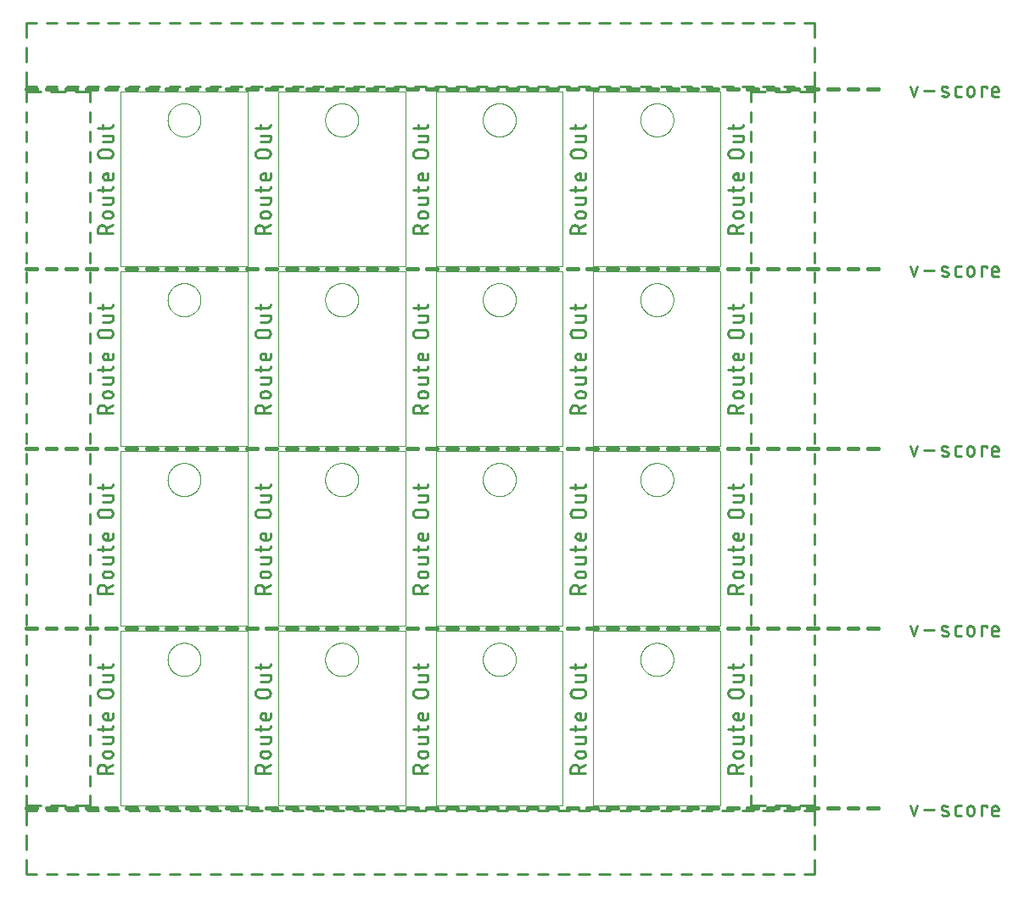
<source format=gko>
G75*
%MOIN*%
%OFA0B0*%
%FSLAX25Y25*%
%IPPOS*%
%LPD*%
%AMOC8*
5,1,8,0,0,1.08239X$1,22.5*
%
%ADD10C,0.00000*%
%ADD11C,0.01100*%
%ADD12C,0.01500*%
%ADD13C,0.01000*%
D10*
X0038750Y0028500D02*
X0038750Y0097201D01*
X0088671Y0097201D01*
X0088671Y0028500D01*
X0038750Y0028500D01*
X0100671Y0028500D02*
X0100671Y0097201D01*
X0150593Y0097201D01*
X0150593Y0028500D01*
X0100671Y0028500D01*
X0162592Y0028500D02*
X0162592Y0097201D01*
X0212514Y0097201D01*
X0212514Y0028500D01*
X0162592Y0028500D01*
X0224514Y0028500D02*
X0224514Y0097201D01*
X0274435Y0097201D01*
X0274435Y0028500D01*
X0224514Y0028500D01*
X0243014Y0086000D02*
X0243016Y0086161D01*
X0243022Y0086321D01*
X0243032Y0086482D01*
X0243046Y0086642D01*
X0243064Y0086802D01*
X0243085Y0086961D01*
X0243111Y0087120D01*
X0243141Y0087278D01*
X0243174Y0087435D01*
X0243212Y0087592D01*
X0243253Y0087747D01*
X0243298Y0087901D01*
X0243347Y0088054D01*
X0243400Y0088206D01*
X0243456Y0088357D01*
X0243517Y0088506D01*
X0243580Y0088654D01*
X0243648Y0088800D01*
X0243719Y0088944D01*
X0243793Y0089086D01*
X0243871Y0089227D01*
X0243953Y0089365D01*
X0244038Y0089502D01*
X0244126Y0089636D01*
X0244218Y0089768D01*
X0244313Y0089898D01*
X0244411Y0090026D01*
X0244512Y0090151D01*
X0244616Y0090273D01*
X0244723Y0090393D01*
X0244833Y0090510D01*
X0244946Y0090625D01*
X0245062Y0090736D01*
X0245181Y0090845D01*
X0245302Y0090950D01*
X0245426Y0091053D01*
X0245552Y0091153D01*
X0245680Y0091249D01*
X0245811Y0091342D01*
X0245945Y0091432D01*
X0246080Y0091519D01*
X0246218Y0091602D01*
X0246357Y0091682D01*
X0246499Y0091758D01*
X0246642Y0091831D01*
X0246787Y0091900D01*
X0246934Y0091966D01*
X0247082Y0092028D01*
X0247232Y0092086D01*
X0247383Y0092141D01*
X0247536Y0092192D01*
X0247690Y0092239D01*
X0247845Y0092282D01*
X0248001Y0092321D01*
X0248157Y0092357D01*
X0248315Y0092388D01*
X0248473Y0092416D01*
X0248632Y0092440D01*
X0248792Y0092460D01*
X0248952Y0092476D01*
X0249112Y0092488D01*
X0249273Y0092496D01*
X0249434Y0092500D01*
X0249594Y0092500D01*
X0249755Y0092496D01*
X0249916Y0092488D01*
X0250076Y0092476D01*
X0250236Y0092460D01*
X0250396Y0092440D01*
X0250555Y0092416D01*
X0250713Y0092388D01*
X0250871Y0092357D01*
X0251027Y0092321D01*
X0251183Y0092282D01*
X0251338Y0092239D01*
X0251492Y0092192D01*
X0251645Y0092141D01*
X0251796Y0092086D01*
X0251946Y0092028D01*
X0252094Y0091966D01*
X0252241Y0091900D01*
X0252386Y0091831D01*
X0252529Y0091758D01*
X0252671Y0091682D01*
X0252810Y0091602D01*
X0252948Y0091519D01*
X0253083Y0091432D01*
X0253217Y0091342D01*
X0253348Y0091249D01*
X0253476Y0091153D01*
X0253602Y0091053D01*
X0253726Y0090950D01*
X0253847Y0090845D01*
X0253966Y0090736D01*
X0254082Y0090625D01*
X0254195Y0090510D01*
X0254305Y0090393D01*
X0254412Y0090273D01*
X0254516Y0090151D01*
X0254617Y0090026D01*
X0254715Y0089898D01*
X0254810Y0089768D01*
X0254902Y0089636D01*
X0254990Y0089502D01*
X0255075Y0089365D01*
X0255157Y0089227D01*
X0255235Y0089086D01*
X0255309Y0088944D01*
X0255380Y0088800D01*
X0255448Y0088654D01*
X0255511Y0088506D01*
X0255572Y0088357D01*
X0255628Y0088206D01*
X0255681Y0088054D01*
X0255730Y0087901D01*
X0255775Y0087747D01*
X0255816Y0087592D01*
X0255854Y0087435D01*
X0255887Y0087278D01*
X0255917Y0087120D01*
X0255943Y0086961D01*
X0255964Y0086802D01*
X0255982Y0086642D01*
X0255996Y0086482D01*
X0256006Y0086321D01*
X0256012Y0086161D01*
X0256014Y0086000D01*
X0256012Y0085839D01*
X0256006Y0085679D01*
X0255996Y0085518D01*
X0255982Y0085358D01*
X0255964Y0085198D01*
X0255943Y0085039D01*
X0255917Y0084880D01*
X0255887Y0084722D01*
X0255854Y0084565D01*
X0255816Y0084408D01*
X0255775Y0084253D01*
X0255730Y0084099D01*
X0255681Y0083946D01*
X0255628Y0083794D01*
X0255572Y0083643D01*
X0255511Y0083494D01*
X0255448Y0083346D01*
X0255380Y0083200D01*
X0255309Y0083056D01*
X0255235Y0082914D01*
X0255157Y0082773D01*
X0255075Y0082635D01*
X0254990Y0082498D01*
X0254902Y0082364D01*
X0254810Y0082232D01*
X0254715Y0082102D01*
X0254617Y0081974D01*
X0254516Y0081849D01*
X0254412Y0081727D01*
X0254305Y0081607D01*
X0254195Y0081490D01*
X0254082Y0081375D01*
X0253966Y0081264D01*
X0253847Y0081155D01*
X0253726Y0081050D01*
X0253602Y0080947D01*
X0253476Y0080847D01*
X0253348Y0080751D01*
X0253217Y0080658D01*
X0253083Y0080568D01*
X0252948Y0080481D01*
X0252810Y0080398D01*
X0252671Y0080318D01*
X0252529Y0080242D01*
X0252386Y0080169D01*
X0252241Y0080100D01*
X0252094Y0080034D01*
X0251946Y0079972D01*
X0251796Y0079914D01*
X0251645Y0079859D01*
X0251492Y0079808D01*
X0251338Y0079761D01*
X0251183Y0079718D01*
X0251027Y0079679D01*
X0250871Y0079643D01*
X0250713Y0079612D01*
X0250555Y0079584D01*
X0250396Y0079560D01*
X0250236Y0079540D01*
X0250076Y0079524D01*
X0249916Y0079512D01*
X0249755Y0079504D01*
X0249594Y0079500D01*
X0249434Y0079500D01*
X0249273Y0079504D01*
X0249112Y0079512D01*
X0248952Y0079524D01*
X0248792Y0079540D01*
X0248632Y0079560D01*
X0248473Y0079584D01*
X0248315Y0079612D01*
X0248157Y0079643D01*
X0248001Y0079679D01*
X0247845Y0079718D01*
X0247690Y0079761D01*
X0247536Y0079808D01*
X0247383Y0079859D01*
X0247232Y0079914D01*
X0247082Y0079972D01*
X0246934Y0080034D01*
X0246787Y0080100D01*
X0246642Y0080169D01*
X0246499Y0080242D01*
X0246357Y0080318D01*
X0246218Y0080398D01*
X0246080Y0080481D01*
X0245945Y0080568D01*
X0245811Y0080658D01*
X0245680Y0080751D01*
X0245552Y0080847D01*
X0245426Y0080947D01*
X0245302Y0081050D01*
X0245181Y0081155D01*
X0245062Y0081264D01*
X0244946Y0081375D01*
X0244833Y0081490D01*
X0244723Y0081607D01*
X0244616Y0081727D01*
X0244512Y0081849D01*
X0244411Y0081974D01*
X0244313Y0082102D01*
X0244218Y0082232D01*
X0244126Y0082364D01*
X0244038Y0082498D01*
X0243953Y0082635D01*
X0243871Y0082773D01*
X0243793Y0082914D01*
X0243719Y0083056D01*
X0243648Y0083200D01*
X0243580Y0083346D01*
X0243517Y0083494D01*
X0243456Y0083643D01*
X0243400Y0083794D01*
X0243347Y0083946D01*
X0243298Y0084099D01*
X0243253Y0084253D01*
X0243212Y0084408D01*
X0243174Y0084565D01*
X0243141Y0084722D01*
X0243111Y0084880D01*
X0243085Y0085039D01*
X0243064Y0085198D01*
X0243046Y0085358D01*
X0243032Y0085518D01*
X0243022Y0085679D01*
X0243016Y0085839D01*
X0243014Y0086000D01*
X0224514Y0099201D02*
X0224514Y0167902D01*
X0274435Y0167902D01*
X0274435Y0099201D01*
X0224514Y0099201D01*
X0212514Y0099201D02*
X0212514Y0167902D01*
X0162592Y0167902D01*
X0162592Y0099201D01*
X0212514Y0099201D01*
X0181092Y0086000D02*
X0181094Y0086161D01*
X0181100Y0086321D01*
X0181110Y0086482D01*
X0181124Y0086642D01*
X0181142Y0086802D01*
X0181163Y0086961D01*
X0181189Y0087120D01*
X0181219Y0087278D01*
X0181252Y0087435D01*
X0181290Y0087592D01*
X0181331Y0087747D01*
X0181376Y0087901D01*
X0181425Y0088054D01*
X0181478Y0088206D01*
X0181534Y0088357D01*
X0181595Y0088506D01*
X0181658Y0088654D01*
X0181726Y0088800D01*
X0181797Y0088944D01*
X0181871Y0089086D01*
X0181949Y0089227D01*
X0182031Y0089365D01*
X0182116Y0089502D01*
X0182204Y0089636D01*
X0182296Y0089768D01*
X0182391Y0089898D01*
X0182489Y0090026D01*
X0182590Y0090151D01*
X0182694Y0090273D01*
X0182801Y0090393D01*
X0182911Y0090510D01*
X0183024Y0090625D01*
X0183140Y0090736D01*
X0183259Y0090845D01*
X0183380Y0090950D01*
X0183504Y0091053D01*
X0183630Y0091153D01*
X0183758Y0091249D01*
X0183889Y0091342D01*
X0184023Y0091432D01*
X0184158Y0091519D01*
X0184296Y0091602D01*
X0184435Y0091682D01*
X0184577Y0091758D01*
X0184720Y0091831D01*
X0184865Y0091900D01*
X0185012Y0091966D01*
X0185160Y0092028D01*
X0185310Y0092086D01*
X0185461Y0092141D01*
X0185614Y0092192D01*
X0185768Y0092239D01*
X0185923Y0092282D01*
X0186079Y0092321D01*
X0186235Y0092357D01*
X0186393Y0092388D01*
X0186551Y0092416D01*
X0186710Y0092440D01*
X0186870Y0092460D01*
X0187030Y0092476D01*
X0187190Y0092488D01*
X0187351Y0092496D01*
X0187512Y0092500D01*
X0187672Y0092500D01*
X0187833Y0092496D01*
X0187994Y0092488D01*
X0188154Y0092476D01*
X0188314Y0092460D01*
X0188474Y0092440D01*
X0188633Y0092416D01*
X0188791Y0092388D01*
X0188949Y0092357D01*
X0189105Y0092321D01*
X0189261Y0092282D01*
X0189416Y0092239D01*
X0189570Y0092192D01*
X0189723Y0092141D01*
X0189874Y0092086D01*
X0190024Y0092028D01*
X0190172Y0091966D01*
X0190319Y0091900D01*
X0190464Y0091831D01*
X0190607Y0091758D01*
X0190749Y0091682D01*
X0190888Y0091602D01*
X0191026Y0091519D01*
X0191161Y0091432D01*
X0191295Y0091342D01*
X0191426Y0091249D01*
X0191554Y0091153D01*
X0191680Y0091053D01*
X0191804Y0090950D01*
X0191925Y0090845D01*
X0192044Y0090736D01*
X0192160Y0090625D01*
X0192273Y0090510D01*
X0192383Y0090393D01*
X0192490Y0090273D01*
X0192594Y0090151D01*
X0192695Y0090026D01*
X0192793Y0089898D01*
X0192888Y0089768D01*
X0192980Y0089636D01*
X0193068Y0089502D01*
X0193153Y0089365D01*
X0193235Y0089227D01*
X0193313Y0089086D01*
X0193387Y0088944D01*
X0193458Y0088800D01*
X0193526Y0088654D01*
X0193589Y0088506D01*
X0193650Y0088357D01*
X0193706Y0088206D01*
X0193759Y0088054D01*
X0193808Y0087901D01*
X0193853Y0087747D01*
X0193894Y0087592D01*
X0193932Y0087435D01*
X0193965Y0087278D01*
X0193995Y0087120D01*
X0194021Y0086961D01*
X0194042Y0086802D01*
X0194060Y0086642D01*
X0194074Y0086482D01*
X0194084Y0086321D01*
X0194090Y0086161D01*
X0194092Y0086000D01*
X0194090Y0085839D01*
X0194084Y0085679D01*
X0194074Y0085518D01*
X0194060Y0085358D01*
X0194042Y0085198D01*
X0194021Y0085039D01*
X0193995Y0084880D01*
X0193965Y0084722D01*
X0193932Y0084565D01*
X0193894Y0084408D01*
X0193853Y0084253D01*
X0193808Y0084099D01*
X0193759Y0083946D01*
X0193706Y0083794D01*
X0193650Y0083643D01*
X0193589Y0083494D01*
X0193526Y0083346D01*
X0193458Y0083200D01*
X0193387Y0083056D01*
X0193313Y0082914D01*
X0193235Y0082773D01*
X0193153Y0082635D01*
X0193068Y0082498D01*
X0192980Y0082364D01*
X0192888Y0082232D01*
X0192793Y0082102D01*
X0192695Y0081974D01*
X0192594Y0081849D01*
X0192490Y0081727D01*
X0192383Y0081607D01*
X0192273Y0081490D01*
X0192160Y0081375D01*
X0192044Y0081264D01*
X0191925Y0081155D01*
X0191804Y0081050D01*
X0191680Y0080947D01*
X0191554Y0080847D01*
X0191426Y0080751D01*
X0191295Y0080658D01*
X0191161Y0080568D01*
X0191026Y0080481D01*
X0190888Y0080398D01*
X0190749Y0080318D01*
X0190607Y0080242D01*
X0190464Y0080169D01*
X0190319Y0080100D01*
X0190172Y0080034D01*
X0190024Y0079972D01*
X0189874Y0079914D01*
X0189723Y0079859D01*
X0189570Y0079808D01*
X0189416Y0079761D01*
X0189261Y0079718D01*
X0189105Y0079679D01*
X0188949Y0079643D01*
X0188791Y0079612D01*
X0188633Y0079584D01*
X0188474Y0079560D01*
X0188314Y0079540D01*
X0188154Y0079524D01*
X0187994Y0079512D01*
X0187833Y0079504D01*
X0187672Y0079500D01*
X0187512Y0079500D01*
X0187351Y0079504D01*
X0187190Y0079512D01*
X0187030Y0079524D01*
X0186870Y0079540D01*
X0186710Y0079560D01*
X0186551Y0079584D01*
X0186393Y0079612D01*
X0186235Y0079643D01*
X0186079Y0079679D01*
X0185923Y0079718D01*
X0185768Y0079761D01*
X0185614Y0079808D01*
X0185461Y0079859D01*
X0185310Y0079914D01*
X0185160Y0079972D01*
X0185012Y0080034D01*
X0184865Y0080100D01*
X0184720Y0080169D01*
X0184577Y0080242D01*
X0184435Y0080318D01*
X0184296Y0080398D01*
X0184158Y0080481D01*
X0184023Y0080568D01*
X0183889Y0080658D01*
X0183758Y0080751D01*
X0183630Y0080847D01*
X0183504Y0080947D01*
X0183380Y0081050D01*
X0183259Y0081155D01*
X0183140Y0081264D01*
X0183024Y0081375D01*
X0182911Y0081490D01*
X0182801Y0081607D01*
X0182694Y0081727D01*
X0182590Y0081849D01*
X0182489Y0081974D01*
X0182391Y0082102D01*
X0182296Y0082232D01*
X0182204Y0082364D01*
X0182116Y0082498D01*
X0182031Y0082635D01*
X0181949Y0082773D01*
X0181871Y0082914D01*
X0181797Y0083056D01*
X0181726Y0083200D01*
X0181658Y0083346D01*
X0181595Y0083494D01*
X0181534Y0083643D01*
X0181478Y0083794D01*
X0181425Y0083946D01*
X0181376Y0084099D01*
X0181331Y0084253D01*
X0181290Y0084408D01*
X0181252Y0084565D01*
X0181219Y0084722D01*
X0181189Y0084880D01*
X0181163Y0085039D01*
X0181142Y0085198D01*
X0181124Y0085358D01*
X0181110Y0085518D01*
X0181100Y0085679D01*
X0181094Y0085839D01*
X0181092Y0086000D01*
X0150593Y0099201D02*
X0150593Y0167902D01*
X0100671Y0167902D01*
X0100671Y0099201D01*
X0150593Y0099201D01*
X0119171Y0086000D02*
X0119173Y0086161D01*
X0119179Y0086321D01*
X0119189Y0086482D01*
X0119203Y0086642D01*
X0119221Y0086802D01*
X0119242Y0086961D01*
X0119268Y0087120D01*
X0119298Y0087278D01*
X0119331Y0087435D01*
X0119369Y0087592D01*
X0119410Y0087747D01*
X0119455Y0087901D01*
X0119504Y0088054D01*
X0119557Y0088206D01*
X0119613Y0088357D01*
X0119674Y0088506D01*
X0119737Y0088654D01*
X0119805Y0088800D01*
X0119876Y0088944D01*
X0119950Y0089086D01*
X0120028Y0089227D01*
X0120110Y0089365D01*
X0120195Y0089502D01*
X0120283Y0089636D01*
X0120375Y0089768D01*
X0120470Y0089898D01*
X0120568Y0090026D01*
X0120669Y0090151D01*
X0120773Y0090273D01*
X0120880Y0090393D01*
X0120990Y0090510D01*
X0121103Y0090625D01*
X0121219Y0090736D01*
X0121338Y0090845D01*
X0121459Y0090950D01*
X0121583Y0091053D01*
X0121709Y0091153D01*
X0121837Y0091249D01*
X0121968Y0091342D01*
X0122102Y0091432D01*
X0122237Y0091519D01*
X0122375Y0091602D01*
X0122514Y0091682D01*
X0122656Y0091758D01*
X0122799Y0091831D01*
X0122944Y0091900D01*
X0123091Y0091966D01*
X0123239Y0092028D01*
X0123389Y0092086D01*
X0123540Y0092141D01*
X0123693Y0092192D01*
X0123847Y0092239D01*
X0124002Y0092282D01*
X0124158Y0092321D01*
X0124314Y0092357D01*
X0124472Y0092388D01*
X0124630Y0092416D01*
X0124789Y0092440D01*
X0124949Y0092460D01*
X0125109Y0092476D01*
X0125269Y0092488D01*
X0125430Y0092496D01*
X0125591Y0092500D01*
X0125751Y0092500D01*
X0125912Y0092496D01*
X0126073Y0092488D01*
X0126233Y0092476D01*
X0126393Y0092460D01*
X0126553Y0092440D01*
X0126712Y0092416D01*
X0126870Y0092388D01*
X0127028Y0092357D01*
X0127184Y0092321D01*
X0127340Y0092282D01*
X0127495Y0092239D01*
X0127649Y0092192D01*
X0127802Y0092141D01*
X0127953Y0092086D01*
X0128103Y0092028D01*
X0128251Y0091966D01*
X0128398Y0091900D01*
X0128543Y0091831D01*
X0128686Y0091758D01*
X0128828Y0091682D01*
X0128967Y0091602D01*
X0129105Y0091519D01*
X0129240Y0091432D01*
X0129374Y0091342D01*
X0129505Y0091249D01*
X0129633Y0091153D01*
X0129759Y0091053D01*
X0129883Y0090950D01*
X0130004Y0090845D01*
X0130123Y0090736D01*
X0130239Y0090625D01*
X0130352Y0090510D01*
X0130462Y0090393D01*
X0130569Y0090273D01*
X0130673Y0090151D01*
X0130774Y0090026D01*
X0130872Y0089898D01*
X0130967Y0089768D01*
X0131059Y0089636D01*
X0131147Y0089502D01*
X0131232Y0089365D01*
X0131314Y0089227D01*
X0131392Y0089086D01*
X0131466Y0088944D01*
X0131537Y0088800D01*
X0131605Y0088654D01*
X0131668Y0088506D01*
X0131729Y0088357D01*
X0131785Y0088206D01*
X0131838Y0088054D01*
X0131887Y0087901D01*
X0131932Y0087747D01*
X0131973Y0087592D01*
X0132011Y0087435D01*
X0132044Y0087278D01*
X0132074Y0087120D01*
X0132100Y0086961D01*
X0132121Y0086802D01*
X0132139Y0086642D01*
X0132153Y0086482D01*
X0132163Y0086321D01*
X0132169Y0086161D01*
X0132171Y0086000D01*
X0132169Y0085839D01*
X0132163Y0085679D01*
X0132153Y0085518D01*
X0132139Y0085358D01*
X0132121Y0085198D01*
X0132100Y0085039D01*
X0132074Y0084880D01*
X0132044Y0084722D01*
X0132011Y0084565D01*
X0131973Y0084408D01*
X0131932Y0084253D01*
X0131887Y0084099D01*
X0131838Y0083946D01*
X0131785Y0083794D01*
X0131729Y0083643D01*
X0131668Y0083494D01*
X0131605Y0083346D01*
X0131537Y0083200D01*
X0131466Y0083056D01*
X0131392Y0082914D01*
X0131314Y0082773D01*
X0131232Y0082635D01*
X0131147Y0082498D01*
X0131059Y0082364D01*
X0130967Y0082232D01*
X0130872Y0082102D01*
X0130774Y0081974D01*
X0130673Y0081849D01*
X0130569Y0081727D01*
X0130462Y0081607D01*
X0130352Y0081490D01*
X0130239Y0081375D01*
X0130123Y0081264D01*
X0130004Y0081155D01*
X0129883Y0081050D01*
X0129759Y0080947D01*
X0129633Y0080847D01*
X0129505Y0080751D01*
X0129374Y0080658D01*
X0129240Y0080568D01*
X0129105Y0080481D01*
X0128967Y0080398D01*
X0128828Y0080318D01*
X0128686Y0080242D01*
X0128543Y0080169D01*
X0128398Y0080100D01*
X0128251Y0080034D01*
X0128103Y0079972D01*
X0127953Y0079914D01*
X0127802Y0079859D01*
X0127649Y0079808D01*
X0127495Y0079761D01*
X0127340Y0079718D01*
X0127184Y0079679D01*
X0127028Y0079643D01*
X0126870Y0079612D01*
X0126712Y0079584D01*
X0126553Y0079560D01*
X0126393Y0079540D01*
X0126233Y0079524D01*
X0126073Y0079512D01*
X0125912Y0079504D01*
X0125751Y0079500D01*
X0125591Y0079500D01*
X0125430Y0079504D01*
X0125269Y0079512D01*
X0125109Y0079524D01*
X0124949Y0079540D01*
X0124789Y0079560D01*
X0124630Y0079584D01*
X0124472Y0079612D01*
X0124314Y0079643D01*
X0124158Y0079679D01*
X0124002Y0079718D01*
X0123847Y0079761D01*
X0123693Y0079808D01*
X0123540Y0079859D01*
X0123389Y0079914D01*
X0123239Y0079972D01*
X0123091Y0080034D01*
X0122944Y0080100D01*
X0122799Y0080169D01*
X0122656Y0080242D01*
X0122514Y0080318D01*
X0122375Y0080398D01*
X0122237Y0080481D01*
X0122102Y0080568D01*
X0121968Y0080658D01*
X0121837Y0080751D01*
X0121709Y0080847D01*
X0121583Y0080947D01*
X0121459Y0081050D01*
X0121338Y0081155D01*
X0121219Y0081264D01*
X0121103Y0081375D01*
X0120990Y0081490D01*
X0120880Y0081607D01*
X0120773Y0081727D01*
X0120669Y0081849D01*
X0120568Y0081974D01*
X0120470Y0082102D01*
X0120375Y0082232D01*
X0120283Y0082364D01*
X0120195Y0082498D01*
X0120110Y0082635D01*
X0120028Y0082773D01*
X0119950Y0082914D01*
X0119876Y0083056D01*
X0119805Y0083200D01*
X0119737Y0083346D01*
X0119674Y0083494D01*
X0119613Y0083643D01*
X0119557Y0083794D01*
X0119504Y0083946D01*
X0119455Y0084099D01*
X0119410Y0084253D01*
X0119369Y0084408D01*
X0119331Y0084565D01*
X0119298Y0084722D01*
X0119268Y0084880D01*
X0119242Y0085039D01*
X0119221Y0085198D01*
X0119203Y0085358D01*
X0119189Y0085518D01*
X0119179Y0085679D01*
X0119173Y0085839D01*
X0119171Y0086000D01*
X0088671Y0099201D02*
X0088671Y0167902D01*
X0038750Y0167902D01*
X0038750Y0099201D01*
X0088671Y0099201D01*
X0057250Y0086000D02*
X0057252Y0086161D01*
X0057258Y0086321D01*
X0057268Y0086482D01*
X0057282Y0086642D01*
X0057300Y0086802D01*
X0057321Y0086961D01*
X0057347Y0087120D01*
X0057377Y0087278D01*
X0057410Y0087435D01*
X0057448Y0087592D01*
X0057489Y0087747D01*
X0057534Y0087901D01*
X0057583Y0088054D01*
X0057636Y0088206D01*
X0057692Y0088357D01*
X0057753Y0088506D01*
X0057816Y0088654D01*
X0057884Y0088800D01*
X0057955Y0088944D01*
X0058029Y0089086D01*
X0058107Y0089227D01*
X0058189Y0089365D01*
X0058274Y0089502D01*
X0058362Y0089636D01*
X0058454Y0089768D01*
X0058549Y0089898D01*
X0058647Y0090026D01*
X0058748Y0090151D01*
X0058852Y0090273D01*
X0058959Y0090393D01*
X0059069Y0090510D01*
X0059182Y0090625D01*
X0059298Y0090736D01*
X0059417Y0090845D01*
X0059538Y0090950D01*
X0059662Y0091053D01*
X0059788Y0091153D01*
X0059916Y0091249D01*
X0060047Y0091342D01*
X0060181Y0091432D01*
X0060316Y0091519D01*
X0060454Y0091602D01*
X0060593Y0091682D01*
X0060735Y0091758D01*
X0060878Y0091831D01*
X0061023Y0091900D01*
X0061170Y0091966D01*
X0061318Y0092028D01*
X0061468Y0092086D01*
X0061619Y0092141D01*
X0061772Y0092192D01*
X0061926Y0092239D01*
X0062081Y0092282D01*
X0062237Y0092321D01*
X0062393Y0092357D01*
X0062551Y0092388D01*
X0062709Y0092416D01*
X0062868Y0092440D01*
X0063028Y0092460D01*
X0063188Y0092476D01*
X0063348Y0092488D01*
X0063509Y0092496D01*
X0063670Y0092500D01*
X0063830Y0092500D01*
X0063991Y0092496D01*
X0064152Y0092488D01*
X0064312Y0092476D01*
X0064472Y0092460D01*
X0064632Y0092440D01*
X0064791Y0092416D01*
X0064949Y0092388D01*
X0065107Y0092357D01*
X0065263Y0092321D01*
X0065419Y0092282D01*
X0065574Y0092239D01*
X0065728Y0092192D01*
X0065881Y0092141D01*
X0066032Y0092086D01*
X0066182Y0092028D01*
X0066330Y0091966D01*
X0066477Y0091900D01*
X0066622Y0091831D01*
X0066765Y0091758D01*
X0066907Y0091682D01*
X0067046Y0091602D01*
X0067184Y0091519D01*
X0067319Y0091432D01*
X0067453Y0091342D01*
X0067584Y0091249D01*
X0067712Y0091153D01*
X0067838Y0091053D01*
X0067962Y0090950D01*
X0068083Y0090845D01*
X0068202Y0090736D01*
X0068318Y0090625D01*
X0068431Y0090510D01*
X0068541Y0090393D01*
X0068648Y0090273D01*
X0068752Y0090151D01*
X0068853Y0090026D01*
X0068951Y0089898D01*
X0069046Y0089768D01*
X0069138Y0089636D01*
X0069226Y0089502D01*
X0069311Y0089365D01*
X0069393Y0089227D01*
X0069471Y0089086D01*
X0069545Y0088944D01*
X0069616Y0088800D01*
X0069684Y0088654D01*
X0069747Y0088506D01*
X0069808Y0088357D01*
X0069864Y0088206D01*
X0069917Y0088054D01*
X0069966Y0087901D01*
X0070011Y0087747D01*
X0070052Y0087592D01*
X0070090Y0087435D01*
X0070123Y0087278D01*
X0070153Y0087120D01*
X0070179Y0086961D01*
X0070200Y0086802D01*
X0070218Y0086642D01*
X0070232Y0086482D01*
X0070242Y0086321D01*
X0070248Y0086161D01*
X0070250Y0086000D01*
X0070248Y0085839D01*
X0070242Y0085679D01*
X0070232Y0085518D01*
X0070218Y0085358D01*
X0070200Y0085198D01*
X0070179Y0085039D01*
X0070153Y0084880D01*
X0070123Y0084722D01*
X0070090Y0084565D01*
X0070052Y0084408D01*
X0070011Y0084253D01*
X0069966Y0084099D01*
X0069917Y0083946D01*
X0069864Y0083794D01*
X0069808Y0083643D01*
X0069747Y0083494D01*
X0069684Y0083346D01*
X0069616Y0083200D01*
X0069545Y0083056D01*
X0069471Y0082914D01*
X0069393Y0082773D01*
X0069311Y0082635D01*
X0069226Y0082498D01*
X0069138Y0082364D01*
X0069046Y0082232D01*
X0068951Y0082102D01*
X0068853Y0081974D01*
X0068752Y0081849D01*
X0068648Y0081727D01*
X0068541Y0081607D01*
X0068431Y0081490D01*
X0068318Y0081375D01*
X0068202Y0081264D01*
X0068083Y0081155D01*
X0067962Y0081050D01*
X0067838Y0080947D01*
X0067712Y0080847D01*
X0067584Y0080751D01*
X0067453Y0080658D01*
X0067319Y0080568D01*
X0067184Y0080481D01*
X0067046Y0080398D01*
X0066907Y0080318D01*
X0066765Y0080242D01*
X0066622Y0080169D01*
X0066477Y0080100D01*
X0066330Y0080034D01*
X0066182Y0079972D01*
X0066032Y0079914D01*
X0065881Y0079859D01*
X0065728Y0079808D01*
X0065574Y0079761D01*
X0065419Y0079718D01*
X0065263Y0079679D01*
X0065107Y0079643D01*
X0064949Y0079612D01*
X0064791Y0079584D01*
X0064632Y0079560D01*
X0064472Y0079540D01*
X0064312Y0079524D01*
X0064152Y0079512D01*
X0063991Y0079504D01*
X0063830Y0079500D01*
X0063670Y0079500D01*
X0063509Y0079504D01*
X0063348Y0079512D01*
X0063188Y0079524D01*
X0063028Y0079540D01*
X0062868Y0079560D01*
X0062709Y0079584D01*
X0062551Y0079612D01*
X0062393Y0079643D01*
X0062237Y0079679D01*
X0062081Y0079718D01*
X0061926Y0079761D01*
X0061772Y0079808D01*
X0061619Y0079859D01*
X0061468Y0079914D01*
X0061318Y0079972D01*
X0061170Y0080034D01*
X0061023Y0080100D01*
X0060878Y0080169D01*
X0060735Y0080242D01*
X0060593Y0080318D01*
X0060454Y0080398D01*
X0060316Y0080481D01*
X0060181Y0080568D01*
X0060047Y0080658D01*
X0059916Y0080751D01*
X0059788Y0080847D01*
X0059662Y0080947D01*
X0059538Y0081050D01*
X0059417Y0081155D01*
X0059298Y0081264D01*
X0059182Y0081375D01*
X0059069Y0081490D01*
X0058959Y0081607D01*
X0058852Y0081727D01*
X0058748Y0081849D01*
X0058647Y0081974D01*
X0058549Y0082102D01*
X0058454Y0082232D01*
X0058362Y0082364D01*
X0058274Y0082498D01*
X0058189Y0082635D01*
X0058107Y0082773D01*
X0058029Y0082914D01*
X0057955Y0083056D01*
X0057884Y0083200D01*
X0057816Y0083346D01*
X0057753Y0083494D01*
X0057692Y0083643D01*
X0057636Y0083794D01*
X0057583Y0083946D01*
X0057534Y0084099D01*
X0057489Y0084253D01*
X0057448Y0084408D01*
X0057410Y0084565D01*
X0057377Y0084722D01*
X0057347Y0084880D01*
X0057321Y0085039D01*
X0057300Y0085198D01*
X0057282Y0085358D01*
X0057268Y0085518D01*
X0057258Y0085679D01*
X0057252Y0085839D01*
X0057250Y0086000D01*
X0057250Y0156701D02*
X0057252Y0156862D01*
X0057258Y0157022D01*
X0057268Y0157183D01*
X0057282Y0157343D01*
X0057300Y0157503D01*
X0057321Y0157662D01*
X0057347Y0157821D01*
X0057377Y0157979D01*
X0057410Y0158136D01*
X0057448Y0158293D01*
X0057489Y0158448D01*
X0057534Y0158602D01*
X0057583Y0158755D01*
X0057636Y0158907D01*
X0057692Y0159058D01*
X0057753Y0159207D01*
X0057816Y0159355D01*
X0057884Y0159501D01*
X0057955Y0159645D01*
X0058029Y0159787D01*
X0058107Y0159928D01*
X0058189Y0160066D01*
X0058274Y0160203D01*
X0058362Y0160337D01*
X0058454Y0160469D01*
X0058549Y0160599D01*
X0058647Y0160727D01*
X0058748Y0160852D01*
X0058852Y0160974D01*
X0058959Y0161094D01*
X0059069Y0161211D01*
X0059182Y0161326D01*
X0059298Y0161437D01*
X0059417Y0161546D01*
X0059538Y0161651D01*
X0059662Y0161754D01*
X0059788Y0161854D01*
X0059916Y0161950D01*
X0060047Y0162043D01*
X0060181Y0162133D01*
X0060316Y0162220D01*
X0060454Y0162303D01*
X0060593Y0162383D01*
X0060735Y0162459D01*
X0060878Y0162532D01*
X0061023Y0162601D01*
X0061170Y0162667D01*
X0061318Y0162729D01*
X0061468Y0162787D01*
X0061619Y0162842D01*
X0061772Y0162893D01*
X0061926Y0162940D01*
X0062081Y0162983D01*
X0062237Y0163022D01*
X0062393Y0163058D01*
X0062551Y0163089D01*
X0062709Y0163117D01*
X0062868Y0163141D01*
X0063028Y0163161D01*
X0063188Y0163177D01*
X0063348Y0163189D01*
X0063509Y0163197D01*
X0063670Y0163201D01*
X0063830Y0163201D01*
X0063991Y0163197D01*
X0064152Y0163189D01*
X0064312Y0163177D01*
X0064472Y0163161D01*
X0064632Y0163141D01*
X0064791Y0163117D01*
X0064949Y0163089D01*
X0065107Y0163058D01*
X0065263Y0163022D01*
X0065419Y0162983D01*
X0065574Y0162940D01*
X0065728Y0162893D01*
X0065881Y0162842D01*
X0066032Y0162787D01*
X0066182Y0162729D01*
X0066330Y0162667D01*
X0066477Y0162601D01*
X0066622Y0162532D01*
X0066765Y0162459D01*
X0066907Y0162383D01*
X0067046Y0162303D01*
X0067184Y0162220D01*
X0067319Y0162133D01*
X0067453Y0162043D01*
X0067584Y0161950D01*
X0067712Y0161854D01*
X0067838Y0161754D01*
X0067962Y0161651D01*
X0068083Y0161546D01*
X0068202Y0161437D01*
X0068318Y0161326D01*
X0068431Y0161211D01*
X0068541Y0161094D01*
X0068648Y0160974D01*
X0068752Y0160852D01*
X0068853Y0160727D01*
X0068951Y0160599D01*
X0069046Y0160469D01*
X0069138Y0160337D01*
X0069226Y0160203D01*
X0069311Y0160066D01*
X0069393Y0159928D01*
X0069471Y0159787D01*
X0069545Y0159645D01*
X0069616Y0159501D01*
X0069684Y0159355D01*
X0069747Y0159207D01*
X0069808Y0159058D01*
X0069864Y0158907D01*
X0069917Y0158755D01*
X0069966Y0158602D01*
X0070011Y0158448D01*
X0070052Y0158293D01*
X0070090Y0158136D01*
X0070123Y0157979D01*
X0070153Y0157821D01*
X0070179Y0157662D01*
X0070200Y0157503D01*
X0070218Y0157343D01*
X0070232Y0157183D01*
X0070242Y0157022D01*
X0070248Y0156862D01*
X0070250Y0156701D01*
X0070248Y0156540D01*
X0070242Y0156380D01*
X0070232Y0156219D01*
X0070218Y0156059D01*
X0070200Y0155899D01*
X0070179Y0155740D01*
X0070153Y0155581D01*
X0070123Y0155423D01*
X0070090Y0155266D01*
X0070052Y0155109D01*
X0070011Y0154954D01*
X0069966Y0154800D01*
X0069917Y0154647D01*
X0069864Y0154495D01*
X0069808Y0154344D01*
X0069747Y0154195D01*
X0069684Y0154047D01*
X0069616Y0153901D01*
X0069545Y0153757D01*
X0069471Y0153615D01*
X0069393Y0153474D01*
X0069311Y0153336D01*
X0069226Y0153199D01*
X0069138Y0153065D01*
X0069046Y0152933D01*
X0068951Y0152803D01*
X0068853Y0152675D01*
X0068752Y0152550D01*
X0068648Y0152428D01*
X0068541Y0152308D01*
X0068431Y0152191D01*
X0068318Y0152076D01*
X0068202Y0151965D01*
X0068083Y0151856D01*
X0067962Y0151751D01*
X0067838Y0151648D01*
X0067712Y0151548D01*
X0067584Y0151452D01*
X0067453Y0151359D01*
X0067319Y0151269D01*
X0067184Y0151182D01*
X0067046Y0151099D01*
X0066907Y0151019D01*
X0066765Y0150943D01*
X0066622Y0150870D01*
X0066477Y0150801D01*
X0066330Y0150735D01*
X0066182Y0150673D01*
X0066032Y0150615D01*
X0065881Y0150560D01*
X0065728Y0150509D01*
X0065574Y0150462D01*
X0065419Y0150419D01*
X0065263Y0150380D01*
X0065107Y0150344D01*
X0064949Y0150313D01*
X0064791Y0150285D01*
X0064632Y0150261D01*
X0064472Y0150241D01*
X0064312Y0150225D01*
X0064152Y0150213D01*
X0063991Y0150205D01*
X0063830Y0150201D01*
X0063670Y0150201D01*
X0063509Y0150205D01*
X0063348Y0150213D01*
X0063188Y0150225D01*
X0063028Y0150241D01*
X0062868Y0150261D01*
X0062709Y0150285D01*
X0062551Y0150313D01*
X0062393Y0150344D01*
X0062237Y0150380D01*
X0062081Y0150419D01*
X0061926Y0150462D01*
X0061772Y0150509D01*
X0061619Y0150560D01*
X0061468Y0150615D01*
X0061318Y0150673D01*
X0061170Y0150735D01*
X0061023Y0150801D01*
X0060878Y0150870D01*
X0060735Y0150943D01*
X0060593Y0151019D01*
X0060454Y0151099D01*
X0060316Y0151182D01*
X0060181Y0151269D01*
X0060047Y0151359D01*
X0059916Y0151452D01*
X0059788Y0151548D01*
X0059662Y0151648D01*
X0059538Y0151751D01*
X0059417Y0151856D01*
X0059298Y0151965D01*
X0059182Y0152076D01*
X0059069Y0152191D01*
X0058959Y0152308D01*
X0058852Y0152428D01*
X0058748Y0152550D01*
X0058647Y0152675D01*
X0058549Y0152803D01*
X0058454Y0152933D01*
X0058362Y0153065D01*
X0058274Y0153199D01*
X0058189Y0153336D01*
X0058107Y0153474D01*
X0058029Y0153615D01*
X0057955Y0153757D01*
X0057884Y0153901D01*
X0057816Y0154047D01*
X0057753Y0154195D01*
X0057692Y0154344D01*
X0057636Y0154495D01*
X0057583Y0154647D01*
X0057534Y0154800D01*
X0057489Y0154954D01*
X0057448Y0155109D01*
X0057410Y0155266D01*
X0057377Y0155423D01*
X0057347Y0155581D01*
X0057321Y0155740D01*
X0057300Y0155899D01*
X0057282Y0156059D01*
X0057268Y0156219D01*
X0057258Y0156380D01*
X0057252Y0156540D01*
X0057250Y0156701D01*
X0038750Y0169902D02*
X0038750Y0238602D01*
X0088671Y0238602D01*
X0088671Y0169902D01*
X0038750Y0169902D01*
X0100671Y0169902D02*
X0100671Y0238602D01*
X0150593Y0238602D01*
X0150593Y0169902D01*
X0100671Y0169902D01*
X0119171Y0156701D02*
X0119173Y0156862D01*
X0119179Y0157022D01*
X0119189Y0157183D01*
X0119203Y0157343D01*
X0119221Y0157503D01*
X0119242Y0157662D01*
X0119268Y0157821D01*
X0119298Y0157979D01*
X0119331Y0158136D01*
X0119369Y0158293D01*
X0119410Y0158448D01*
X0119455Y0158602D01*
X0119504Y0158755D01*
X0119557Y0158907D01*
X0119613Y0159058D01*
X0119674Y0159207D01*
X0119737Y0159355D01*
X0119805Y0159501D01*
X0119876Y0159645D01*
X0119950Y0159787D01*
X0120028Y0159928D01*
X0120110Y0160066D01*
X0120195Y0160203D01*
X0120283Y0160337D01*
X0120375Y0160469D01*
X0120470Y0160599D01*
X0120568Y0160727D01*
X0120669Y0160852D01*
X0120773Y0160974D01*
X0120880Y0161094D01*
X0120990Y0161211D01*
X0121103Y0161326D01*
X0121219Y0161437D01*
X0121338Y0161546D01*
X0121459Y0161651D01*
X0121583Y0161754D01*
X0121709Y0161854D01*
X0121837Y0161950D01*
X0121968Y0162043D01*
X0122102Y0162133D01*
X0122237Y0162220D01*
X0122375Y0162303D01*
X0122514Y0162383D01*
X0122656Y0162459D01*
X0122799Y0162532D01*
X0122944Y0162601D01*
X0123091Y0162667D01*
X0123239Y0162729D01*
X0123389Y0162787D01*
X0123540Y0162842D01*
X0123693Y0162893D01*
X0123847Y0162940D01*
X0124002Y0162983D01*
X0124158Y0163022D01*
X0124314Y0163058D01*
X0124472Y0163089D01*
X0124630Y0163117D01*
X0124789Y0163141D01*
X0124949Y0163161D01*
X0125109Y0163177D01*
X0125269Y0163189D01*
X0125430Y0163197D01*
X0125591Y0163201D01*
X0125751Y0163201D01*
X0125912Y0163197D01*
X0126073Y0163189D01*
X0126233Y0163177D01*
X0126393Y0163161D01*
X0126553Y0163141D01*
X0126712Y0163117D01*
X0126870Y0163089D01*
X0127028Y0163058D01*
X0127184Y0163022D01*
X0127340Y0162983D01*
X0127495Y0162940D01*
X0127649Y0162893D01*
X0127802Y0162842D01*
X0127953Y0162787D01*
X0128103Y0162729D01*
X0128251Y0162667D01*
X0128398Y0162601D01*
X0128543Y0162532D01*
X0128686Y0162459D01*
X0128828Y0162383D01*
X0128967Y0162303D01*
X0129105Y0162220D01*
X0129240Y0162133D01*
X0129374Y0162043D01*
X0129505Y0161950D01*
X0129633Y0161854D01*
X0129759Y0161754D01*
X0129883Y0161651D01*
X0130004Y0161546D01*
X0130123Y0161437D01*
X0130239Y0161326D01*
X0130352Y0161211D01*
X0130462Y0161094D01*
X0130569Y0160974D01*
X0130673Y0160852D01*
X0130774Y0160727D01*
X0130872Y0160599D01*
X0130967Y0160469D01*
X0131059Y0160337D01*
X0131147Y0160203D01*
X0131232Y0160066D01*
X0131314Y0159928D01*
X0131392Y0159787D01*
X0131466Y0159645D01*
X0131537Y0159501D01*
X0131605Y0159355D01*
X0131668Y0159207D01*
X0131729Y0159058D01*
X0131785Y0158907D01*
X0131838Y0158755D01*
X0131887Y0158602D01*
X0131932Y0158448D01*
X0131973Y0158293D01*
X0132011Y0158136D01*
X0132044Y0157979D01*
X0132074Y0157821D01*
X0132100Y0157662D01*
X0132121Y0157503D01*
X0132139Y0157343D01*
X0132153Y0157183D01*
X0132163Y0157022D01*
X0132169Y0156862D01*
X0132171Y0156701D01*
X0132169Y0156540D01*
X0132163Y0156380D01*
X0132153Y0156219D01*
X0132139Y0156059D01*
X0132121Y0155899D01*
X0132100Y0155740D01*
X0132074Y0155581D01*
X0132044Y0155423D01*
X0132011Y0155266D01*
X0131973Y0155109D01*
X0131932Y0154954D01*
X0131887Y0154800D01*
X0131838Y0154647D01*
X0131785Y0154495D01*
X0131729Y0154344D01*
X0131668Y0154195D01*
X0131605Y0154047D01*
X0131537Y0153901D01*
X0131466Y0153757D01*
X0131392Y0153615D01*
X0131314Y0153474D01*
X0131232Y0153336D01*
X0131147Y0153199D01*
X0131059Y0153065D01*
X0130967Y0152933D01*
X0130872Y0152803D01*
X0130774Y0152675D01*
X0130673Y0152550D01*
X0130569Y0152428D01*
X0130462Y0152308D01*
X0130352Y0152191D01*
X0130239Y0152076D01*
X0130123Y0151965D01*
X0130004Y0151856D01*
X0129883Y0151751D01*
X0129759Y0151648D01*
X0129633Y0151548D01*
X0129505Y0151452D01*
X0129374Y0151359D01*
X0129240Y0151269D01*
X0129105Y0151182D01*
X0128967Y0151099D01*
X0128828Y0151019D01*
X0128686Y0150943D01*
X0128543Y0150870D01*
X0128398Y0150801D01*
X0128251Y0150735D01*
X0128103Y0150673D01*
X0127953Y0150615D01*
X0127802Y0150560D01*
X0127649Y0150509D01*
X0127495Y0150462D01*
X0127340Y0150419D01*
X0127184Y0150380D01*
X0127028Y0150344D01*
X0126870Y0150313D01*
X0126712Y0150285D01*
X0126553Y0150261D01*
X0126393Y0150241D01*
X0126233Y0150225D01*
X0126073Y0150213D01*
X0125912Y0150205D01*
X0125751Y0150201D01*
X0125591Y0150201D01*
X0125430Y0150205D01*
X0125269Y0150213D01*
X0125109Y0150225D01*
X0124949Y0150241D01*
X0124789Y0150261D01*
X0124630Y0150285D01*
X0124472Y0150313D01*
X0124314Y0150344D01*
X0124158Y0150380D01*
X0124002Y0150419D01*
X0123847Y0150462D01*
X0123693Y0150509D01*
X0123540Y0150560D01*
X0123389Y0150615D01*
X0123239Y0150673D01*
X0123091Y0150735D01*
X0122944Y0150801D01*
X0122799Y0150870D01*
X0122656Y0150943D01*
X0122514Y0151019D01*
X0122375Y0151099D01*
X0122237Y0151182D01*
X0122102Y0151269D01*
X0121968Y0151359D01*
X0121837Y0151452D01*
X0121709Y0151548D01*
X0121583Y0151648D01*
X0121459Y0151751D01*
X0121338Y0151856D01*
X0121219Y0151965D01*
X0121103Y0152076D01*
X0120990Y0152191D01*
X0120880Y0152308D01*
X0120773Y0152428D01*
X0120669Y0152550D01*
X0120568Y0152675D01*
X0120470Y0152803D01*
X0120375Y0152933D01*
X0120283Y0153065D01*
X0120195Y0153199D01*
X0120110Y0153336D01*
X0120028Y0153474D01*
X0119950Y0153615D01*
X0119876Y0153757D01*
X0119805Y0153901D01*
X0119737Y0154047D01*
X0119674Y0154195D01*
X0119613Y0154344D01*
X0119557Y0154495D01*
X0119504Y0154647D01*
X0119455Y0154800D01*
X0119410Y0154954D01*
X0119369Y0155109D01*
X0119331Y0155266D01*
X0119298Y0155423D01*
X0119268Y0155581D01*
X0119242Y0155740D01*
X0119221Y0155899D01*
X0119203Y0156059D01*
X0119189Y0156219D01*
X0119179Y0156380D01*
X0119173Y0156540D01*
X0119171Y0156701D01*
X0162592Y0169902D02*
X0162592Y0238602D01*
X0212514Y0238602D01*
X0212514Y0169902D01*
X0162592Y0169902D01*
X0181092Y0156701D02*
X0181094Y0156862D01*
X0181100Y0157022D01*
X0181110Y0157183D01*
X0181124Y0157343D01*
X0181142Y0157503D01*
X0181163Y0157662D01*
X0181189Y0157821D01*
X0181219Y0157979D01*
X0181252Y0158136D01*
X0181290Y0158293D01*
X0181331Y0158448D01*
X0181376Y0158602D01*
X0181425Y0158755D01*
X0181478Y0158907D01*
X0181534Y0159058D01*
X0181595Y0159207D01*
X0181658Y0159355D01*
X0181726Y0159501D01*
X0181797Y0159645D01*
X0181871Y0159787D01*
X0181949Y0159928D01*
X0182031Y0160066D01*
X0182116Y0160203D01*
X0182204Y0160337D01*
X0182296Y0160469D01*
X0182391Y0160599D01*
X0182489Y0160727D01*
X0182590Y0160852D01*
X0182694Y0160974D01*
X0182801Y0161094D01*
X0182911Y0161211D01*
X0183024Y0161326D01*
X0183140Y0161437D01*
X0183259Y0161546D01*
X0183380Y0161651D01*
X0183504Y0161754D01*
X0183630Y0161854D01*
X0183758Y0161950D01*
X0183889Y0162043D01*
X0184023Y0162133D01*
X0184158Y0162220D01*
X0184296Y0162303D01*
X0184435Y0162383D01*
X0184577Y0162459D01*
X0184720Y0162532D01*
X0184865Y0162601D01*
X0185012Y0162667D01*
X0185160Y0162729D01*
X0185310Y0162787D01*
X0185461Y0162842D01*
X0185614Y0162893D01*
X0185768Y0162940D01*
X0185923Y0162983D01*
X0186079Y0163022D01*
X0186235Y0163058D01*
X0186393Y0163089D01*
X0186551Y0163117D01*
X0186710Y0163141D01*
X0186870Y0163161D01*
X0187030Y0163177D01*
X0187190Y0163189D01*
X0187351Y0163197D01*
X0187512Y0163201D01*
X0187672Y0163201D01*
X0187833Y0163197D01*
X0187994Y0163189D01*
X0188154Y0163177D01*
X0188314Y0163161D01*
X0188474Y0163141D01*
X0188633Y0163117D01*
X0188791Y0163089D01*
X0188949Y0163058D01*
X0189105Y0163022D01*
X0189261Y0162983D01*
X0189416Y0162940D01*
X0189570Y0162893D01*
X0189723Y0162842D01*
X0189874Y0162787D01*
X0190024Y0162729D01*
X0190172Y0162667D01*
X0190319Y0162601D01*
X0190464Y0162532D01*
X0190607Y0162459D01*
X0190749Y0162383D01*
X0190888Y0162303D01*
X0191026Y0162220D01*
X0191161Y0162133D01*
X0191295Y0162043D01*
X0191426Y0161950D01*
X0191554Y0161854D01*
X0191680Y0161754D01*
X0191804Y0161651D01*
X0191925Y0161546D01*
X0192044Y0161437D01*
X0192160Y0161326D01*
X0192273Y0161211D01*
X0192383Y0161094D01*
X0192490Y0160974D01*
X0192594Y0160852D01*
X0192695Y0160727D01*
X0192793Y0160599D01*
X0192888Y0160469D01*
X0192980Y0160337D01*
X0193068Y0160203D01*
X0193153Y0160066D01*
X0193235Y0159928D01*
X0193313Y0159787D01*
X0193387Y0159645D01*
X0193458Y0159501D01*
X0193526Y0159355D01*
X0193589Y0159207D01*
X0193650Y0159058D01*
X0193706Y0158907D01*
X0193759Y0158755D01*
X0193808Y0158602D01*
X0193853Y0158448D01*
X0193894Y0158293D01*
X0193932Y0158136D01*
X0193965Y0157979D01*
X0193995Y0157821D01*
X0194021Y0157662D01*
X0194042Y0157503D01*
X0194060Y0157343D01*
X0194074Y0157183D01*
X0194084Y0157022D01*
X0194090Y0156862D01*
X0194092Y0156701D01*
X0194090Y0156540D01*
X0194084Y0156380D01*
X0194074Y0156219D01*
X0194060Y0156059D01*
X0194042Y0155899D01*
X0194021Y0155740D01*
X0193995Y0155581D01*
X0193965Y0155423D01*
X0193932Y0155266D01*
X0193894Y0155109D01*
X0193853Y0154954D01*
X0193808Y0154800D01*
X0193759Y0154647D01*
X0193706Y0154495D01*
X0193650Y0154344D01*
X0193589Y0154195D01*
X0193526Y0154047D01*
X0193458Y0153901D01*
X0193387Y0153757D01*
X0193313Y0153615D01*
X0193235Y0153474D01*
X0193153Y0153336D01*
X0193068Y0153199D01*
X0192980Y0153065D01*
X0192888Y0152933D01*
X0192793Y0152803D01*
X0192695Y0152675D01*
X0192594Y0152550D01*
X0192490Y0152428D01*
X0192383Y0152308D01*
X0192273Y0152191D01*
X0192160Y0152076D01*
X0192044Y0151965D01*
X0191925Y0151856D01*
X0191804Y0151751D01*
X0191680Y0151648D01*
X0191554Y0151548D01*
X0191426Y0151452D01*
X0191295Y0151359D01*
X0191161Y0151269D01*
X0191026Y0151182D01*
X0190888Y0151099D01*
X0190749Y0151019D01*
X0190607Y0150943D01*
X0190464Y0150870D01*
X0190319Y0150801D01*
X0190172Y0150735D01*
X0190024Y0150673D01*
X0189874Y0150615D01*
X0189723Y0150560D01*
X0189570Y0150509D01*
X0189416Y0150462D01*
X0189261Y0150419D01*
X0189105Y0150380D01*
X0188949Y0150344D01*
X0188791Y0150313D01*
X0188633Y0150285D01*
X0188474Y0150261D01*
X0188314Y0150241D01*
X0188154Y0150225D01*
X0187994Y0150213D01*
X0187833Y0150205D01*
X0187672Y0150201D01*
X0187512Y0150201D01*
X0187351Y0150205D01*
X0187190Y0150213D01*
X0187030Y0150225D01*
X0186870Y0150241D01*
X0186710Y0150261D01*
X0186551Y0150285D01*
X0186393Y0150313D01*
X0186235Y0150344D01*
X0186079Y0150380D01*
X0185923Y0150419D01*
X0185768Y0150462D01*
X0185614Y0150509D01*
X0185461Y0150560D01*
X0185310Y0150615D01*
X0185160Y0150673D01*
X0185012Y0150735D01*
X0184865Y0150801D01*
X0184720Y0150870D01*
X0184577Y0150943D01*
X0184435Y0151019D01*
X0184296Y0151099D01*
X0184158Y0151182D01*
X0184023Y0151269D01*
X0183889Y0151359D01*
X0183758Y0151452D01*
X0183630Y0151548D01*
X0183504Y0151648D01*
X0183380Y0151751D01*
X0183259Y0151856D01*
X0183140Y0151965D01*
X0183024Y0152076D01*
X0182911Y0152191D01*
X0182801Y0152308D01*
X0182694Y0152428D01*
X0182590Y0152550D01*
X0182489Y0152675D01*
X0182391Y0152803D01*
X0182296Y0152933D01*
X0182204Y0153065D01*
X0182116Y0153199D01*
X0182031Y0153336D01*
X0181949Y0153474D01*
X0181871Y0153615D01*
X0181797Y0153757D01*
X0181726Y0153901D01*
X0181658Y0154047D01*
X0181595Y0154195D01*
X0181534Y0154344D01*
X0181478Y0154495D01*
X0181425Y0154647D01*
X0181376Y0154800D01*
X0181331Y0154954D01*
X0181290Y0155109D01*
X0181252Y0155266D01*
X0181219Y0155423D01*
X0181189Y0155581D01*
X0181163Y0155740D01*
X0181142Y0155899D01*
X0181124Y0156059D01*
X0181110Y0156219D01*
X0181100Y0156380D01*
X0181094Y0156540D01*
X0181092Y0156701D01*
X0224514Y0169902D02*
X0224514Y0238602D01*
X0274435Y0238602D01*
X0274435Y0169902D01*
X0224514Y0169902D01*
X0243014Y0156701D02*
X0243016Y0156862D01*
X0243022Y0157022D01*
X0243032Y0157183D01*
X0243046Y0157343D01*
X0243064Y0157503D01*
X0243085Y0157662D01*
X0243111Y0157821D01*
X0243141Y0157979D01*
X0243174Y0158136D01*
X0243212Y0158293D01*
X0243253Y0158448D01*
X0243298Y0158602D01*
X0243347Y0158755D01*
X0243400Y0158907D01*
X0243456Y0159058D01*
X0243517Y0159207D01*
X0243580Y0159355D01*
X0243648Y0159501D01*
X0243719Y0159645D01*
X0243793Y0159787D01*
X0243871Y0159928D01*
X0243953Y0160066D01*
X0244038Y0160203D01*
X0244126Y0160337D01*
X0244218Y0160469D01*
X0244313Y0160599D01*
X0244411Y0160727D01*
X0244512Y0160852D01*
X0244616Y0160974D01*
X0244723Y0161094D01*
X0244833Y0161211D01*
X0244946Y0161326D01*
X0245062Y0161437D01*
X0245181Y0161546D01*
X0245302Y0161651D01*
X0245426Y0161754D01*
X0245552Y0161854D01*
X0245680Y0161950D01*
X0245811Y0162043D01*
X0245945Y0162133D01*
X0246080Y0162220D01*
X0246218Y0162303D01*
X0246357Y0162383D01*
X0246499Y0162459D01*
X0246642Y0162532D01*
X0246787Y0162601D01*
X0246934Y0162667D01*
X0247082Y0162729D01*
X0247232Y0162787D01*
X0247383Y0162842D01*
X0247536Y0162893D01*
X0247690Y0162940D01*
X0247845Y0162983D01*
X0248001Y0163022D01*
X0248157Y0163058D01*
X0248315Y0163089D01*
X0248473Y0163117D01*
X0248632Y0163141D01*
X0248792Y0163161D01*
X0248952Y0163177D01*
X0249112Y0163189D01*
X0249273Y0163197D01*
X0249434Y0163201D01*
X0249594Y0163201D01*
X0249755Y0163197D01*
X0249916Y0163189D01*
X0250076Y0163177D01*
X0250236Y0163161D01*
X0250396Y0163141D01*
X0250555Y0163117D01*
X0250713Y0163089D01*
X0250871Y0163058D01*
X0251027Y0163022D01*
X0251183Y0162983D01*
X0251338Y0162940D01*
X0251492Y0162893D01*
X0251645Y0162842D01*
X0251796Y0162787D01*
X0251946Y0162729D01*
X0252094Y0162667D01*
X0252241Y0162601D01*
X0252386Y0162532D01*
X0252529Y0162459D01*
X0252671Y0162383D01*
X0252810Y0162303D01*
X0252948Y0162220D01*
X0253083Y0162133D01*
X0253217Y0162043D01*
X0253348Y0161950D01*
X0253476Y0161854D01*
X0253602Y0161754D01*
X0253726Y0161651D01*
X0253847Y0161546D01*
X0253966Y0161437D01*
X0254082Y0161326D01*
X0254195Y0161211D01*
X0254305Y0161094D01*
X0254412Y0160974D01*
X0254516Y0160852D01*
X0254617Y0160727D01*
X0254715Y0160599D01*
X0254810Y0160469D01*
X0254902Y0160337D01*
X0254990Y0160203D01*
X0255075Y0160066D01*
X0255157Y0159928D01*
X0255235Y0159787D01*
X0255309Y0159645D01*
X0255380Y0159501D01*
X0255448Y0159355D01*
X0255511Y0159207D01*
X0255572Y0159058D01*
X0255628Y0158907D01*
X0255681Y0158755D01*
X0255730Y0158602D01*
X0255775Y0158448D01*
X0255816Y0158293D01*
X0255854Y0158136D01*
X0255887Y0157979D01*
X0255917Y0157821D01*
X0255943Y0157662D01*
X0255964Y0157503D01*
X0255982Y0157343D01*
X0255996Y0157183D01*
X0256006Y0157022D01*
X0256012Y0156862D01*
X0256014Y0156701D01*
X0256012Y0156540D01*
X0256006Y0156380D01*
X0255996Y0156219D01*
X0255982Y0156059D01*
X0255964Y0155899D01*
X0255943Y0155740D01*
X0255917Y0155581D01*
X0255887Y0155423D01*
X0255854Y0155266D01*
X0255816Y0155109D01*
X0255775Y0154954D01*
X0255730Y0154800D01*
X0255681Y0154647D01*
X0255628Y0154495D01*
X0255572Y0154344D01*
X0255511Y0154195D01*
X0255448Y0154047D01*
X0255380Y0153901D01*
X0255309Y0153757D01*
X0255235Y0153615D01*
X0255157Y0153474D01*
X0255075Y0153336D01*
X0254990Y0153199D01*
X0254902Y0153065D01*
X0254810Y0152933D01*
X0254715Y0152803D01*
X0254617Y0152675D01*
X0254516Y0152550D01*
X0254412Y0152428D01*
X0254305Y0152308D01*
X0254195Y0152191D01*
X0254082Y0152076D01*
X0253966Y0151965D01*
X0253847Y0151856D01*
X0253726Y0151751D01*
X0253602Y0151648D01*
X0253476Y0151548D01*
X0253348Y0151452D01*
X0253217Y0151359D01*
X0253083Y0151269D01*
X0252948Y0151182D01*
X0252810Y0151099D01*
X0252671Y0151019D01*
X0252529Y0150943D01*
X0252386Y0150870D01*
X0252241Y0150801D01*
X0252094Y0150735D01*
X0251946Y0150673D01*
X0251796Y0150615D01*
X0251645Y0150560D01*
X0251492Y0150509D01*
X0251338Y0150462D01*
X0251183Y0150419D01*
X0251027Y0150380D01*
X0250871Y0150344D01*
X0250713Y0150313D01*
X0250555Y0150285D01*
X0250396Y0150261D01*
X0250236Y0150241D01*
X0250076Y0150225D01*
X0249916Y0150213D01*
X0249755Y0150205D01*
X0249594Y0150201D01*
X0249434Y0150201D01*
X0249273Y0150205D01*
X0249112Y0150213D01*
X0248952Y0150225D01*
X0248792Y0150241D01*
X0248632Y0150261D01*
X0248473Y0150285D01*
X0248315Y0150313D01*
X0248157Y0150344D01*
X0248001Y0150380D01*
X0247845Y0150419D01*
X0247690Y0150462D01*
X0247536Y0150509D01*
X0247383Y0150560D01*
X0247232Y0150615D01*
X0247082Y0150673D01*
X0246934Y0150735D01*
X0246787Y0150801D01*
X0246642Y0150870D01*
X0246499Y0150943D01*
X0246357Y0151019D01*
X0246218Y0151099D01*
X0246080Y0151182D01*
X0245945Y0151269D01*
X0245811Y0151359D01*
X0245680Y0151452D01*
X0245552Y0151548D01*
X0245426Y0151648D01*
X0245302Y0151751D01*
X0245181Y0151856D01*
X0245062Y0151965D01*
X0244946Y0152076D01*
X0244833Y0152191D01*
X0244723Y0152308D01*
X0244616Y0152428D01*
X0244512Y0152550D01*
X0244411Y0152675D01*
X0244313Y0152803D01*
X0244218Y0152933D01*
X0244126Y0153065D01*
X0244038Y0153199D01*
X0243953Y0153336D01*
X0243871Y0153474D01*
X0243793Y0153615D01*
X0243719Y0153757D01*
X0243648Y0153901D01*
X0243580Y0154047D01*
X0243517Y0154195D01*
X0243456Y0154344D01*
X0243400Y0154495D01*
X0243347Y0154647D01*
X0243298Y0154800D01*
X0243253Y0154954D01*
X0243212Y0155109D01*
X0243174Y0155266D01*
X0243141Y0155423D01*
X0243111Y0155581D01*
X0243085Y0155740D01*
X0243064Y0155899D01*
X0243046Y0156059D01*
X0243032Y0156219D01*
X0243022Y0156380D01*
X0243016Y0156540D01*
X0243014Y0156701D01*
X0243014Y0227402D02*
X0243016Y0227563D01*
X0243022Y0227723D01*
X0243032Y0227884D01*
X0243046Y0228044D01*
X0243064Y0228204D01*
X0243085Y0228363D01*
X0243111Y0228522D01*
X0243141Y0228680D01*
X0243174Y0228837D01*
X0243212Y0228994D01*
X0243253Y0229149D01*
X0243298Y0229303D01*
X0243347Y0229456D01*
X0243400Y0229608D01*
X0243456Y0229759D01*
X0243517Y0229908D01*
X0243580Y0230056D01*
X0243648Y0230202D01*
X0243719Y0230346D01*
X0243793Y0230488D01*
X0243871Y0230629D01*
X0243953Y0230767D01*
X0244038Y0230904D01*
X0244126Y0231038D01*
X0244218Y0231170D01*
X0244313Y0231300D01*
X0244411Y0231428D01*
X0244512Y0231553D01*
X0244616Y0231675D01*
X0244723Y0231795D01*
X0244833Y0231912D01*
X0244946Y0232027D01*
X0245062Y0232138D01*
X0245181Y0232247D01*
X0245302Y0232352D01*
X0245426Y0232455D01*
X0245552Y0232555D01*
X0245680Y0232651D01*
X0245811Y0232744D01*
X0245945Y0232834D01*
X0246080Y0232921D01*
X0246218Y0233004D01*
X0246357Y0233084D01*
X0246499Y0233160D01*
X0246642Y0233233D01*
X0246787Y0233302D01*
X0246934Y0233368D01*
X0247082Y0233430D01*
X0247232Y0233488D01*
X0247383Y0233543D01*
X0247536Y0233594D01*
X0247690Y0233641D01*
X0247845Y0233684D01*
X0248001Y0233723D01*
X0248157Y0233759D01*
X0248315Y0233790D01*
X0248473Y0233818D01*
X0248632Y0233842D01*
X0248792Y0233862D01*
X0248952Y0233878D01*
X0249112Y0233890D01*
X0249273Y0233898D01*
X0249434Y0233902D01*
X0249594Y0233902D01*
X0249755Y0233898D01*
X0249916Y0233890D01*
X0250076Y0233878D01*
X0250236Y0233862D01*
X0250396Y0233842D01*
X0250555Y0233818D01*
X0250713Y0233790D01*
X0250871Y0233759D01*
X0251027Y0233723D01*
X0251183Y0233684D01*
X0251338Y0233641D01*
X0251492Y0233594D01*
X0251645Y0233543D01*
X0251796Y0233488D01*
X0251946Y0233430D01*
X0252094Y0233368D01*
X0252241Y0233302D01*
X0252386Y0233233D01*
X0252529Y0233160D01*
X0252671Y0233084D01*
X0252810Y0233004D01*
X0252948Y0232921D01*
X0253083Y0232834D01*
X0253217Y0232744D01*
X0253348Y0232651D01*
X0253476Y0232555D01*
X0253602Y0232455D01*
X0253726Y0232352D01*
X0253847Y0232247D01*
X0253966Y0232138D01*
X0254082Y0232027D01*
X0254195Y0231912D01*
X0254305Y0231795D01*
X0254412Y0231675D01*
X0254516Y0231553D01*
X0254617Y0231428D01*
X0254715Y0231300D01*
X0254810Y0231170D01*
X0254902Y0231038D01*
X0254990Y0230904D01*
X0255075Y0230767D01*
X0255157Y0230629D01*
X0255235Y0230488D01*
X0255309Y0230346D01*
X0255380Y0230202D01*
X0255448Y0230056D01*
X0255511Y0229908D01*
X0255572Y0229759D01*
X0255628Y0229608D01*
X0255681Y0229456D01*
X0255730Y0229303D01*
X0255775Y0229149D01*
X0255816Y0228994D01*
X0255854Y0228837D01*
X0255887Y0228680D01*
X0255917Y0228522D01*
X0255943Y0228363D01*
X0255964Y0228204D01*
X0255982Y0228044D01*
X0255996Y0227884D01*
X0256006Y0227723D01*
X0256012Y0227563D01*
X0256014Y0227402D01*
X0256012Y0227241D01*
X0256006Y0227081D01*
X0255996Y0226920D01*
X0255982Y0226760D01*
X0255964Y0226600D01*
X0255943Y0226441D01*
X0255917Y0226282D01*
X0255887Y0226124D01*
X0255854Y0225967D01*
X0255816Y0225810D01*
X0255775Y0225655D01*
X0255730Y0225501D01*
X0255681Y0225348D01*
X0255628Y0225196D01*
X0255572Y0225045D01*
X0255511Y0224896D01*
X0255448Y0224748D01*
X0255380Y0224602D01*
X0255309Y0224458D01*
X0255235Y0224316D01*
X0255157Y0224175D01*
X0255075Y0224037D01*
X0254990Y0223900D01*
X0254902Y0223766D01*
X0254810Y0223634D01*
X0254715Y0223504D01*
X0254617Y0223376D01*
X0254516Y0223251D01*
X0254412Y0223129D01*
X0254305Y0223009D01*
X0254195Y0222892D01*
X0254082Y0222777D01*
X0253966Y0222666D01*
X0253847Y0222557D01*
X0253726Y0222452D01*
X0253602Y0222349D01*
X0253476Y0222249D01*
X0253348Y0222153D01*
X0253217Y0222060D01*
X0253083Y0221970D01*
X0252948Y0221883D01*
X0252810Y0221800D01*
X0252671Y0221720D01*
X0252529Y0221644D01*
X0252386Y0221571D01*
X0252241Y0221502D01*
X0252094Y0221436D01*
X0251946Y0221374D01*
X0251796Y0221316D01*
X0251645Y0221261D01*
X0251492Y0221210D01*
X0251338Y0221163D01*
X0251183Y0221120D01*
X0251027Y0221081D01*
X0250871Y0221045D01*
X0250713Y0221014D01*
X0250555Y0220986D01*
X0250396Y0220962D01*
X0250236Y0220942D01*
X0250076Y0220926D01*
X0249916Y0220914D01*
X0249755Y0220906D01*
X0249594Y0220902D01*
X0249434Y0220902D01*
X0249273Y0220906D01*
X0249112Y0220914D01*
X0248952Y0220926D01*
X0248792Y0220942D01*
X0248632Y0220962D01*
X0248473Y0220986D01*
X0248315Y0221014D01*
X0248157Y0221045D01*
X0248001Y0221081D01*
X0247845Y0221120D01*
X0247690Y0221163D01*
X0247536Y0221210D01*
X0247383Y0221261D01*
X0247232Y0221316D01*
X0247082Y0221374D01*
X0246934Y0221436D01*
X0246787Y0221502D01*
X0246642Y0221571D01*
X0246499Y0221644D01*
X0246357Y0221720D01*
X0246218Y0221800D01*
X0246080Y0221883D01*
X0245945Y0221970D01*
X0245811Y0222060D01*
X0245680Y0222153D01*
X0245552Y0222249D01*
X0245426Y0222349D01*
X0245302Y0222452D01*
X0245181Y0222557D01*
X0245062Y0222666D01*
X0244946Y0222777D01*
X0244833Y0222892D01*
X0244723Y0223009D01*
X0244616Y0223129D01*
X0244512Y0223251D01*
X0244411Y0223376D01*
X0244313Y0223504D01*
X0244218Y0223634D01*
X0244126Y0223766D01*
X0244038Y0223900D01*
X0243953Y0224037D01*
X0243871Y0224175D01*
X0243793Y0224316D01*
X0243719Y0224458D01*
X0243648Y0224602D01*
X0243580Y0224748D01*
X0243517Y0224896D01*
X0243456Y0225045D01*
X0243400Y0225196D01*
X0243347Y0225348D01*
X0243298Y0225501D01*
X0243253Y0225655D01*
X0243212Y0225810D01*
X0243174Y0225967D01*
X0243141Y0226124D01*
X0243111Y0226282D01*
X0243085Y0226441D01*
X0243064Y0226600D01*
X0243046Y0226760D01*
X0243032Y0226920D01*
X0243022Y0227081D01*
X0243016Y0227241D01*
X0243014Y0227402D01*
X0224514Y0240602D02*
X0224514Y0309303D01*
X0274435Y0309303D01*
X0274435Y0240602D01*
X0224514Y0240602D01*
X0212514Y0240602D02*
X0212514Y0309303D01*
X0162592Y0309303D01*
X0162592Y0240602D01*
X0212514Y0240602D01*
X0181092Y0227402D02*
X0181094Y0227563D01*
X0181100Y0227723D01*
X0181110Y0227884D01*
X0181124Y0228044D01*
X0181142Y0228204D01*
X0181163Y0228363D01*
X0181189Y0228522D01*
X0181219Y0228680D01*
X0181252Y0228837D01*
X0181290Y0228994D01*
X0181331Y0229149D01*
X0181376Y0229303D01*
X0181425Y0229456D01*
X0181478Y0229608D01*
X0181534Y0229759D01*
X0181595Y0229908D01*
X0181658Y0230056D01*
X0181726Y0230202D01*
X0181797Y0230346D01*
X0181871Y0230488D01*
X0181949Y0230629D01*
X0182031Y0230767D01*
X0182116Y0230904D01*
X0182204Y0231038D01*
X0182296Y0231170D01*
X0182391Y0231300D01*
X0182489Y0231428D01*
X0182590Y0231553D01*
X0182694Y0231675D01*
X0182801Y0231795D01*
X0182911Y0231912D01*
X0183024Y0232027D01*
X0183140Y0232138D01*
X0183259Y0232247D01*
X0183380Y0232352D01*
X0183504Y0232455D01*
X0183630Y0232555D01*
X0183758Y0232651D01*
X0183889Y0232744D01*
X0184023Y0232834D01*
X0184158Y0232921D01*
X0184296Y0233004D01*
X0184435Y0233084D01*
X0184577Y0233160D01*
X0184720Y0233233D01*
X0184865Y0233302D01*
X0185012Y0233368D01*
X0185160Y0233430D01*
X0185310Y0233488D01*
X0185461Y0233543D01*
X0185614Y0233594D01*
X0185768Y0233641D01*
X0185923Y0233684D01*
X0186079Y0233723D01*
X0186235Y0233759D01*
X0186393Y0233790D01*
X0186551Y0233818D01*
X0186710Y0233842D01*
X0186870Y0233862D01*
X0187030Y0233878D01*
X0187190Y0233890D01*
X0187351Y0233898D01*
X0187512Y0233902D01*
X0187672Y0233902D01*
X0187833Y0233898D01*
X0187994Y0233890D01*
X0188154Y0233878D01*
X0188314Y0233862D01*
X0188474Y0233842D01*
X0188633Y0233818D01*
X0188791Y0233790D01*
X0188949Y0233759D01*
X0189105Y0233723D01*
X0189261Y0233684D01*
X0189416Y0233641D01*
X0189570Y0233594D01*
X0189723Y0233543D01*
X0189874Y0233488D01*
X0190024Y0233430D01*
X0190172Y0233368D01*
X0190319Y0233302D01*
X0190464Y0233233D01*
X0190607Y0233160D01*
X0190749Y0233084D01*
X0190888Y0233004D01*
X0191026Y0232921D01*
X0191161Y0232834D01*
X0191295Y0232744D01*
X0191426Y0232651D01*
X0191554Y0232555D01*
X0191680Y0232455D01*
X0191804Y0232352D01*
X0191925Y0232247D01*
X0192044Y0232138D01*
X0192160Y0232027D01*
X0192273Y0231912D01*
X0192383Y0231795D01*
X0192490Y0231675D01*
X0192594Y0231553D01*
X0192695Y0231428D01*
X0192793Y0231300D01*
X0192888Y0231170D01*
X0192980Y0231038D01*
X0193068Y0230904D01*
X0193153Y0230767D01*
X0193235Y0230629D01*
X0193313Y0230488D01*
X0193387Y0230346D01*
X0193458Y0230202D01*
X0193526Y0230056D01*
X0193589Y0229908D01*
X0193650Y0229759D01*
X0193706Y0229608D01*
X0193759Y0229456D01*
X0193808Y0229303D01*
X0193853Y0229149D01*
X0193894Y0228994D01*
X0193932Y0228837D01*
X0193965Y0228680D01*
X0193995Y0228522D01*
X0194021Y0228363D01*
X0194042Y0228204D01*
X0194060Y0228044D01*
X0194074Y0227884D01*
X0194084Y0227723D01*
X0194090Y0227563D01*
X0194092Y0227402D01*
X0194090Y0227241D01*
X0194084Y0227081D01*
X0194074Y0226920D01*
X0194060Y0226760D01*
X0194042Y0226600D01*
X0194021Y0226441D01*
X0193995Y0226282D01*
X0193965Y0226124D01*
X0193932Y0225967D01*
X0193894Y0225810D01*
X0193853Y0225655D01*
X0193808Y0225501D01*
X0193759Y0225348D01*
X0193706Y0225196D01*
X0193650Y0225045D01*
X0193589Y0224896D01*
X0193526Y0224748D01*
X0193458Y0224602D01*
X0193387Y0224458D01*
X0193313Y0224316D01*
X0193235Y0224175D01*
X0193153Y0224037D01*
X0193068Y0223900D01*
X0192980Y0223766D01*
X0192888Y0223634D01*
X0192793Y0223504D01*
X0192695Y0223376D01*
X0192594Y0223251D01*
X0192490Y0223129D01*
X0192383Y0223009D01*
X0192273Y0222892D01*
X0192160Y0222777D01*
X0192044Y0222666D01*
X0191925Y0222557D01*
X0191804Y0222452D01*
X0191680Y0222349D01*
X0191554Y0222249D01*
X0191426Y0222153D01*
X0191295Y0222060D01*
X0191161Y0221970D01*
X0191026Y0221883D01*
X0190888Y0221800D01*
X0190749Y0221720D01*
X0190607Y0221644D01*
X0190464Y0221571D01*
X0190319Y0221502D01*
X0190172Y0221436D01*
X0190024Y0221374D01*
X0189874Y0221316D01*
X0189723Y0221261D01*
X0189570Y0221210D01*
X0189416Y0221163D01*
X0189261Y0221120D01*
X0189105Y0221081D01*
X0188949Y0221045D01*
X0188791Y0221014D01*
X0188633Y0220986D01*
X0188474Y0220962D01*
X0188314Y0220942D01*
X0188154Y0220926D01*
X0187994Y0220914D01*
X0187833Y0220906D01*
X0187672Y0220902D01*
X0187512Y0220902D01*
X0187351Y0220906D01*
X0187190Y0220914D01*
X0187030Y0220926D01*
X0186870Y0220942D01*
X0186710Y0220962D01*
X0186551Y0220986D01*
X0186393Y0221014D01*
X0186235Y0221045D01*
X0186079Y0221081D01*
X0185923Y0221120D01*
X0185768Y0221163D01*
X0185614Y0221210D01*
X0185461Y0221261D01*
X0185310Y0221316D01*
X0185160Y0221374D01*
X0185012Y0221436D01*
X0184865Y0221502D01*
X0184720Y0221571D01*
X0184577Y0221644D01*
X0184435Y0221720D01*
X0184296Y0221800D01*
X0184158Y0221883D01*
X0184023Y0221970D01*
X0183889Y0222060D01*
X0183758Y0222153D01*
X0183630Y0222249D01*
X0183504Y0222349D01*
X0183380Y0222452D01*
X0183259Y0222557D01*
X0183140Y0222666D01*
X0183024Y0222777D01*
X0182911Y0222892D01*
X0182801Y0223009D01*
X0182694Y0223129D01*
X0182590Y0223251D01*
X0182489Y0223376D01*
X0182391Y0223504D01*
X0182296Y0223634D01*
X0182204Y0223766D01*
X0182116Y0223900D01*
X0182031Y0224037D01*
X0181949Y0224175D01*
X0181871Y0224316D01*
X0181797Y0224458D01*
X0181726Y0224602D01*
X0181658Y0224748D01*
X0181595Y0224896D01*
X0181534Y0225045D01*
X0181478Y0225196D01*
X0181425Y0225348D01*
X0181376Y0225501D01*
X0181331Y0225655D01*
X0181290Y0225810D01*
X0181252Y0225967D01*
X0181219Y0226124D01*
X0181189Y0226282D01*
X0181163Y0226441D01*
X0181142Y0226600D01*
X0181124Y0226760D01*
X0181110Y0226920D01*
X0181100Y0227081D01*
X0181094Y0227241D01*
X0181092Y0227402D01*
X0150593Y0240602D02*
X0150593Y0309303D01*
X0100671Y0309303D01*
X0100671Y0240602D01*
X0150593Y0240602D01*
X0119171Y0227402D02*
X0119173Y0227563D01*
X0119179Y0227723D01*
X0119189Y0227884D01*
X0119203Y0228044D01*
X0119221Y0228204D01*
X0119242Y0228363D01*
X0119268Y0228522D01*
X0119298Y0228680D01*
X0119331Y0228837D01*
X0119369Y0228994D01*
X0119410Y0229149D01*
X0119455Y0229303D01*
X0119504Y0229456D01*
X0119557Y0229608D01*
X0119613Y0229759D01*
X0119674Y0229908D01*
X0119737Y0230056D01*
X0119805Y0230202D01*
X0119876Y0230346D01*
X0119950Y0230488D01*
X0120028Y0230629D01*
X0120110Y0230767D01*
X0120195Y0230904D01*
X0120283Y0231038D01*
X0120375Y0231170D01*
X0120470Y0231300D01*
X0120568Y0231428D01*
X0120669Y0231553D01*
X0120773Y0231675D01*
X0120880Y0231795D01*
X0120990Y0231912D01*
X0121103Y0232027D01*
X0121219Y0232138D01*
X0121338Y0232247D01*
X0121459Y0232352D01*
X0121583Y0232455D01*
X0121709Y0232555D01*
X0121837Y0232651D01*
X0121968Y0232744D01*
X0122102Y0232834D01*
X0122237Y0232921D01*
X0122375Y0233004D01*
X0122514Y0233084D01*
X0122656Y0233160D01*
X0122799Y0233233D01*
X0122944Y0233302D01*
X0123091Y0233368D01*
X0123239Y0233430D01*
X0123389Y0233488D01*
X0123540Y0233543D01*
X0123693Y0233594D01*
X0123847Y0233641D01*
X0124002Y0233684D01*
X0124158Y0233723D01*
X0124314Y0233759D01*
X0124472Y0233790D01*
X0124630Y0233818D01*
X0124789Y0233842D01*
X0124949Y0233862D01*
X0125109Y0233878D01*
X0125269Y0233890D01*
X0125430Y0233898D01*
X0125591Y0233902D01*
X0125751Y0233902D01*
X0125912Y0233898D01*
X0126073Y0233890D01*
X0126233Y0233878D01*
X0126393Y0233862D01*
X0126553Y0233842D01*
X0126712Y0233818D01*
X0126870Y0233790D01*
X0127028Y0233759D01*
X0127184Y0233723D01*
X0127340Y0233684D01*
X0127495Y0233641D01*
X0127649Y0233594D01*
X0127802Y0233543D01*
X0127953Y0233488D01*
X0128103Y0233430D01*
X0128251Y0233368D01*
X0128398Y0233302D01*
X0128543Y0233233D01*
X0128686Y0233160D01*
X0128828Y0233084D01*
X0128967Y0233004D01*
X0129105Y0232921D01*
X0129240Y0232834D01*
X0129374Y0232744D01*
X0129505Y0232651D01*
X0129633Y0232555D01*
X0129759Y0232455D01*
X0129883Y0232352D01*
X0130004Y0232247D01*
X0130123Y0232138D01*
X0130239Y0232027D01*
X0130352Y0231912D01*
X0130462Y0231795D01*
X0130569Y0231675D01*
X0130673Y0231553D01*
X0130774Y0231428D01*
X0130872Y0231300D01*
X0130967Y0231170D01*
X0131059Y0231038D01*
X0131147Y0230904D01*
X0131232Y0230767D01*
X0131314Y0230629D01*
X0131392Y0230488D01*
X0131466Y0230346D01*
X0131537Y0230202D01*
X0131605Y0230056D01*
X0131668Y0229908D01*
X0131729Y0229759D01*
X0131785Y0229608D01*
X0131838Y0229456D01*
X0131887Y0229303D01*
X0131932Y0229149D01*
X0131973Y0228994D01*
X0132011Y0228837D01*
X0132044Y0228680D01*
X0132074Y0228522D01*
X0132100Y0228363D01*
X0132121Y0228204D01*
X0132139Y0228044D01*
X0132153Y0227884D01*
X0132163Y0227723D01*
X0132169Y0227563D01*
X0132171Y0227402D01*
X0132169Y0227241D01*
X0132163Y0227081D01*
X0132153Y0226920D01*
X0132139Y0226760D01*
X0132121Y0226600D01*
X0132100Y0226441D01*
X0132074Y0226282D01*
X0132044Y0226124D01*
X0132011Y0225967D01*
X0131973Y0225810D01*
X0131932Y0225655D01*
X0131887Y0225501D01*
X0131838Y0225348D01*
X0131785Y0225196D01*
X0131729Y0225045D01*
X0131668Y0224896D01*
X0131605Y0224748D01*
X0131537Y0224602D01*
X0131466Y0224458D01*
X0131392Y0224316D01*
X0131314Y0224175D01*
X0131232Y0224037D01*
X0131147Y0223900D01*
X0131059Y0223766D01*
X0130967Y0223634D01*
X0130872Y0223504D01*
X0130774Y0223376D01*
X0130673Y0223251D01*
X0130569Y0223129D01*
X0130462Y0223009D01*
X0130352Y0222892D01*
X0130239Y0222777D01*
X0130123Y0222666D01*
X0130004Y0222557D01*
X0129883Y0222452D01*
X0129759Y0222349D01*
X0129633Y0222249D01*
X0129505Y0222153D01*
X0129374Y0222060D01*
X0129240Y0221970D01*
X0129105Y0221883D01*
X0128967Y0221800D01*
X0128828Y0221720D01*
X0128686Y0221644D01*
X0128543Y0221571D01*
X0128398Y0221502D01*
X0128251Y0221436D01*
X0128103Y0221374D01*
X0127953Y0221316D01*
X0127802Y0221261D01*
X0127649Y0221210D01*
X0127495Y0221163D01*
X0127340Y0221120D01*
X0127184Y0221081D01*
X0127028Y0221045D01*
X0126870Y0221014D01*
X0126712Y0220986D01*
X0126553Y0220962D01*
X0126393Y0220942D01*
X0126233Y0220926D01*
X0126073Y0220914D01*
X0125912Y0220906D01*
X0125751Y0220902D01*
X0125591Y0220902D01*
X0125430Y0220906D01*
X0125269Y0220914D01*
X0125109Y0220926D01*
X0124949Y0220942D01*
X0124789Y0220962D01*
X0124630Y0220986D01*
X0124472Y0221014D01*
X0124314Y0221045D01*
X0124158Y0221081D01*
X0124002Y0221120D01*
X0123847Y0221163D01*
X0123693Y0221210D01*
X0123540Y0221261D01*
X0123389Y0221316D01*
X0123239Y0221374D01*
X0123091Y0221436D01*
X0122944Y0221502D01*
X0122799Y0221571D01*
X0122656Y0221644D01*
X0122514Y0221720D01*
X0122375Y0221800D01*
X0122237Y0221883D01*
X0122102Y0221970D01*
X0121968Y0222060D01*
X0121837Y0222153D01*
X0121709Y0222249D01*
X0121583Y0222349D01*
X0121459Y0222452D01*
X0121338Y0222557D01*
X0121219Y0222666D01*
X0121103Y0222777D01*
X0120990Y0222892D01*
X0120880Y0223009D01*
X0120773Y0223129D01*
X0120669Y0223251D01*
X0120568Y0223376D01*
X0120470Y0223504D01*
X0120375Y0223634D01*
X0120283Y0223766D01*
X0120195Y0223900D01*
X0120110Y0224037D01*
X0120028Y0224175D01*
X0119950Y0224316D01*
X0119876Y0224458D01*
X0119805Y0224602D01*
X0119737Y0224748D01*
X0119674Y0224896D01*
X0119613Y0225045D01*
X0119557Y0225196D01*
X0119504Y0225348D01*
X0119455Y0225501D01*
X0119410Y0225655D01*
X0119369Y0225810D01*
X0119331Y0225967D01*
X0119298Y0226124D01*
X0119268Y0226282D01*
X0119242Y0226441D01*
X0119221Y0226600D01*
X0119203Y0226760D01*
X0119189Y0226920D01*
X0119179Y0227081D01*
X0119173Y0227241D01*
X0119171Y0227402D01*
X0088671Y0240602D02*
X0088671Y0309303D01*
X0038750Y0309303D01*
X0038750Y0240602D01*
X0088671Y0240602D01*
X0057250Y0227402D02*
X0057252Y0227563D01*
X0057258Y0227723D01*
X0057268Y0227884D01*
X0057282Y0228044D01*
X0057300Y0228204D01*
X0057321Y0228363D01*
X0057347Y0228522D01*
X0057377Y0228680D01*
X0057410Y0228837D01*
X0057448Y0228994D01*
X0057489Y0229149D01*
X0057534Y0229303D01*
X0057583Y0229456D01*
X0057636Y0229608D01*
X0057692Y0229759D01*
X0057753Y0229908D01*
X0057816Y0230056D01*
X0057884Y0230202D01*
X0057955Y0230346D01*
X0058029Y0230488D01*
X0058107Y0230629D01*
X0058189Y0230767D01*
X0058274Y0230904D01*
X0058362Y0231038D01*
X0058454Y0231170D01*
X0058549Y0231300D01*
X0058647Y0231428D01*
X0058748Y0231553D01*
X0058852Y0231675D01*
X0058959Y0231795D01*
X0059069Y0231912D01*
X0059182Y0232027D01*
X0059298Y0232138D01*
X0059417Y0232247D01*
X0059538Y0232352D01*
X0059662Y0232455D01*
X0059788Y0232555D01*
X0059916Y0232651D01*
X0060047Y0232744D01*
X0060181Y0232834D01*
X0060316Y0232921D01*
X0060454Y0233004D01*
X0060593Y0233084D01*
X0060735Y0233160D01*
X0060878Y0233233D01*
X0061023Y0233302D01*
X0061170Y0233368D01*
X0061318Y0233430D01*
X0061468Y0233488D01*
X0061619Y0233543D01*
X0061772Y0233594D01*
X0061926Y0233641D01*
X0062081Y0233684D01*
X0062237Y0233723D01*
X0062393Y0233759D01*
X0062551Y0233790D01*
X0062709Y0233818D01*
X0062868Y0233842D01*
X0063028Y0233862D01*
X0063188Y0233878D01*
X0063348Y0233890D01*
X0063509Y0233898D01*
X0063670Y0233902D01*
X0063830Y0233902D01*
X0063991Y0233898D01*
X0064152Y0233890D01*
X0064312Y0233878D01*
X0064472Y0233862D01*
X0064632Y0233842D01*
X0064791Y0233818D01*
X0064949Y0233790D01*
X0065107Y0233759D01*
X0065263Y0233723D01*
X0065419Y0233684D01*
X0065574Y0233641D01*
X0065728Y0233594D01*
X0065881Y0233543D01*
X0066032Y0233488D01*
X0066182Y0233430D01*
X0066330Y0233368D01*
X0066477Y0233302D01*
X0066622Y0233233D01*
X0066765Y0233160D01*
X0066907Y0233084D01*
X0067046Y0233004D01*
X0067184Y0232921D01*
X0067319Y0232834D01*
X0067453Y0232744D01*
X0067584Y0232651D01*
X0067712Y0232555D01*
X0067838Y0232455D01*
X0067962Y0232352D01*
X0068083Y0232247D01*
X0068202Y0232138D01*
X0068318Y0232027D01*
X0068431Y0231912D01*
X0068541Y0231795D01*
X0068648Y0231675D01*
X0068752Y0231553D01*
X0068853Y0231428D01*
X0068951Y0231300D01*
X0069046Y0231170D01*
X0069138Y0231038D01*
X0069226Y0230904D01*
X0069311Y0230767D01*
X0069393Y0230629D01*
X0069471Y0230488D01*
X0069545Y0230346D01*
X0069616Y0230202D01*
X0069684Y0230056D01*
X0069747Y0229908D01*
X0069808Y0229759D01*
X0069864Y0229608D01*
X0069917Y0229456D01*
X0069966Y0229303D01*
X0070011Y0229149D01*
X0070052Y0228994D01*
X0070090Y0228837D01*
X0070123Y0228680D01*
X0070153Y0228522D01*
X0070179Y0228363D01*
X0070200Y0228204D01*
X0070218Y0228044D01*
X0070232Y0227884D01*
X0070242Y0227723D01*
X0070248Y0227563D01*
X0070250Y0227402D01*
X0070248Y0227241D01*
X0070242Y0227081D01*
X0070232Y0226920D01*
X0070218Y0226760D01*
X0070200Y0226600D01*
X0070179Y0226441D01*
X0070153Y0226282D01*
X0070123Y0226124D01*
X0070090Y0225967D01*
X0070052Y0225810D01*
X0070011Y0225655D01*
X0069966Y0225501D01*
X0069917Y0225348D01*
X0069864Y0225196D01*
X0069808Y0225045D01*
X0069747Y0224896D01*
X0069684Y0224748D01*
X0069616Y0224602D01*
X0069545Y0224458D01*
X0069471Y0224316D01*
X0069393Y0224175D01*
X0069311Y0224037D01*
X0069226Y0223900D01*
X0069138Y0223766D01*
X0069046Y0223634D01*
X0068951Y0223504D01*
X0068853Y0223376D01*
X0068752Y0223251D01*
X0068648Y0223129D01*
X0068541Y0223009D01*
X0068431Y0222892D01*
X0068318Y0222777D01*
X0068202Y0222666D01*
X0068083Y0222557D01*
X0067962Y0222452D01*
X0067838Y0222349D01*
X0067712Y0222249D01*
X0067584Y0222153D01*
X0067453Y0222060D01*
X0067319Y0221970D01*
X0067184Y0221883D01*
X0067046Y0221800D01*
X0066907Y0221720D01*
X0066765Y0221644D01*
X0066622Y0221571D01*
X0066477Y0221502D01*
X0066330Y0221436D01*
X0066182Y0221374D01*
X0066032Y0221316D01*
X0065881Y0221261D01*
X0065728Y0221210D01*
X0065574Y0221163D01*
X0065419Y0221120D01*
X0065263Y0221081D01*
X0065107Y0221045D01*
X0064949Y0221014D01*
X0064791Y0220986D01*
X0064632Y0220962D01*
X0064472Y0220942D01*
X0064312Y0220926D01*
X0064152Y0220914D01*
X0063991Y0220906D01*
X0063830Y0220902D01*
X0063670Y0220902D01*
X0063509Y0220906D01*
X0063348Y0220914D01*
X0063188Y0220926D01*
X0063028Y0220942D01*
X0062868Y0220962D01*
X0062709Y0220986D01*
X0062551Y0221014D01*
X0062393Y0221045D01*
X0062237Y0221081D01*
X0062081Y0221120D01*
X0061926Y0221163D01*
X0061772Y0221210D01*
X0061619Y0221261D01*
X0061468Y0221316D01*
X0061318Y0221374D01*
X0061170Y0221436D01*
X0061023Y0221502D01*
X0060878Y0221571D01*
X0060735Y0221644D01*
X0060593Y0221720D01*
X0060454Y0221800D01*
X0060316Y0221883D01*
X0060181Y0221970D01*
X0060047Y0222060D01*
X0059916Y0222153D01*
X0059788Y0222249D01*
X0059662Y0222349D01*
X0059538Y0222452D01*
X0059417Y0222557D01*
X0059298Y0222666D01*
X0059182Y0222777D01*
X0059069Y0222892D01*
X0058959Y0223009D01*
X0058852Y0223129D01*
X0058748Y0223251D01*
X0058647Y0223376D01*
X0058549Y0223504D01*
X0058454Y0223634D01*
X0058362Y0223766D01*
X0058274Y0223900D01*
X0058189Y0224037D01*
X0058107Y0224175D01*
X0058029Y0224316D01*
X0057955Y0224458D01*
X0057884Y0224602D01*
X0057816Y0224748D01*
X0057753Y0224896D01*
X0057692Y0225045D01*
X0057636Y0225196D01*
X0057583Y0225348D01*
X0057534Y0225501D01*
X0057489Y0225655D01*
X0057448Y0225810D01*
X0057410Y0225967D01*
X0057377Y0226124D01*
X0057347Y0226282D01*
X0057321Y0226441D01*
X0057300Y0226600D01*
X0057282Y0226760D01*
X0057268Y0226920D01*
X0057258Y0227081D01*
X0057252Y0227241D01*
X0057250Y0227402D01*
X0057250Y0298102D02*
X0057252Y0298263D01*
X0057258Y0298423D01*
X0057268Y0298584D01*
X0057282Y0298744D01*
X0057300Y0298904D01*
X0057321Y0299063D01*
X0057347Y0299222D01*
X0057377Y0299380D01*
X0057410Y0299537D01*
X0057448Y0299694D01*
X0057489Y0299849D01*
X0057534Y0300003D01*
X0057583Y0300156D01*
X0057636Y0300308D01*
X0057692Y0300459D01*
X0057753Y0300608D01*
X0057816Y0300756D01*
X0057884Y0300902D01*
X0057955Y0301046D01*
X0058029Y0301188D01*
X0058107Y0301329D01*
X0058189Y0301467D01*
X0058274Y0301604D01*
X0058362Y0301738D01*
X0058454Y0301870D01*
X0058549Y0302000D01*
X0058647Y0302128D01*
X0058748Y0302253D01*
X0058852Y0302375D01*
X0058959Y0302495D01*
X0059069Y0302612D01*
X0059182Y0302727D01*
X0059298Y0302838D01*
X0059417Y0302947D01*
X0059538Y0303052D01*
X0059662Y0303155D01*
X0059788Y0303255D01*
X0059916Y0303351D01*
X0060047Y0303444D01*
X0060181Y0303534D01*
X0060316Y0303621D01*
X0060454Y0303704D01*
X0060593Y0303784D01*
X0060735Y0303860D01*
X0060878Y0303933D01*
X0061023Y0304002D01*
X0061170Y0304068D01*
X0061318Y0304130D01*
X0061468Y0304188D01*
X0061619Y0304243D01*
X0061772Y0304294D01*
X0061926Y0304341D01*
X0062081Y0304384D01*
X0062237Y0304423D01*
X0062393Y0304459D01*
X0062551Y0304490D01*
X0062709Y0304518D01*
X0062868Y0304542D01*
X0063028Y0304562D01*
X0063188Y0304578D01*
X0063348Y0304590D01*
X0063509Y0304598D01*
X0063670Y0304602D01*
X0063830Y0304602D01*
X0063991Y0304598D01*
X0064152Y0304590D01*
X0064312Y0304578D01*
X0064472Y0304562D01*
X0064632Y0304542D01*
X0064791Y0304518D01*
X0064949Y0304490D01*
X0065107Y0304459D01*
X0065263Y0304423D01*
X0065419Y0304384D01*
X0065574Y0304341D01*
X0065728Y0304294D01*
X0065881Y0304243D01*
X0066032Y0304188D01*
X0066182Y0304130D01*
X0066330Y0304068D01*
X0066477Y0304002D01*
X0066622Y0303933D01*
X0066765Y0303860D01*
X0066907Y0303784D01*
X0067046Y0303704D01*
X0067184Y0303621D01*
X0067319Y0303534D01*
X0067453Y0303444D01*
X0067584Y0303351D01*
X0067712Y0303255D01*
X0067838Y0303155D01*
X0067962Y0303052D01*
X0068083Y0302947D01*
X0068202Y0302838D01*
X0068318Y0302727D01*
X0068431Y0302612D01*
X0068541Y0302495D01*
X0068648Y0302375D01*
X0068752Y0302253D01*
X0068853Y0302128D01*
X0068951Y0302000D01*
X0069046Y0301870D01*
X0069138Y0301738D01*
X0069226Y0301604D01*
X0069311Y0301467D01*
X0069393Y0301329D01*
X0069471Y0301188D01*
X0069545Y0301046D01*
X0069616Y0300902D01*
X0069684Y0300756D01*
X0069747Y0300608D01*
X0069808Y0300459D01*
X0069864Y0300308D01*
X0069917Y0300156D01*
X0069966Y0300003D01*
X0070011Y0299849D01*
X0070052Y0299694D01*
X0070090Y0299537D01*
X0070123Y0299380D01*
X0070153Y0299222D01*
X0070179Y0299063D01*
X0070200Y0298904D01*
X0070218Y0298744D01*
X0070232Y0298584D01*
X0070242Y0298423D01*
X0070248Y0298263D01*
X0070250Y0298102D01*
X0070248Y0297941D01*
X0070242Y0297781D01*
X0070232Y0297620D01*
X0070218Y0297460D01*
X0070200Y0297300D01*
X0070179Y0297141D01*
X0070153Y0296982D01*
X0070123Y0296824D01*
X0070090Y0296667D01*
X0070052Y0296510D01*
X0070011Y0296355D01*
X0069966Y0296201D01*
X0069917Y0296048D01*
X0069864Y0295896D01*
X0069808Y0295745D01*
X0069747Y0295596D01*
X0069684Y0295448D01*
X0069616Y0295302D01*
X0069545Y0295158D01*
X0069471Y0295016D01*
X0069393Y0294875D01*
X0069311Y0294737D01*
X0069226Y0294600D01*
X0069138Y0294466D01*
X0069046Y0294334D01*
X0068951Y0294204D01*
X0068853Y0294076D01*
X0068752Y0293951D01*
X0068648Y0293829D01*
X0068541Y0293709D01*
X0068431Y0293592D01*
X0068318Y0293477D01*
X0068202Y0293366D01*
X0068083Y0293257D01*
X0067962Y0293152D01*
X0067838Y0293049D01*
X0067712Y0292949D01*
X0067584Y0292853D01*
X0067453Y0292760D01*
X0067319Y0292670D01*
X0067184Y0292583D01*
X0067046Y0292500D01*
X0066907Y0292420D01*
X0066765Y0292344D01*
X0066622Y0292271D01*
X0066477Y0292202D01*
X0066330Y0292136D01*
X0066182Y0292074D01*
X0066032Y0292016D01*
X0065881Y0291961D01*
X0065728Y0291910D01*
X0065574Y0291863D01*
X0065419Y0291820D01*
X0065263Y0291781D01*
X0065107Y0291745D01*
X0064949Y0291714D01*
X0064791Y0291686D01*
X0064632Y0291662D01*
X0064472Y0291642D01*
X0064312Y0291626D01*
X0064152Y0291614D01*
X0063991Y0291606D01*
X0063830Y0291602D01*
X0063670Y0291602D01*
X0063509Y0291606D01*
X0063348Y0291614D01*
X0063188Y0291626D01*
X0063028Y0291642D01*
X0062868Y0291662D01*
X0062709Y0291686D01*
X0062551Y0291714D01*
X0062393Y0291745D01*
X0062237Y0291781D01*
X0062081Y0291820D01*
X0061926Y0291863D01*
X0061772Y0291910D01*
X0061619Y0291961D01*
X0061468Y0292016D01*
X0061318Y0292074D01*
X0061170Y0292136D01*
X0061023Y0292202D01*
X0060878Y0292271D01*
X0060735Y0292344D01*
X0060593Y0292420D01*
X0060454Y0292500D01*
X0060316Y0292583D01*
X0060181Y0292670D01*
X0060047Y0292760D01*
X0059916Y0292853D01*
X0059788Y0292949D01*
X0059662Y0293049D01*
X0059538Y0293152D01*
X0059417Y0293257D01*
X0059298Y0293366D01*
X0059182Y0293477D01*
X0059069Y0293592D01*
X0058959Y0293709D01*
X0058852Y0293829D01*
X0058748Y0293951D01*
X0058647Y0294076D01*
X0058549Y0294204D01*
X0058454Y0294334D01*
X0058362Y0294466D01*
X0058274Y0294600D01*
X0058189Y0294737D01*
X0058107Y0294875D01*
X0058029Y0295016D01*
X0057955Y0295158D01*
X0057884Y0295302D01*
X0057816Y0295448D01*
X0057753Y0295596D01*
X0057692Y0295745D01*
X0057636Y0295896D01*
X0057583Y0296048D01*
X0057534Y0296201D01*
X0057489Y0296355D01*
X0057448Y0296510D01*
X0057410Y0296667D01*
X0057377Y0296824D01*
X0057347Y0296982D01*
X0057321Y0297141D01*
X0057300Y0297300D01*
X0057282Y0297460D01*
X0057268Y0297620D01*
X0057258Y0297781D01*
X0057252Y0297941D01*
X0057250Y0298102D01*
X0119171Y0298102D02*
X0119173Y0298263D01*
X0119179Y0298423D01*
X0119189Y0298584D01*
X0119203Y0298744D01*
X0119221Y0298904D01*
X0119242Y0299063D01*
X0119268Y0299222D01*
X0119298Y0299380D01*
X0119331Y0299537D01*
X0119369Y0299694D01*
X0119410Y0299849D01*
X0119455Y0300003D01*
X0119504Y0300156D01*
X0119557Y0300308D01*
X0119613Y0300459D01*
X0119674Y0300608D01*
X0119737Y0300756D01*
X0119805Y0300902D01*
X0119876Y0301046D01*
X0119950Y0301188D01*
X0120028Y0301329D01*
X0120110Y0301467D01*
X0120195Y0301604D01*
X0120283Y0301738D01*
X0120375Y0301870D01*
X0120470Y0302000D01*
X0120568Y0302128D01*
X0120669Y0302253D01*
X0120773Y0302375D01*
X0120880Y0302495D01*
X0120990Y0302612D01*
X0121103Y0302727D01*
X0121219Y0302838D01*
X0121338Y0302947D01*
X0121459Y0303052D01*
X0121583Y0303155D01*
X0121709Y0303255D01*
X0121837Y0303351D01*
X0121968Y0303444D01*
X0122102Y0303534D01*
X0122237Y0303621D01*
X0122375Y0303704D01*
X0122514Y0303784D01*
X0122656Y0303860D01*
X0122799Y0303933D01*
X0122944Y0304002D01*
X0123091Y0304068D01*
X0123239Y0304130D01*
X0123389Y0304188D01*
X0123540Y0304243D01*
X0123693Y0304294D01*
X0123847Y0304341D01*
X0124002Y0304384D01*
X0124158Y0304423D01*
X0124314Y0304459D01*
X0124472Y0304490D01*
X0124630Y0304518D01*
X0124789Y0304542D01*
X0124949Y0304562D01*
X0125109Y0304578D01*
X0125269Y0304590D01*
X0125430Y0304598D01*
X0125591Y0304602D01*
X0125751Y0304602D01*
X0125912Y0304598D01*
X0126073Y0304590D01*
X0126233Y0304578D01*
X0126393Y0304562D01*
X0126553Y0304542D01*
X0126712Y0304518D01*
X0126870Y0304490D01*
X0127028Y0304459D01*
X0127184Y0304423D01*
X0127340Y0304384D01*
X0127495Y0304341D01*
X0127649Y0304294D01*
X0127802Y0304243D01*
X0127953Y0304188D01*
X0128103Y0304130D01*
X0128251Y0304068D01*
X0128398Y0304002D01*
X0128543Y0303933D01*
X0128686Y0303860D01*
X0128828Y0303784D01*
X0128967Y0303704D01*
X0129105Y0303621D01*
X0129240Y0303534D01*
X0129374Y0303444D01*
X0129505Y0303351D01*
X0129633Y0303255D01*
X0129759Y0303155D01*
X0129883Y0303052D01*
X0130004Y0302947D01*
X0130123Y0302838D01*
X0130239Y0302727D01*
X0130352Y0302612D01*
X0130462Y0302495D01*
X0130569Y0302375D01*
X0130673Y0302253D01*
X0130774Y0302128D01*
X0130872Y0302000D01*
X0130967Y0301870D01*
X0131059Y0301738D01*
X0131147Y0301604D01*
X0131232Y0301467D01*
X0131314Y0301329D01*
X0131392Y0301188D01*
X0131466Y0301046D01*
X0131537Y0300902D01*
X0131605Y0300756D01*
X0131668Y0300608D01*
X0131729Y0300459D01*
X0131785Y0300308D01*
X0131838Y0300156D01*
X0131887Y0300003D01*
X0131932Y0299849D01*
X0131973Y0299694D01*
X0132011Y0299537D01*
X0132044Y0299380D01*
X0132074Y0299222D01*
X0132100Y0299063D01*
X0132121Y0298904D01*
X0132139Y0298744D01*
X0132153Y0298584D01*
X0132163Y0298423D01*
X0132169Y0298263D01*
X0132171Y0298102D01*
X0132169Y0297941D01*
X0132163Y0297781D01*
X0132153Y0297620D01*
X0132139Y0297460D01*
X0132121Y0297300D01*
X0132100Y0297141D01*
X0132074Y0296982D01*
X0132044Y0296824D01*
X0132011Y0296667D01*
X0131973Y0296510D01*
X0131932Y0296355D01*
X0131887Y0296201D01*
X0131838Y0296048D01*
X0131785Y0295896D01*
X0131729Y0295745D01*
X0131668Y0295596D01*
X0131605Y0295448D01*
X0131537Y0295302D01*
X0131466Y0295158D01*
X0131392Y0295016D01*
X0131314Y0294875D01*
X0131232Y0294737D01*
X0131147Y0294600D01*
X0131059Y0294466D01*
X0130967Y0294334D01*
X0130872Y0294204D01*
X0130774Y0294076D01*
X0130673Y0293951D01*
X0130569Y0293829D01*
X0130462Y0293709D01*
X0130352Y0293592D01*
X0130239Y0293477D01*
X0130123Y0293366D01*
X0130004Y0293257D01*
X0129883Y0293152D01*
X0129759Y0293049D01*
X0129633Y0292949D01*
X0129505Y0292853D01*
X0129374Y0292760D01*
X0129240Y0292670D01*
X0129105Y0292583D01*
X0128967Y0292500D01*
X0128828Y0292420D01*
X0128686Y0292344D01*
X0128543Y0292271D01*
X0128398Y0292202D01*
X0128251Y0292136D01*
X0128103Y0292074D01*
X0127953Y0292016D01*
X0127802Y0291961D01*
X0127649Y0291910D01*
X0127495Y0291863D01*
X0127340Y0291820D01*
X0127184Y0291781D01*
X0127028Y0291745D01*
X0126870Y0291714D01*
X0126712Y0291686D01*
X0126553Y0291662D01*
X0126393Y0291642D01*
X0126233Y0291626D01*
X0126073Y0291614D01*
X0125912Y0291606D01*
X0125751Y0291602D01*
X0125591Y0291602D01*
X0125430Y0291606D01*
X0125269Y0291614D01*
X0125109Y0291626D01*
X0124949Y0291642D01*
X0124789Y0291662D01*
X0124630Y0291686D01*
X0124472Y0291714D01*
X0124314Y0291745D01*
X0124158Y0291781D01*
X0124002Y0291820D01*
X0123847Y0291863D01*
X0123693Y0291910D01*
X0123540Y0291961D01*
X0123389Y0292016D01*
X0123239Y0292074D01*
X0123091Y0292136D01*
X0122944Y0292202D01*
X0122799Y0292271D01*
X0122656Y0292344D01*
X0122514Y0292420D01*
X0122375Y0292500D01*
X0122237Y0292583D01*
X0122102Y0292670D01*
X0121968Y0292760D01*
X0121837Y0292853D01*
X0121709Y0292949D01*
X0121583Y0293049D01*
X0121459Y0293152D01*
X0121338Y0293257D01*
X0121219Y0293366D01*
X0121103Y0293477D01*
X0120990Y0293592D01*
X0120880Y0293709D01*
X0120773Y0293829D01*
X0120669Y0293951D01*
X0120568Y0294076D01*
X0120470Y0294204D01*
X0120375Y0294334D01*
X0120283Y0294466D01*
X0120195Y0294600D01*
X0120110Y0294737D01*
X0120028Y0294875D01*
X0119950Y0295016D01*
X0119876Y0295158D01*
X0119805Y0295302D01*
X0119737Y0295448D01*
X0119674Y0295596D01*
X0119613Y0295745D01*
X0119557Y0295896D01*
X0119504Y0296048D01*
X0119455Y0296201D01*
X0119410Y0296355D01*
X0119369Y0296510D01*
X0119331Y0296667D01*
X0119298Y0296824D01*
X0119268Y0296982D01*
X0119242Y0297141D01*
X0119221Y0297300D01*
X0119203Y0297460D01*
X0119189Y0297620D01*
X0119179Y0297781D01*
X0119173Y0297941D01*
X0119171Y0298102D01*
X0181092Y0298102D02*
X0181094Y0298263D01*
X0181100Y0298423D01*
X0181110Y0298584D01*
X0181124Y0298744D01*
X0181142Y0298904D01*
X0181163Y0299063D01*
X0181189Y0299222D01*
X0181219Y0299380D01*
X0181252Y0299537D01*
X0181290Y0299694D01*
X0181331Y0299849D01*
X0181376Y0300003D01*
X0181425Y0300156D01*
X0181478Y0300308D01*
X0181534Y0300459D01*
X0181595Y0300608D01*
X0181658Y0300756D01*
X0181726Y0300902D01*
X0181797Y0301046D01*
X0181871Y0301188D01*
X0181949Y0301329D01*
X0182031Y0301467D01*
X0182116Y0301604D01*
X0182204Y0301738D01*
X0182296Y0301870D01*
X0182391Y0302000D01*
X0182489Y0302128D01*
X0182590Y0302253D01*
X0182694Y0302375D01*
X0182801Y0302495D01*
X0182911Y0302612D01*
X0183024Y0302727D01*
X0183140Y0302838D01*
X0183259Y0302947D01*
X0183380Y0303052D01*
X0183504Y0303155D01*
X0183630Y0303255D01*
X0183758Y0303351D01*
X0183889Y0303444D01*
X0184023Y0303534D01*
X0184158Y0303621D01*
X0184296Y0303704D01*
X0184435Y0303784D01*
X0184577Y0303860D01*
X0184720Y0303933D01*
X0184865Y0304002D01*
X0185012Y0304068D01*
X0185160Y0304130D01*
X0185310Y0304188D01*
X0185461Y0304243D01*
X0185614Y0304294D01*
X0185768Y0304341D01*
X0185923Y0304384D01*
X0186079Y0304423D01*
X0186235Y0304459D01*
X0186393Y0304490D01*
X0186551Y0304518D01*
X0186710Y0304542D01*
X0186870Y0304562D01*
X0187030Y0304578D01*
X0187190Y0304590D01*
X0187351Y0304598D01*
X0187512Y0304602D01*
X0187672Y0304602D01*
X0187833Y0304598D01*
X0187994Y0304590D01*
X0188154Y0304578D01*
X0188314Y0304562D01*
X0188474Y0304542D01*
X0188633Y0304518D01*
X0188791Y0304490D01*
X0188949Y0304459D01*
X0189105Y0304423D01*
X0189261Y0304384D01*
X0189416Y0304341D01*
X0189570Y0304294D01*
X0189723Y0304243D01*
X0189874Y0304188D01*
X0190024Y0304130D01*
X0190172Y0304068D01*
X0190319Y0304002D01*
X0190464Y0303933D01*
X0190607Y0303860D01*
X0190749Y0303784D01*
X0190888Y0303704D01*
X0191026Y0303621D01*
X0191161Y0303534D01*
X0191295Y0303444D01*
X0191426Y0303351D01*
X0191554Y0303255D01*
X0191680Y0303155D01*
X0191804Y0303052D01*
X0191925Y0302947D01*
X0192044Y0302838D01*
X0192160Y0302727D01*
X0192273Y0302612D01*
X0192383Y0302495D01*
X0192490Y0302375D01*
X0192594Y0302253D01*
X0192695Y0302128D01*
X0192793Y0302000D01*
X0192888Y0301870D01*
X0192980Y0301738D01*
X0193068Y0301604D01*
X0193153Y0301467D01*
X0193235Y0301329D01*
X0193313Y0301188D01*
X0193387Y0301046D01*
X0193458Y0300902D01*
X0193526Y0300756D01*
X0193589Y0300608D01*
X0193650Y0300459D01*
X0193706Y0300308D01*
X0193759Y0300156D01*
X0193808Y0300003D01*
X0193853Y0299849D01*
X0193894Y0299694D01*
X0193932Y0299537D01*
X0193965Y0299380D01*
X0193995Y0299222D01*
X0194021Y0299063D01*
X0194042Y0298904D01*
X0194060Y0298744D01*
X0194074Y0298584D01*
X0194084Y0298423D01*
X0194090Y0298263D01*
X0194092Y0298102D01*
X0194090Y0297941D01*
X0194084Y0297781D01*
X0194074Y0297620D01*
X0194060Y0297460D01*
X0194042Y0297300D01*
X0194021Y0297141D01*
X0193995Y0296982D01*
X0193965Y0296824D01*
X0193932Y0296667D01*
X0193894Y0296510D01*
X0193853Y0296355D01*
X0193808Y0296201D01*
X0193759Y0296048D01*
X0193706Y0295896D01*
X0193650Y0295745D01*
X0193589Y0295596D01*
X0193526Y0295448D01*
X0193458Y0295302D01*
X0193387Y0295158D01*
X0193313Y0295016D01*
X0193235Y0294875D01*
X0193153Y0294737D01*
X0193068Y0294600D01*
X0192980Y0294466D01*
X0192888Y0294334D01*
X0192793Y0294204D01*
X0192695Y0294076D01*
X0192594Y0293951D01*
X0192490Y0293829D01*
X0192383Y0293709D01*
X0192273Y0293592D01*
X0192160Y0293477D01*
X0192044Y0293366D01*
X0191925Y0293257D01*
X0191804Y0293152D01*
X0191680Y0293049D01*
X0191554Y0292949D01*
X0191426Y0292853D01*
X0191295Y0292760D01*
X0191161Y0292670D01*
X0191026Y0292583D01*
X0190888Y0292500D01*
X0190749Y0292420D01*
X0190607Y0292344D01*
X0190464Y0292271D01*
X0190319Y0292202D01*
X0190172Y0292136D01*
X0190024Y0292074D01*
X0189874Y0292016D01*
X0189723Y0291961D01*
X0189570Y0291910D01*
X0189416Y0291863D01*
X0189261Y0291820D01*
X0189105Y0291781D01*
X0188949Y0291745D01*
X0188791Y0291714D01*
X0188633Y0291686D01*
X0188474Y0291662D01*
X0188314Y0291642D01*
X0188154Y0291626D01*
X0187994Y0291614D01*
X0187833Y0291606D01*
X0187672Y0291602D01*
X0187512Y0291602D01*
X0187351Y0291606D01*
X0187190Y0291614D01*
X0187030Y0291626D01*
X0186870Y0291642D01*
X0186710Y0291662D01*
X0186551Y0291686D01*
X0186393Y0291714D01*
X0186235Y0291745D01*
X0186079Y0291781D01*
X0185923Y0291820D01*
X0185768Y0291863D01*
X0185614Y0291910D01*
X0185461Y0291961D01*
X0185310Y0292016D01*
X0185160Y0292074D01*
X0185012Y0292136D01*
X0184865Y0292202D01*
X0184720Y0292271D01*
X0184577Y0292344D01*
X0184435Y0292420D01*
X0184296Y0292500D01*
X0184158Y0292583D01*
X0184023Y0292670D01*
X0183889Y0292760D01*
X0183758Y0292853D01*
X0183630Y0292949D01*
X0183504Y0293049D01*
X0183380Y0293152D01*
X0183259Y0293257D01*
X0183140Y0293366D01*
X0183024Y0293477D01*
X0182911Y0293592D01*
X0182801Y0293709D01*
X0182694Y0293829D01*
X0182590Y0293951D01*
X0182489Y0294076D01*
X0182391Y0294204D01*
X0182296Y0294334D01*
X0182204Y0294466D01*
X0182116Y0294600D01*
X0182031Y0294737D01*
X0181949Y0294875D01*
X0181871Y0295016D01*
X0181797Y0295158D01*
X0181726Y0295302D01*
X0181658Y0295448D01*
X0181595Y0295596D01*
X0181534Y0295745D01*
X0181478Y0295896D01*
X0181425Y0296048D01*
X0181376Y0296201D01*
X0181331Y0296355D01*
X0181290Y0296510D01*
X0181252Y0296667D01*
X0181219Y0296824D01*
X0181189Y0296982D01*
X0181163Y0297141D01*
X0181142Y0297300D01*
X0181124Y0297460D01*
X0181110Y0297620D01*
X0181100Y0297781D01*
X0181094Y0297941D01*
X0181092Y0298102D01*
X0243014Y0298102D02*
X0243016Y0298263D01*
X0243022Y0298423D01*
X0243032Y0298584D01*
X0243046Y0298744D01*
X0243064Y0298904D01*
X0243085Y0299063D01*
X0243111Y0299222D01*
X0243141Y0299380D01*
X0243174Y0299537D01*
X0243212Y0299694D01*
X0243253Y0299849D01*
X0243298Y0300003D01*
X0243347Y0300156D01*
X0243400Y0300308D01*
X0243456Y0300459D01*
X0243517Y0300608D01*
X0243580Y0300756D01*
X0243648Y0300902D01*
X0243719Y0301046D01*
X0243793Y0301188D01*
X0243871Y0301329D01*
X0243953Y0301467D01*
X0244038Y0301604D01*
X0244126Y0301738D01*
X0244218Y0301870D01*
X0244313Y0302000D01*
X0244411Y0302128D01*
X0244512Y0302253D01*
X0244616Y0302375D01*
X0244723Y0302495D01*
X0244833Y0302612D01*
X0244946Y0302727D01*
X0245062Y0302838D01*
X0245181Y0302947D01*
X0245302Y0303052D01*
X0245426Y0303155D01*
X0245552Y0303255D01*
X0245680Y0303351D01*
X0245811Y0303444D01*
X0245945Y0303534D01*
X0246080Y0303621D01*
X0246218Y0303704D01*
X0246357Y0303784D01*
X0246499Y0303860D01*
X0246642Y0303933D01*
X0246787Y0304002D01*
X0246934Y0304068D01*
X0247082Y0304130D01*
X0247232Y0304188D01*
X0247383Y0304243D01*
X0247536Y0304294D01*
X0247690Y0304341D01*
X0247845Y0304384D01*
X0248001Y0304423D01*
X0248157Y0304459D01*
X0248315Y0304490D01*
X0248473Y0304518D01*
X0248632Y0304542D01*
X0248792Y0304562D01*
X0248952Y0304578D01*
X0249112Y0304590D01*
X0249273Y0304598D01*
X0249434Y0304602D01*
X0249594Y0304602D01*
X0249755Y0304598D01*
X0249916Y0304590D01*
X0250076Y0304578D01*
X0250236Y0304562D01*
X0250396Y0304542D01*
X0250555Y0304518D01*
X0250713Y0304490D01*
X0250871Y0304459D01*
X0251027Y0304423D01*
X0251183Y0304384D01*
X0251338Y0304341D01*
X0251492Y0304294D01*
X0251645Y0304243D01*
X0251796Y0304188D01*
X0251946Y0304130D01*
X0252094Y0304068D01*
X0252241Y0304002D01*
X0252386Y0303933D01*
X0252529Y0303860D01*
X0252671Y0303784D01*
X0252810Y0303704D01*
X0252948Y0303621D01*
X0253083Y0303534D01*
X0253217Y0303444D01*
X0253348Y0303351D01*
X0253476Y0303255D01*
X0253602Y0303155D01*
X0253726Y0303052D01*
X0253847Y0302947D01*
X0253966Y0302838D01*
X0254082Y0302727D01*
X0254195Y0302612D01*
X0254305Y0302495D01*
X0254412Y0302375D01*
X0254516Y0302253D01*
X0254617Y0302128D01*
X0254715Y0302000D01*
X0254810Y0301870D01*
X0254902Y0301738D01*
X0254990Y0301604D01*
X0255075Y0301467D01*
X0255157Y0301329D01*
X0255235Y0301188D01*
X0255309Y0301046D01*
X0255380Y0300902D01*
X0255448Y0300756D01*
X0255511Y0300608D01*
X0255572Y0300459D01*
X0255628Y0300308D01*
X0255681Y0300156D01*
X0255730Y0300003D01*
X0255775Y0299849D01*
X0255816Y0299694D01*
X0255854Y0299537D01*
X0255887Y0299380D01*
X0255917Y0299222D01*
X0255943Y0299063D01*
X0255964Y0298904D01*
X0255982Y0298744D01*
X0255996Y0298584D01*
X0256006Y0298423D01*
X0256012Y0298263D01*
X0256014Y0298102D01*
X0256012Y0297941D01*
X0256006Y0297781D01*
X0255996Y0297620D01*
X0255982Y0297460D01*
X0255964Y0297300D01*
X0255943Y0297141D01*
X0255917Y0296982D01*
X0255887Y0296824D01*
X0255854Y0296667D01*
X0255816Y0296510D01*
X0255775Y0296355D01*
X0255730Y0296201D01*
X0255681Y0296048D01*
X0255628Y0295896D01*
X0255572Y0295745D01*
X0255511Y0295596D01*
X0255448Y0295448D01*
X0255380Y0295302D01*
X0255309Y0295158D01*
X0255235Y0295016D01*
X0255157Y0294875D01*
X0255075Y0294737D01*
X0254990Y0294600D01*
X0254902Y0294466D01*
X0254810Y0294334D01*
X0254715Y0294204D01*
X0254617Y0294076D01*
X0254516Y0293951D01*
X0254412Y0293829D01*
X0254305Y0293709D01*
X0254195Y0293592D01*
X0254082Y0293477D01*
X0253966Y0293366D01*
X0253847Y0293257D01*
X0253726Y0293152D01*
X0253602Y0293049D01*
X0253476Y0292949D01*
X0253348Y0292853D01*
X0253217Y0292760D01*
X0253083Y0292670D01*
X0252948Y0292583D01*
X0252810Y0292500D01*
X0252671Y0292420D01*
X0252529Y0292344D01*
X0252386Y0292271D01*
X0252241Y0292202D01*
X0252094Y0292136D01*
X0251946Y0292074D01*
X0251796Y0292016D01*
X0251645Y0291961D01*
X0251492Y0291910D01*
X0251338Y0291863D01*
X0251183Y0291820D01*
X0251027Y0291781D01*
X0250871Y0291745D01*
X0250713Y0291714D01*
X0250555Y0291686D01*
X0250396Y0291662D01*
X0250236Y0291642D01*
X0250076Y0291626D01*
X0249916Y0291614D01*
X0249755Y0291606D01*
X0249594Y0291602D01*
X0249434Y0291602D01*
X0249273Y0291606D01*
X0249112Y0291614D01*
X0248952Y0291626D01*
X0248792Y0291642D01*
X0248632Y0291662D01*
X0248473Y0291686D01*
X0248315Y0291714D01*
X0248157Y0291745D01*
X0248001Y0291781D01*
X0247845Y0291820D01*
X0247690Y0291863D01*
X0247536Y0291910D01*
X0247383Y0291961D01*
X0247232Y0292016D01*
X0247082Y0292074D01*
X0246934Y0292136D01*
X0246787Y0292202D01*
X0246642Y0292271D01*
X0246499Y0292344D01*
X0246357Y0292420D01*
X0246218Y0292500D01*
X0246080Y0292583D01*
X0245945Y0292670D01*
X0245811Y0292760D01*
X0245680Y0292853D01*
X0245552Y0292949D01*
X0245426Y0293049D01*
X0245302Y0293152D01*
X0245181Y0293257D01*
X0245062Y0293366D01*
X0244946Y0293477D01*
X0244833Y0293592D01*
X0244723Y0293709D01*
X0244616Y0293829D01*
X0244512Y0293951D01*
X0244411Y0294076D01*
X0244313Y0294204D01*
X0244218Y0294334D01*
X0244126Y0294466D01*
X0244038Y0294600D01*
X0243953Y0294737D01*
X0243871Y0294875D01*
X0243793Y0295016D01*
X0243719Y0295158D01*
X0243648Y0295302D01*
X0243580Y0295448D01*
X0243517Y0295596D01*
X0243456Y0295745D01*
X0243400Y0295896D01*
X0243347Y0296048D01*
X0243298Y0296201D01*
X0243253Y0296355D01*
X0243212Y0296510D01*
X0243174Y0296667D01*
X0243141Y0296824D01*
X0243111Y0296982D01*
X0243085Y0297141D01*
X0243064Y0297300D01*
X0243046Y0297460D01*
X0243032Y0297620D01*
X0243022Y0297781D01*
X0243016Y0297941D01*
X0243014Y0298102D01*
D11*
X0221464Y0296408D02*
X0221464Y0296080D01*
X0221463Y0296080D02*
X0221461Y0296018D01*
X0221455Y0295957D01*
X0221446Y0295896D01*
X0221432Y0295836D01*
X0221415Y0295776D01*
X0221394Y0295718D01*
X0221369Y0295661D01*
X0221341Y0295606D01*
X0221310Y0295553D01*
X0221275Y0295502D01*
X0221237Y0295453D01*
X0221197Y0295407D01*
X0221153Y0295363D01*
X0221107Y0295323D01*
X0221058Y0295285D01*
X0221007Y0295250D01*
X0220954Y0295219D01*
X0220899Y0295191D01*
X0220842Y0295166D01*
X0220784Y0295145D01*
X0220724Y0295128D01*
X0220664Y0295114D01*
X0220603Y0295105D01*
X0220542Y0295099D01*
X0220480Y0295097D01*
X0215564Y0295097D01*
X0217530Y0294441D02*
X0217530Y0296408D01*
X0217530Y0292087D02*
X0221464Y0292087D01*
X0221464Y0290448D01*
X0221463Y0290448D02*
X0221461Y0290386D01*
X0221455Y0290325D01*
X0221446Y0290264D01*
X0221432Y0290204D01*
X0221415Y0290144D01*
X0221394Y0290086D01*
X0221369Y0290029D01*
X0221341Y0289974D01*
X0221310Y0289921D01*
X0221275Y0289870D01*
X0221237Y0289821D01*
X0221197Y0289775D01*
X0221153Y0289731D01*
X0221107Y0289691D01*
X0221058Y0289653D01*
X0221007Y0289618D01*
X0220954Y0289587D01*
X0220899Y0289559D01*
X0220842Y0289534D01*
X0220784Y0289513D01*
X0220724Y0289496D01*
X0220664Y0289482D01*
X0220603Y0289473D01*
X0220542Y0289467D01*
X0220480Y0289465D01*
X0220480Y0289464D02*
X0217530Y0289464D01*
X0217203Y0286466D02*
X0219825Y0286466D01*
X0219904Y0286464D01*
X0219983Y0286458D01*
X0220062Y0286449D01*
X0220140Y0286435D01*
X0220217Y0286418D01*
X0220294Y0286398D01*
X0220369Y0286373D01*
X0220443Y0286345D01*
X0220516Y0286313D01*
X0220587Y0286278D01*
X0220656Y0286240D01*
X0220723Y0286198D01*
X0220788Y0286153D01*
X0220851Y0286105D01*
X0220912Y0286054D01*
X0220970Y0286000D01*
X0221025Y0285943D01*
X0221078Y0285884D01*
X0221127Y0285822D01*
X0221174Y0285758D01*
X0221217Y0285692D01*
X0221257Y0285624D01*
X0221294Y0285553D01*
X0221328Y0285482D01*
X0221357Y0285408D01*
X0221384Y0285333D01*
X0221406Y0285258D01*
X0221425Y0285181D01*
X0221441Y0285103D01*
X0221452Y0285025D01*
X0221460Y0284946D01*
X0221464Y0284867D01*
X0221464Y0284787D01*
X0221460Y0284708D01*
X0221452Y0284629D01*
X0221441Y0284551D01*
X0221425Y0284473D01*
X0221406Y0284396D01*
X0221384Y0284321D01*
X0221357Y0284246D01*
X0221328Y0284172D01*
X0221294Y0284101D01*
X0221257Y0284030D01*
X0221217Y0283962D01*
X0221174Y0283896D01*
X0221127Y0283832D01*
X0221078Y0283770D01*
X0221025Y0283711D01*
X0220970Y0283654D01*
X0220912Y0283600D01*
X0220851Y0283549D01*
X0220788Y0283501D01*
X0220723Y0283456D01*
X0220656Y0283414D01*
X0220587Y0283376D01*
X0220516Y0283341D01*
X0220443Y0283309D01*
X0220369Y0283281D01*
X0220294Y0283256D01*
X0220217Y0283236D01*
X0220140Y0283219D01*
X0220062Y0283205D01*
X0219983Y0283196D01*
X0219904Y0283190D01*
X0219825Y0283188D01*
X0217203Y0283188D01*
X0217124Y0283190D01*
X0217045Y0283196D01*
X0216966Y0283205D01*
X0216888Y0283219D01*
X0216811Y0283236D01*
X0216734Y0283256D01*
X0216659Y0283281D01*
X0216585Y0283309D01*
X0216512Y0283341D01*
X0216441Y0283376D01*
X0216372Y0283414D01*
X0216305Y0283456D01*
X0216240Y0283501D01*
X0216177Y0283549D01*
X0216116Y0283600D01*
X0216058Y0283654D01*
X0216003Y0283711D01*
X0215950Y0283770D01*
X0215901Y0283832D01*
X0215854Y0283896D01*
X0215811Y0283962D01*
X0215771Y0284030D01*
X0215734Y0284101D01*
X0215700Y0284172D01*
X0215671Y0284246D01*
X0215644Y0284321D01*
X0215622Y0284396D01*
X0215603Y0284473D01*
X0215587Y0284551D01*
X0215576Y0284629D01*
X0215568Y0284708D01*
X0215564Y0284787D01*
X0215564Y0284867D01*
X0215568Y0284946D01*
X0215576Y0285025D01*
X0215587Y0285103D01*
X0215603Y0285181D01*
X0215622Y0285258D01*
X0215644Y0285333D01*
X0215671Y0285408D01*
X0215700Y0285482D01*
X0215734Y0285553D01*
X0215771Y0285624D01*
X0215811Y0285692D01*
X0215854Y0285758D01*
X0215901Y0285822D01*
X0215950Y0285884D01*
X0216003Y0285943D01*
X0216058Y0286000D01*
X0216116Y0286054D01*
X0216177Y0286105D01*
X0216240Y0286153D01*
X0216305Y0286198D01*
X0216372Y0286240D01*
X0216441Y0286278D01*
X0216512Y0286313D01*
X0216585Y0286345D01*
X0216659Y0286373D01*
X0216734Y0286398D01*
X0216811Y0286418D01*
X0216888Y0286435D01*
X0216966Y0286449D01*
X0217045Y0286458D01*
X0217124Y0286464D01*
X0217203Y0286466D01*
X0218842Y0277112D02*
X0219497Y0277112D01*
X0219497Y0274490D01*
X0218842Y0274490D02*
X0220480Y0274490D01*
X0220542Y0274492D01*
X0220603Y0274498D01*
X0220664Y0274507D01*
X0220724Y0274521D01*
X0220784Y0274538D01*
X0220842Y0274559D01*
X0220899Y0274584D01*
X0220954Y0274612D01*
X0221007Y0274643D01*
X0221058Y0274678D01*
X0221107Y0274716D01*
X0221153Y0274756D01*
X0221197Y0274800D01*
X0221237Y0274846D01*
X0221275Y0274895D01*
X0221310Y0274946D01*
X0221341Y0274999D01*
X0221369Y0275054D01*
X0221394Y0275111D01*
X0221415Y0275169D01*
X0221432Y0275229D01*
X0221446Y0275289D01*
X0221455Y0275350D01*
X0221461Y0275411D01*
X0221463Y0275473D01*
X0221464Y0275473D02*
X0221464Y0277112D01*
X0218842Y0277112D02*
X0218771Y0277110D01*
X0218700Y0277104D01*
X0218630Y0277095D01*
X0218560Y0277081D01*
X0218491Y0277064D01*
X0218423Y0277043D01*
X0218357Y0277019D01*
X0218292Y0276991D01*
X0218228Y0276959D01*
X0218166Y0276924D01*
X0218106Y0276886D01*
X0218049Y0276845D01*
X0217993Y0276800D01*
X0217940Y0276753D01*
X0217890Y0276703D01*
X0217843Y0276650D01*
X0217798Y0276594D01*
X0217757Y0276537D01*
X0217719Y0276477D01*
X0217684Y0276415D01*
X0217652Y0276351D01*
X0217624Y0276286D01*
X0217600Y0276220D01*
X0217579Y0276152D01*
X0217562Y0276083D01*
X0217548Y0276013D01*
X0217539Y0275943D01*
X0217533Y0275872D01*
X0217531Y0275801D01*
X0217533Y0275730D01*
X0217539Y0275659D01*
X0217548Y0275589D01*
X0217562Y0275519D01*
X0217579Y0275450D01*
X0217600Y0275382D01*
X0217624Y0275316D01*
X0217652Y0275251D01*
X0217684Y0275187D01*
X0217719Y0275125D01*
X0217757Y0275065D01*
X0217798Y0275008D01*
X0217843Y0274952D01*
X0217890Y0274899D01*
X0217940Y0274849D01*
X0217993Y0274802D01*
X0218049Y0274757D01*
X0218106Y0274716D01*
X0218166Y0274678D01*
X0218228Y0274643D01*
X0218292Y0274611D01*
X0218357Y0274583D01*
X0218423Y0274559D01*
X0218491Y0274538D01*
X0218560Y0274521D01*
X0218630Y0274507D01*
X0218700Y0274498D01*
X0218771Y0274492D01*
X0218842Y0274490D01*
X0217530Y0271997D02*
X0217530Y0270030D01*
X0215564Y0270686D02*
X0220480Y0270686D01*
X0220542Y0270688D01*
X0220603Y0270694D01*
X0220664Y0270703D01*
X0220724Y0270717D01*
X0220784Y0270734D01*
X0220842Y0270755D01*
X0220899Y0270780D01*
X0220954Y0270808D01*
X0221007Y0270839D01*
X0221058Y0270874D01*
X0221107Y0270912D01*
X0221153Y0270952D01*
X0221197Y0270996D01*
X0221237Y0271042D01*
X0221275Y0271091D01*
X0221310Y0271142D01*
X0221341Y0271195D01*
X0221369Y0271250D01*
X0221394Y0271307D01*
X0221415Y0271365D01*
X0221432Y0271425D01*
X0221446Y0271485D01*
X0221455Y0271546D01*
X0221461Y0271607D01*
X0221463Y0271669D01*
X0221464Y0271669D02*
X0221464Y0271997D01*
X0221464Y0267676D02*
X0217530Y0267676D01*
X0217530Y0265053D02*
X0220480Y0265053D01*
X0220480Y0265054D02*
X0220542Y0265056D01*
X0220603Y0265062D01*
X0220664Y0265071D01*
X0220724Y0265085D01*
X0220784Y0265102D01*
X0220842Y0265123D01*
X0220899Y0265148D01*
X0220954Y0265176D01*
X0221007Y0265207D01*
X0221058Y0265242D01*
X0221107Y0265280D01*
X0221153Y0265320D01*
X0221197Y0265364D01*
X0221237Y0265410D01*
X0221275Y0265459D01*
X0221310Y0265510D01*
X0221341Y0265563D01*
X0221369Y0265618D01*
X0221394Y0265675D01*
X0221415Y0265733D01*
X0221432Y0265793D01*
X0221446Y0265853D01*
X0221455Y0265914D01*
X0221461Y0265975D01*
X0221463Y0266037D01*
X0221464Y0266037D02*
X0221464Y0267676D01*
X0220153Y0262137D02*
X0218842Y0262137D01*
X0218771Y0262135D01*
X0218700Y0262129D01*
X0218630Y0262120D01*
X0218560Y0262106D01*
X0218491Y0262089D01*
X0218423Y0262068D01*
X0218357Y0262044D01*
X0218292Y0262016D01*
X0218228Y0261984D01*
X0218166Y0261949D01*
X0218106Y0261911D01*
X0218049Y0261870D01*
X0217993Y0261825D01*
X0217940Y0261778D01*
X0217890Y0261728D01*
X0217843Y0261675D01*
X0217798Y0261619D01*
X0217757Y0261562D01*
X0217719Y0261502D01*
X0217684Y0261440D01*
X0217652Y0261376D01*
X0217624Y0261311D01*
X0217600Y0261245D01*
X0217579Y0261177D01*
X0217562Y0261108D01*
X0217548Y0261038D01*
X0217539Y0260968D01*
X0217533Y0260897D01*
X0217531Y0260826D01*
X0217533Y0260755D01*
X0217539Y0260684D01*
X0217548Y0260614D01*
X0217562Y0260544D01*
X0217579Y0260475D01*
X0217600Y0260407D01*
X0217624Y0260341D01*
X0217652Y0260276D01*
X0217684Y0260212D01*
X0217719Y0260150D01*
X0217757Y0260090D01*
X0217798Y0260033D01*
X0217843Y0259977D01*
X0217890Y0259924D01*
X0217940Y0259874D01*
X0217993Y0259827D01*
X0218049Y0259782D01*
X0218106Y0259741D01*
X0218166Y0259703D01*
X0218228Y0259668D01*
X0218292Y0259636D01*
X0218357Y0259608D01*
X0218423Y0259584D01*
X0218491Y0259563D01*
X0218560Y0259546D01*
X0218630Y0259532D01*
X0218700Y0259523D01*
X0218771Y0259517D01*
X0218842Y0259515D01*
X0220153Y0259515D01*
X0220224Y0259517D01*
X0220295Y0259523D01*
X0220365Y0259532D01*
X0220435Y0259546D01*
X0220504Y0259563D01*
X0220572Y0259584D01*
X0220638Y0259608D01*
X0220703Y0259636D01*
X0220767Y0259668D01*
X0220829Y0259703D01*
X0220889Y0259741D01*
X0220946Y0259782D01*
X0221002Y0259827D01*
X0221055Y0259874D01*
X0221105Y0259924D01*
X0221152Y0259977D01*
X0221197Y0260033D01*
X0221238Y0260090D01*
X0221276Y0260150D01*
X0221311Y0260212D01*
X0221343Y0260276D01*
X0221371Y0260341D01*
X0221395Y0260407D01*
X0221416Y0260475D01*
X0221433Y0260544D01*
X0221447Y0260614D01*
X0221456Y0260684D01*
X0221462Y0260755D01*
X0221464Y0260826D01*
X0221462Y0260897D01*
X0221456Y0260968D01*
X0221447Y0261038D01*
X0221433Y0261108D01*
X0221416Y0261177D01*
X0221395Y0261245D01*
X0221371Y0261311D01*
X0221343Y0261376D01*
X0221311Y0261440D01*
X0221276Y0261502D01*
X0221238Y0261562D01*
X0221197Y0261619D01*
X0221152Y0261675D01*
X0221105Y0261728D01*
X0221055Y0261778D01*
X0221002Y0261825D01*
X0220946Y0261870D01*
X0220889Y0261911D01*
X0220829Y0261949D01*
X0220767Y0261984D01*
X0220703Y0262016D01*
X0220638Y0262044D01*
X0220572Y0262068D01*
X0220504Y0262089D01*
X0220435Y0262106D01*
X0220365Y0262120D01*
X0220295Y0262129D01*
X0220224Y0262135D01*
X0220153Y0262137D01*
X0221464Y0256775D02*
X0218842Y0255464D01*
X0218842Y0255137D02*
X0218842Y0253498D01*
X0218842Y0255137D02*
X0218840Y0255216D01*
X0218834Y0255295D01*
X0218825Y0255374D01*
X0218811Y0255452D01*
X0218794Y0255529D01*
X0218774Y0255606D01*
X0218749Y0255681D01*
X0218721Y0255755D01*
X0218689Y0255828D01*
X0218654Y0255899D01*
X0218616Y0255968D01*
X0218574Y0256035D01*
X0218529Y0256100D01*
X0218481Y0256163D01*
X0218430Y0256224D01*
X0218376Y0256282D01*
X0218319Y0256337D01*
X0218260Y0256390D01*
X0218198Y0256439D01*
X0218134Y0256486D01*
X0218068Y0256529D01*
X0218000Y0256569D01*
X0217929Y0256606D01*
X0217858Y0256640D01*
X0217784Y0256669D01*
X0217709Y0256696D01*
X0217634Y0256718D01*
X0217557Y0256737D01*
X0217479Y0256753D01*
X0217401Y0256764D01*
X0217322Y0256772D01*
X0217243Y0256776D01*
X0217163Y0256776D01*
X0217084Y0256772D01*
X0217005Y0256764D01*
X0216927Y0256753D01*
X0216849Y0256737D01*
X0216772Y0256718D01*
X0216697Y0256696D01*
X0216622Y0256669D01*
X0216548Y0256640D01*
X0216477Y0256606D01*
X0216406Y0256569D01*
X0216338Y0256529D01*
X0216272Y0256486D01*
X0216208Y0256439D01*
X0216146Y0256390D01*
X0216087Y0256337D01*
X0216030Y0256282D01*
X0215976Y0256224D01*
X0215925Y0256163D01*
X0215877Y0256100D01*
X0215832Y0256035D01*
X0215790Y0255968D01*
X0215752Y0255899D01*
X0215717Y0255828D01*
X0215685Y0255755D01*
X0215657Y0255681D01*
X0215632Y0255606D01*
X0215612Y0255529D01*
X0215595Y0255452D01*
X0215581Y0255374D01*
X0215572Y0255295D01*
X0215566Y0255216D01*
X0215564Y0255137D01*
X0215564Y0253498D01*
X0221464Y0253498D01*
X0221464Y0225707D02*
X0221464Y0225379D01*
X0221463Y0225379D02*
X0221461Y0225317D01*
X0221455Y0225256D01*
X0221446Y0225195D01*
X0221432Y0225135D01*
X0221415Y0225075D01*
X0221394Y0225017D01*
X0221369Y0224960D01*
X0221341Y0224905D01*
X0221310Y0224852D01*
X0221275Y0224801D01*
X0221237Y0224752D01*
X0221197Y0224706D01*
X0221153Y0224662D01*
X0221107Y0224622D01*
X0221058Y0224584D01*
X0221007Y0224549D01*
X0220954Y0224518D01*
X0220899Y0224490D01*
X0220842Y0224465D01*
X0220784Y0224444D01*
X0220724Y0224427D01*
X0220664Y0224413D01*
X0220603Y0224404D01*
X0220542Y0224398D01*
X0220480Y0224396D01*
X0215564Y0224396D01*
X0217530Y0223740D02*
X0217530Y0225707D01*
X0217530Y0221386D02*
X0221464Y0221386D01*
X0221464Y0219747D01*
X0221463Y0219747D02*
X0221461Y0219685D01*
X0221455Y0219624D01*
X0221446Y0219563D01*
X0221432Y0219503D01*
X0221415Y0219443D01*
X0221394Y0219385D01*
X0221369Y0219328D01*
X0221341Y0219273D01*
X0221310Y0219220D01*
X0221275Y0219169D01*
X0221237Y0219120D01*
X0221197Y0219074D01*
X0221153Y0219030D01*
X0221107Y0218990D01*
X0221058Y0218952D01*
X0221007Y0218917D01*
X0220954Y0218886D01*
X0220899Y0218858D01*
X0220842Y0218833D01*
X0220784Y0218812D01*
X0220724Y0218795D01*
X0220664Y0218781D01*
X0220603Y0218772D01*
X0220542Y0218766D01*
X0220480Y0218764D01*
X0217530Y0218764D01*
X0217203Y0215765D02*
X0219825Y0215765D01*
X0219904Y0215763D01*
X0219983Y0215757D01*
X0220062Y0215748D01*
X0220140Y0215734D01*
X0220217Y0215717D01*
X0220294Y0215697D01*
X0220369Y0215672D01*
X0220443Y0215644D01*
X0220516Y0215612D01*
X0220587Y0215577D01*
X0220656Y0215539D01*
X0220723Y0215497D01*
X0220788Y0215452D01*
X0220851Y0215404D01*
X0220912Y0215353D01*
X0220970Y0215299D01*
X0221025Y0215242D01*
X0221078Y0215183D01*
X0221127Y0215121D01*
X0221174Y0215057D01*
X0221217Y0214991D01*
X0221257Y0214923D01*
X0221294Y0214852D01*
X0221328Y0214781D01*
X0221357Y0214707D01*
X0221384Y0214632D01*
X0221406Y0214557D01*
X0221425Y0214480D01*
X0221441Y0214402D01*
X0221452Y0214324D01*
X0221460Y0214245D01*
X0221464Y0214166D01*
X0221464Y0214086D01*
X0221460Y0214007D01*
X0221452Y0213928D01*
X0221441Y0213850D01*
X0221425Y0213772D01*
X0221406Y0213695D01*
X0221384Y0213620D01*
X0221357Y0213545D01*
X0221328Y0213471D01*
X0221294Y0213400D01*
X0221257Y0213329D01*
X0221217Y0213261D01*
X0221174Y0213195D01*
X0221127Y0213131D01*
X0221078Y0213069D01*
X0221025Y0213010D01*
X0220970Y0212953D01*
X0220912Y0212899D01*
X0220851Y0212848D01*
X0220788Y0212800D01*
X0220723Y0212755D01*
X0220656Y0212713D01*
X0220587Y0212675D01*
X0220516Y0212640D01*
X0220443Y0212608D01*
X0220369Y0212580D01*
X0220294Y0212555D01*
X0220217Y0212535D01*
X0220140Y0212518D01*
X0220062Y0212504D01*
X0219983Y0212495D01*
X0219904Y0212489D01*
X0219825Y0212487D01*
X0217203Y0212487D01*
X0217124Y0212489D01*
X0217045Y0212495D01*
X0216966Y0212504D01*
X0216888Y0212518D01*
X0216811Y0212535D01*
X0216734Y0212555D01*
X0216659Y0212580D01*
X0216585Y0212608D01*
X0216512Y0212640D01*
X0216441Y0212675D01*
X0216372Y0212713D01*
X0216305Y0212755D01*
X0216240Y0212800D01*
X0216177Y0212848D01*
X0216116Y0212899D01*
X0216058Y0212953D01*
X0216003Y0213010D01*
X0215950Y0213069D01*
X0215901Y0213131D01*
X0215854Y0213195D01*
X0215811Y0213261D01*
X0215771Y0213329D01*
X0215734Y0213400D01*
X0215700Y0213471D01*
X0215671Y0213545D01*
X0215644Y0213620D01*
X0215622Y0213695D01*
X0215603Y0213772D01*
X0215587Y0213850D01*
X0215576Y0213928D01*
X0215568Y0214007D01*
X0215564Y0214086D01*
X0215564Y0214166D01*
X0215568Y0214245D01*
X0215576Y0214324D01*
X0215587Y0214402D01*
X0215603Y0214480D01*
X0215622Y0214557D01*
X0215644Y0214632D01*
X0215671Y0214707D01*
X0215700Y0214781D01*
X0215734Y0214852D01*
X0215771Y0214923D01*
X0215811Y0214991D01*
X0215854Y0215057D01*
X0215901Y0215121D01*
X0215950Y0215183D01*
X0216003Y0215242D01*
X0216058Y0215299D01*
X0216116Y0215353D01*
X0216177Y0215404D01*
X0216240Y0215452D01*
X0216305Y0215497D01*
X0216372Y0215539D01*
X0216441Y0215577D01*
X0216512Y0215612D01*
X0216585Y0215644D01*
X0216659Y0215672D01*
X0216734Y0215697D01*
X0216811Y0215717D01*
X0216888Y0215734D01*
X0216966Y0215748D01*
X0217045Y0215757D01*
X0217124Y0215763D01*
X0217203Y0215765D01*
X0218842Y0206411D02*
X0219497Y0206411D01*
X0219497Y0203789D01*
X0218842Y0203789D02*
X0220480Y0203789D01*
X0220542Y0203791D01*
X0220603Y0203797D01*
X0220664Y0203806D01*
X0220724Y0203820D01*
X0220784Y0203837D01*
X0220842Y0203858D01*
X0220899Y0203883D01*
X0220954Y0203911D01*
X0221007Y0203942D01*
X0221058Y0203977D01*
X0221107Y0204015D01*
X0221153Y0204055D01*
X0221197Y0204099D01*
X0221237Y0204145D01*
X0221275Y0204194D01*
X0221310Y0204245D01*
X0221341Y0204298D01*
X0221369Y0204353D01*
X0221394Y0204410D01*
X0221415Y0204468D01*
X0221432Y0204528D01*
X0221446Y0204588D01*
X0221455Y0204649D01*
X0221461Y0204710D01*
X0221463Y0204772D01*
X0221464Y0204772D02*
X0221464Y0206411D01*
X0218842Y0206411D02*
X0218771Y0206409D01*
X0218700Y0206403D01*
X0218630Y0206394D01*
X0218560Y0206380D01*
X0218491Y0206363D01*
X0218423Y0206342D01*
X0218357Y0206318D01*
X0218292Y0206290D01*
X0218228Y0206258D01*
X0218166Y0206223D01*
X0218106Y0206185D01*
X0218049Y0206144D01*
X0217993Y0206099D01*
X0217940Y0206052D01*
X0217890Y0206002D01*
X0217843Y0205949D01*
X0217798Y0205893D01*
X0217757Y0205836D01*
X0217719Y0205776D01*
X0217684Y0205714D01*
X0217652Y0205650D01*
X0217624Y0205585D01*
X0217600Y0205519D01*
X0217579Y0205451D01*
X0217562Y0205382D01*
X0217548Y0205312D01*
X0217539Y0205242D01*
X0217533Y0205171D01*
X0217531Y0205100D01*
X0217533Y0205029D01*
X0217539Y0204958D01*
X0217548Y0204888D01*
X0217562Y0204818D01*
X0217579Y0204749D01*
X0217600Y0204681D01*
X0217624Y0204615D01*
X0217652Y0204550D01*
X0217684Y0204486D01*
X0217719Y0204424D01*
X0217757Y0204364D01*
X0217798Y0204307D01*
X0217843Y0204251D01*
X0217890Y0204198D01*
X0217940Y0204148D01*
X0217993Y0204101D01*
X0218049Y0204056D01*
X0218106Y0204015D01*
X0218166Y0203977D01*
X0218228Y0203942D01*
X0218292Y0203910D01*
X0218357Y0203882D01*
X0218423Y0203858D01*
X0218491Y0203837D01*
X0218560Y0203820D01*
X0218630Y0203806D01*
X0218700Y0203797D01*
X0218771Y0203791D01*
X0218842Y0203789D01*
X0217530Y0201296D02*
X0217530Y0199330D01*
X0215564Y0199985D02*
X0220480Y0199985D01*
X0220542Y0199987D01*
X0220603Y0199993D01*
X0220664Y0200002D01*
X0220724Y0200016D01*
X0220784Y0200033D01*
X0220842Y0200054D01*
X0220899Y0200079D01*
X0220954Y0200107D01*
X0221007Y0200138D01*
X0221058Y0200173D01*
X0221107Y0200211D01*
X0221153Y0200251D01*
X0221197Y0200295D01*
X0221237Y0200341D01*
X0221275Y0200390D01*
X0221310Y0200441D01*
X0221341Y0200494D01*
X0221369Y0200549D01*
X0221394Y0200606D01*
X0221415Y0200664D01*
X0221432Y0200724D01*
X0221446Y0200784D01*
X0221455Y0200845D01*
X0221461Y0200906D01*
X0221463Y0200968D01*
X0221464Y0200968D02*
X0221464Y0201296D01*
X0221464Y0196975D02*
X0217530Y0196975D01*
X0217530Y0194353D02*
X0220480Y0194353D01*
X0220542Y0194355D01*
X0220603Y0194361D01*
X0220664Y0194370D01*
X0220724Y0194384D01*
X0220784Y0194401D01*
X0220842Y0194422D01*
X0220899Y0194447D01*
X0220954Y0194475D01*
X0221007Y0194506D01*
X0221058Y0194541D01*
X0221107Y0194579D01*
X0221153Y0194619D01*
X0221197Y0194663D01*
X0221237Y0194709D01*
X0221275Y0194758D01*
X0221310Y0194809D01*
X0221341Y0194862D01*
X0221369Y0194917D01*
X0221394Y0194974D01*
X0221415Y0195032D01*
X0221432Y0195092D01*
X0221446Y0195152D01*
X0221455Y0195213D01*
X0221461Y0195274D01*
X0221463Y0195336D01*
X0221464Y0195336D02*
X0221464Y0196975D01*
X0220153Y0191436D02*
X0218842Y0191436D01*
X0218771Y0191434D01*
X0218700Y0191428D01*
X0218630Y0191419D01*
X0218560Y0191405D01*
X0218491Y0191388D01*
X0218423Y0191367D01*
X0218357Y0191343D01*
X0218292Y0191315D01*
X0218228Y0191283D01*
X0218166Y0191248D01*
X0218106Y0191210D01*
X0218049Y0191169D01*
X0217993Y0191124D01*
X0217940Y0191077D01*
X0217890Y0191027D01*
X0217843Y0190974D01*
X0217798Y0190918D01*
X0217757Y0190861D01*
X0217719Y0190801D01*
X0217684Y0190739D01*
X0217652Y0190675D01*
X0217624Y0190610D01*
X0217600Y0190544D01*
X0217579Y0190476D01*
X0217562Y0190407D01*
X0217548Y0190337D01*
X0217539Y0190267D01*
X0217533Y0190196D01*
X0217531Y0190125D01*
X0217533Y0190054D01*
X0217539Y0189983D01*
X0217548Y0189913D01*
X0217562Y0189843D01*
X0217579Y0189774D01*
X0217600Y0189706D01*
X0217624Y0189640D01*
X0217652Y0189575D01*
X0217684Y0189511D01*
X0217719Y0189449D01*
X0217757Y0189389D01*
X0217798Y0189332D01*
X0217843Y0189276D01*
X0217890Y0189223D01*
X0217940Y0189173D01*
X0217993Y0189126D01*
X0218049Y0189081D01*
X0218106Y0189040D01*
X0218166Y0189002D01*
X0218228Y0188967D01*
X0218292Y0188935D01*
X0218357Y0188907D01*
X0218423Y0188883D01*
X0218491Y0188862D01*
X0218560Y0188845D01*
X0218630Y0188831D01*
X0218700Y0188822D01*
X0218771Y0188816D01*
X0218842Y0188814D01*
X0220153Y0188814D01*
X0220224Y0188816D01*
X0220295Y0188822D01*
X0220365Y0188831D01*
X0220435Y0188845D01*
X0220504Y0188862D01*
X0220572Y0188883D01*
X0220638Y0188907D01*
X0220703Y0188935D01*
X0220767Y0188967D01*
X0220829Y0189002D01*
X0220889Y0189040D01*
X0220946Y0189081D01*
X0221002Y0189126D01*
X0221055Y0189173D01*
X0221105Y0189223D01*
X0221152Y0189276D01*
X0221197Y0189332D01*
X0221238Y0189389D01*
X0221276Y0189449D01*
X0221311Y0189511D01*
X0221343Y0189575D01*
X0221371Y0189640D01*
X0221395Y0189706D01*
X0221416Y0189774D01*
X0221433Y0189843D01*
X0221447Y0189913D01*
X0221456Y0189983D01*
X0221462Y0190054D01*
X0221464Y0190125D01*
X0221462Y0190196D01*
X0221456Y0190267D01*
X0221447Y0190337D01*
X0221433Y0190407D01*
X0221416Y0190476D01*
X0221395Y0190544D01*
X0221371Y0190610D01*
X0221343Y0190675D01*
X0221311Y0190739D01*
X0221276Y0190801D01*
X0221238Y0190861D01*
X0221197Y0190918D01*
X0221152Y0190974D01*
X0221105Y0191027D01*
X0221055Y0191077D01*
X0221002Y0191124D01*
X0220946Y0191169D01*
X0220889Y0191210D01*
X0220829Y0191248D01*
X0220767Y0191283D01*
X0220703Y0191315D01*
X0220638Y0191343D01*
X0220572Y0191367D01*
X0220504Y0191388D01*
X0220435Y0191405D01*
X0220365Y0191419D01*
X0220295Y0191428D01*
X0220224Y0191434D01*
X0220153Y0191436D01*
X0221464Y0186075D02*
X0218842Y0184764D01*
X0218842Y0184436D02*
X0218842Y0182797D01*
X0218842Y0184436D02*
X0218840Y0184515D01*
X0218834Y0184594D01*
X0218825Y0184673D01*
X0218811Y0184751D01*
X0218794Y0184828D01*
X0218774Y0184905D01*
X0218749Y0184980D01*
X0218721Y0185054D01*
X0218689Y0185127D01*
X0218654Y0185198D01*
X0218616Y0185267D01*
X0218574Y0185334D01*
X0218529Y0185399D01*
X0218481Y0185462D01*
X0218430Y0185523D01*
X0218376Y0185581D01*
X0218319Y0185636D01*
X0218260Y0185689D01*
X0218198Y0185738D01*
X0218134Y0185785D01*
X0218068Y0185828D01*
X0218000Y0185868D01*
X0217929Y0185905D01*
X0217858Y0185939D01*
X0217784Y0185968D01*
X0217709Y0185995D01*
X0217634Y0186017D01*
X0217557Y0186036D01*
X0217479Y0186052D01*
X0217401Y0186063D01*
X0217322Y0186071D01*
X0217243Y0186075D01*
X0217163Y0186075D01*
X0217084Y0186071D01*
X0217005Y0186063D01*
X0216927Y0186052D01*
X0216849Y0186036D01*
X0216772Y0186017D01*
X0216697Y0185995D01*
X0216622Y0185968D01*
X0216548Y0185939D01*
X0216477Y0185905D01*
X0216406Y0185868D01*
X0216338Y0185828D01*
X0216272Y0185785D01*
X0216208Y0185738D01*
X0216146Y0185689D01*
X0216087Y0185636D01*
X0216030Y0185581D01*
X0215976Y0185523D01*
X0215925Y0185462D01*
X0215877Y0185399D01*
X0215832Y0185334D01*
X0215790Y0185267D01*
X0215752Y0185198D01*
X0215717Y0185127D01*
X0215685Y0185054D01*
X0215657Y0184980D01*
X0215632Y0184905D01*
X0215612Y0184828D01*
X0215595Y0184751D01*
X0215581Y0184673D01*
X0215572Y0184594D01*
X0215566Y0184515D01*
X0215564Y0184436D01*
X0215564Y0182797D01*
X0221464Y0182797D01*
X0221464Y0155006D02*
X0221464Y0154679D01*
X0221463Y0154679D02*
X0221461Y0154617D01*
X0221455Y0154556D01*
X0221446Y0154495D01*
X0221432Y0154435D01*
X0221415Y0154375D01*
X0221394Y0154317D01*
X0221369Y0154260D01*
X0221341Y0154205D01*
X0221310Y0154152D01*
X0221275Y0154101D01*
X0221237Y0154052D01*
X0221197Y0154006D01*
X0221153Y0153962D01*
X0221107Y0153922D01*
X0221058Y0153884D01*
X0221007Y0153849D01*
X0220954Y0153818D01*
X0220899Y0153790D01*
X0220842Y0153765D01*
X0220784Y0153744D01*
X0220724Y0153727D01*
X0220664Y0153713D01*
X0220603Y0153704D01*
X0220542Y0153698D01*
X0220480Y0153696D01*
X0220480Y0153695D02*
X0215564Y0153695D01*
X0217530Y0153040D02*
X0217530Y0155006D01*
X0217530Y0150685D02*
X0221464Y0150685D01*
X0221464Y0149046D01*
X0221463Y0149046D02*
X0221461Y0148984D01*
X0221455Y0148923D01*
X0221446Y0148862D01*
X0221432Y0148802D01*
X0221415Y0148742D01*
X0221394Y0148684D01*
X0221369Y0148627D01*
X0221341Y0148572D01*
X0221310Y0148519D01*
X0221275Y0148468D01*
X0221237Y0148419D01*
X0221197Y0148373D01*
X0221153Y0148329D01*
X0221107Y0148289D01*
X0221058Y0148251D01*
X0221007Y0148216D01*
X0220954Y0148185D01*
X0220899Y0148157D01*
X0220842Y0148132D01*
X0220784Y0148111D01*
X0220724Y0148094D01*
X0220664Y0148080D01*
X0220603Y0148071D01*
X0220542Y0148065D01*
X0220480Y0148063D01*
X0217530Y0148063D01*
X0217203Y0145064D02*
X0219825Y0145064D01*
X0219904Y0145062D01*
X0219983Y0145056D01*
X0220062Y0145047D01*
X0220140Y0145033D01*
X0220217Y0145016D01*
X0220294Y0144996D01*
X0220369Y0144971D01*
X0220443Y0144943D01*
X0220516Y0144911D01*
X0220587Y0144876D01*
X0220656Y0144838D01*
X0220723Y0144796D01*
X0220788Y0144751D01*
X0220851Y0144703D01*
X0220912Y0144652D01*
X0220970Y0144598D01*
X0221025Y0144541D01*
X0221078Y0144482D01*
X0221127Y0144420D01*
X0221174Y0144356D01*
X0221217Y0144290D01*
X0221257Y0144222D01*
X0221294Y0144151D01*
X0221328Y0144080D01*
X0221357Y0144006D01*
X0221384Y0143931D01*
X0221406Y0143856D01*
X0221425Y0143779D01*
X0221441Y0143701D01*
X0221452Y0143623D01*
X0221460Y0143544D01*
X0221464Y0143465D01*
X0221464Y0143385D01*
X0221460Y0143306D01*
X0221452Y0143227D01*
X0221441Y0143149D01*
X0221425Y0143071D01*
X0221406Y0142994D01*
X0221384Y0142919D01*
X0221357Y0142844D01*
X0221328Y0142770D01*
X0221294Y0142699D01*
X0221257Y0142628D01*
X0221217Y0142560D01*
X0221174Y0142494D01*
X0221127Y0142430D01*
X0221078Y0142368D01*
X0221025Y0142309D01*
X0220970Y0142252D01*
X0220912Y0142198D01*
X0220851Y0142147D01*
X0220788Y0142099D01*
X0220723Y0142054D01*
X0220656Y0142012D01*
X0220587Y0141974D01*
X0220516Y0141939D01*
X0220443Y0141907D01*
X0220369Y0141879D01*
X0220294Y0141854D01*
X0220217Y0141834D01*
X0220140Y0141817D01*
X0220062Y0141803D01*
X0219983Y0141794D01*
X0219904Y0141788D01*
X0219825Y0141786D01*
X0217203Y0141786D01*
X0217124Y0141788D01*
X0217045Y0141794D01*
X0216966Y0141803D01*
X0216888Y0141817D01*
X0216811Y0141834D01*
X0216734Y0141854D01*
X0216659Y0141879D01*
X0216585Y0141907D01*
X0216512Y0141939D01*
X0216441Y0141974D01*
X0216372Y0142012D01*
X0216305Y0142054D01*
X0216240Y0142099D01*
X0216177Y0142147D01*
X0216116Y0142198D01*
X0216058Y0142252D01*
X0216003Y0142309D01*
X0215950Y0142368D01*
X0215901Y0142430D01*
X0215854Y0142494D01*
X0215811Y0142560D01*
X0215771Y0142628D01*
X0215734Y0142699D01*
X0215700Y0142770D01*
X0215671Y0142844D01*
X0215644Y0142919D01*
X0215622Y0142994D01*
X0215603Y0143071D01*
X0215587Y0143149D01*
X0215576Y0143227D01*
X0215568Y0143306D01*
X0215564Y0143385D01*
X0215564Y0143465D01*
X0215568Y0143544D01*
X0215576Y0143623D01*
X0215587Y0143701D01*
X0215603Y0143779D01*
X0215622Y0143856D01*
X0215644Y0143931D01*
X0215671Y0144006D01*
X0215700Y0144080D01*
X0215734Y0144151D01*
X0215771Y0144222D01*
X0215811Y0144290D01*
X0215854Y0144356D01*
X0215901Y0144420D01*
X0215950Y0144482D01*
X0216003Y0144541D01*
X0216058Y0144598D01*
X0216116Y0144652D01*
X0216177Y0144703D01*
X0216240Y0144751D01*
X0216305Y0144796D01*
X0216372Y0144838D01*
X0216441Y0144876D01*
X0216512Y0144911D01*
X0216585Y0144943D01*
X0216659Y0144971D01*
X0216734Y0144996D01*
X0216811Y0145016D01*
X0216888Y0145033D01*
X0216966Y0145047D01*
X0217045Y0145056D01*
X0217124Y0145062D01*
X0217203Y0145064D01*
X0218842Y0135710D02*
X0219497Y0135710D01*
X0219497Y0133088D01*
X0218842Y0133088D02*
X0220480Y0133088D01*
X0220542Y0133090D01*
X0220603Y0133096D01*
X0220664Y0133105D01*
X0220724Y0133119D01*
X0220784Y0133136D01*
X0220842Y0133157D01*
X0220899Y0133182D01*
X0220954Y0133210D01*
X0221007Y0133241D01*
X0221058Y0133276D01*
X0221107Y0133314D01*
X0221153Y0133354D01*
X0221197Y0133398D01*
X0221237Y0133444D01*
X0221275Y0133493D01*
X0221310Y0133544D01*
X0221341Y0133597D01*
X0221369Y0133652D01*
X0221394Y0133709D01*
X0221415Y0133767D01*
X0221432Y0133827D01*
X0221446Y0133887D01*
X0221455Y0133948D01*
X0221461Y0134009D01*
X0221463Y0134071D01*
X0221464Y0134071D02*
X0221464Y0135710D01*
X0218842Y0135710D02*
X0218771Y0135708D01*
X0218700Y0135702D01*
X0218630Y0135693D01*
X0218560Y0135679D01*
X0218491Y0135662D01*
X0218423Y0135641D01*
X0218357Y0135617D01*
X0218292Y0135589D01*
X0218228Y0135557D01*
X0218166Y0135522D01*
X0218106Y0135484D01*
X0218049Y0135443D01*
X0217993Y0135398D01*
X0217940Y0135351D01*
X0217890Y0135301D01*
X0217843Y0135248D01*
X0217798Y0135192D01*
X0217757Y0135135D01*
X0217719Y0135075D01*
X0217684Y0135013D01*
X0217652Y0134949D01*
X0217624Y0134884D01*
X0217600Y0134818D01*
X0217579Y0134750D01*
X0217562Y0134681D01*
X0217548Y0134611D01*
X0217539Y0134541D01*
X0217533Y0134470D01*
X0217531Y0134399D01*
X0217533Y0134328D01*
X0217539Y0134257D01*
X0217548Y0134187D01*
X0217562Y0134117D01*
X0217579Y0134048D01*
X0217600Y0133980D01*
X0217624Y0133914D01*
X0217652Y0133849D01*
X0217684Y0133785D01*
X0217719Y0133723D01*
X0217757Y0133663D01*
X0217798Y0133606D01*
X0217843Y0133550D01*
X0217890Y0133497D01*
X0217940Y0133447D01*
X0217993Y0133400D01*
X0218049Y0133355D01*
X0218106Y0133314D01*
X0218166Y0133276D01*
X0218228Y0133241D01*
X0218292Y0133209D01*
X0218357Y0133181D01*
X0218423Y0133157D01*
X0218491Y0133136D01*
X0218560Y0133119D01*
X0218630Y0133105D01*
X0218700Y0133096D01*
X0218771Y0133090D01*
X0218842Y0133088D01*
X0217530Y0130595D02*
X0217530Y0128629D01*
X0215564Y0129284D02*
X0220480Y0129284D01*
X0220480Y0129285D02*
X0220542Y0129287D01*
X0220603Y0129293D01*
X0220664Y0129302D01*
X0220724Y0129316D01*
X0220784Y0129333D01*
X0220842Y0129354D01*
X0220899Y0129379D01*
X0220954Y0129407D01*
X0221007Y0129438D01*
X0221058Y0129473D01*
X0221107Y0129511D01*
X0221153Y0129551D01*
X0221197Y0129595D01*
X0221237Y0129641D01*
X0221275Y0129690D01*
X0221310Y0129741D01*
X0221341Y0129794D01*
X0221369Y0129849D01*
X0221394Y0129906D01*
X0221415Y0129964D01*
X0221432Y0130024D01*
X0221446Y0130084D01*
X0221455Y0130145D01*
X0221461Y0130206D01*
X0221463Y0130268D01*
X0221464Y0130268D02*
X0221464Y0130595D01*
X0221464Y0126274D02*
X0217530Y0126274D01*
X0217530Y0123652D02*
X0220480Y0123652D01*
X0220542Y0123654D01*
X0220603Y0123660D01*
X0220664Y0123669D01*
X0220724Y0123683D01*
X0220784Y0123700D01*
X0220842Y0123721D01*
X0220899Y0123746D01*
X0220954Y0123774D01*
X0221007Y0123805D01*
X0221058Y0123840D01*
X0221107Y0123878D01*
X0221153Y0123918D01*
X0221197Y0123962D01*
X0221237Y0124008D01*
X0221275Y0124057D01*
X0221310Y0124108D01*
X0221341Y0124161D01*
X0221369Y0124216D01*
X0221394Y0124273D01*
X0221415Y0124331D01*
X0221432Y0124391D01*
X0221446Y0124451D01*
X0221455Y0124512D01*
X0221461Y0124573D01*
X0221463Y0124635D01*
X0221464Y0124635D02*
X0221464Y0126274D01*
X0220153Y0120735D02*
X0218842Y0120735D01*
X0218771Y0120733D01*
X0218700Y0120727D01*
X0218630Y0120718D01*
X0218560Y0120704D01*
X0218491Y0120687D01*
X0218423Y0120666D01*
X0218357Y0120642D01*
X0218292Y0120614D01*
X0218228Y0120582D01*
X0218166Y0120547D01*
X0218106Y0120509D01*
X0218049Y0120468D01*
X0217993Y0120423D01*
X0217940Y0120376D01*
X0217890Y0120326D01*
X0217843Y0120273D01*
X0217798Y0120217D01*
X0217757Y0120160D01*
X0217719Y0120100D01*
X0217684Y0120038D01*
X0217652Y0119974D01*
X0217624Y0119909D01*
X0217600Y0119843D01*
X0217579Y0119775D01*
X0217562Y0119706D01*
X0217548Y0119636D01*
X0217539Y0119566D01*
X0217533Y0119495D01*
X0217531Y0119424D01*
X0217533Y0119353D01*
X0217539Y0119282D01*
X0217548Y0119212D01*
X0217562Y0119142D01*
X0217579Y0119073D01*
X0217600Y0119005D01*
X0217624Y0118939D01*
X0217652Y0118874D01*
X0217684Y0118810D01*
X0217719Y0118748D01*
X0217757Y0118688D01*
X0217798Y0118631D01*
X0217843Y0118575D01*
X0217890Y0118522D01*
X0217940Y0118472D01*
X0217993Y0118425D01*
X0218049Y0118380D01*
X0218106Y0118339D01*
X0218166Y0118301D01*
X0218228Y0118266D01*
X0218292Y0118234D01*
X0218357Y0118206D01*
X0218423Y0118182D01*
X0218491Y0118161D01*
X0218560Y0118144D01*
X0218630Y0118130D01*
X0218700Y0118121D01*
X0218771Y0118115D01*
X0218842Y0118113D01*
X0220153Y0118113D01*
X0220224Y0118115D01*
X0220295Y0118121D01*
X0220365Y0118130D01*
X0220435Y0118144D01*
X0220504Y0118161D01*
X0220572Y0118182D01*
X0220638Y0118206D01*
X0220703Y0118234D01*
X0220767Y0118266D01*
X0220829Y0118301D01*
X0220889Y0118339D01*
X0220946Y0118380D01*
X0221002Y0118425D01*
X0221055Y0118472D01*
X0221105Y0118522D01*
X0221152Y0118575D01*
X0221197Y0118631D01*
X0221238Y0118688D01*
X0221276Y0118748D01*
X0221311Y0118810D01*
X0221343Y0118874D01*
X0221371Y0118939D01*
X0221395Y0119005D01*
X0221416Y0119073D01*
X0221433Y0119142D01*
X0221447Y0119212D01*
X0221456Y0119282D01*
X0221462Y0119353D01*
X0221464Y0119424D01*
X0221462Y0119495D01*
X0221456Y0119566D01*
X0221447Y0119636D01*
X0221433Y0119706D01*
X0221416Y0119775D01*
X0221395Y0119843D01*
X0221371Y0119909D01*
X0221343Y0119974D01*
X0221311Y0120038D01*
X0221276Y0120100D01*
X0221238Y0120160D01*
X0221197Y0120217D01*
X0221152Y0120273D01*
X0221105Y0120326D01*
X0221055Y0120376D01*
X0221002Y0120423D01*
X0220946Y0120468D01*
X0220889Y0120509D01*
X0220829Y0120547D01*
X0220767Y0120582D01*
X0220703Y0120614D01*
X0220638Y0120642D01*
X0220572Y0120666D01*
X0220504Y0120687D01*
X0220435Y0120704D01*
X0220365Y0120718D01*
X0220295Y0120727D01*
X0220224Y0120733D01*
X0220153Y0120735D01*
X0221464Y0115374D02*
X0218842Y0114063D01*
X0218842Y0113735D02*
X0218842Y0112096D01*
X0218842Y0113735D02*
X0218840Y0113814D01*
X0218834Y0113893D01*
X0218825Y0113972D01*
X0218811Y0114050D01*
X0218794Y0114127D01*
X0218774Y0114204D01*
X0218749Y0114279D01*
X0218721Y0114353D01*
X0218689Y0114426D01*
X0218654Y0114497D01*
X0218616Y0114566D01*
X0218574Y0114633D01*
X0218529Y0114698D01*
X0218481Y0114761D01*
X0218430Y0114822D01*
X0218376Y0114880D01*
X0218319Y0114935D01*
X0218260Y0114988D01*
X0218198Y0115037D01*
X0218134Y0115084D01*
X0218068Y0115127D01*
X0218000Y0115167D01*
X0217929Y0115204D01*
X0217858Y0115238D01*
X0217784Y0115267D01*
X0217709Y0115294D01*
X0217634Y0115316D01*
X0217557Y0115335D01*
X0217479Y0115351D01*
X0217401Y0115362D01*
X0217322Y0115370D01*
X0217243Y0115374D01*
X0217163Y0115374D01*
X0217084Y0115370D01*
X0217005Y0115362D01*
X0216927Y0115351D01*
X0216849Y0115335D01*
X0216772Y0115316D01*
X0216697Y0115294D01*
X0216622Y0115267D01*
X0216548Y0115238D01*
X0216477Y0115204D01*
X0216406Y0115167D01*
X0216338Y0115127D01*
X0216272Y0115084D01*
X0216208Y0115037D01*
X0216146Y0114988D01*
X0216087Y0114935D01*
X0216030Y0114880D01*
X0215976Y0114822D01*
X0215925Y0114761D01*
X0215877Y0114698D01*
X0215832Y0114633D01*
X0215790Y0114566D01*
X0215752Y0114497D01*
X0215717Y0114426D01*
X0215685Y0114353D01*
X0215657Y0114279D01*
X0215632Y0114204D01*
X0215612Y0114127D01*
X0215595Y0114050D01*
X0215581Y0113972D01*
X0215572Y0113893D01*
X0215566Y0113814D01*
X0215564Y0113735D01*
X0215564Y0112096D01*
X0221464Y0112096D01*
X0221464Y0084306D02*
X0221464Y0083978D01*
X0221463Y0083978D02*
X0221461Y0083916D01*
X0221455Y0083855D01*
X0221446Y0083794D01*
X0221432Y0083734D01*
X0221415Y0083674D01*
X0221394Y0083616D01*
X0221369Y0083559D01*
X0221341Y0083504D01*
X0221310Y0083451D01*
X0221275Y0083400D01*
X0221237Y0083351D01*
X0221197Y0083305D01*
X0221153Y0083261D01*
X0221107Y0083221D01*
X0221058Y0083183D01*
X0221007Y0083148D01*
X0220954Y0083117D01*
X0220899Y0083089D01*
X0220842Y0083064D01*
X0220784Y0083043D01*
X0220724Y0083026D01*
X0220664Y0083012D01*
X0220603Y0083003D01*
X0220542Y0082997D01*
X0220480Y0082995D01*
X0220480Y0082994D02*
X0215564Y0082994D01*
X0217530Y0082339D02*
X0217530Y0084306D01*
X0217530Y0079984D02*
X0221464Y0079984D01*
X0221464Y0078345D01*
X0221463Y0078345D02*
X0221461Y0078283D01*
X0221455Y0078222D01*
X0221446Y0078161D01*
X0221432Y0078101D01*
X0221415Y0078041D01*
X0221394Y0077983D01*
X0221369Y0077926D01*
X0221341Y0077871D01*
X0221310Y0077818D01*
X0221275Y0077767D01*
X0221237Y0077718D01*
X0221197Y0077672D01*
X0221153Y0077628D01*
X0221107Y0077588D01*
X0221058Y0077550D01*
X0221007Y0077515D01*
X0220954Y0077484D01*
X0220899Y0077456D01*
X0220842Y0077431D01*
X0220784Y0077410D01*
X0220724Y0077393D01*
X0220664Y0077379D01*
X0220603Y0077370D01*
X0220542Y0077364D01*
X0220480Y0077362D01*
X0217530Y0077362D01*
X0217203Y0074363D02*
X0219825Y0074363D01*
X0219904Y0074361D01*
X0219983Y0074355D01*
X0220062Y0074346D01*
X0220140Y0074332D01*
X0220217Y0074315D01*
X0220294Y0074295D01*
X0220369Y0074270D01*
X0220443Y0074242D01*
X0220516Y0074210D01*
X0220587Y0074175D01*
X0220656Y0074137D01*
X0220723Y0074095D01*
X0220788Y0074050D01*
X0220851Y0074002D01*
X0220912Y0073951D01*
X0220970Y0073897D01*
X0221025Y0073840D01*
X0221078Y0073781D01*
X0221127Y0073719D01*
X0221174Y0073655D01*
X0221217Y0073589D01*
X0221257Y0073521D01*
X0221294Y0073450D01*
X0221328Y0073379D01*
X0221357Y0073305D01*
X0221384Y0073230D01*
X0221406Y0073155D01*
X0221425Y0073078D01*
X0221441Y0073000D01*
X0221452Y0072922D01*
X0221460Y0072843D01*
X0221464Y0072764D01*
X0221464Y0072684D01*
X0221460Y0072605D01*
X0221452Y0072526D01*
X0221441Y0072448D01*
X0221425Y0072370D01*
X0221406Y0072293D01*
X0221384Y0072218D01*
X0221357Y0072143D01*
X0221328Y0072069D01*
X0221294Y0071998D01*
X0221257Y0071927D01*
X0221217Y0071859D01*
X0221174Y0071793D01*
X0221127Y0071729D01*
X0221078Y0071667D01*
X0221025Y0071608D01*
X0220970Y0071551D01*
X0220912Y0071497D01*
X0220851Y0071446D01*
X0220788Y0071398D01*
X0220723Y0071353D01*
X0220656Y0071311D01*
X0220587Y0071273D01*
X0220516Y0071238D01*
X0220443Y0071206D01*
X0220369Y0071178D01*
X0220294Y0071153D01*
X0220217Y0071133D01*
X0220140Y0071116D01*
X0220062Y0071102D01*
X0219983Y0071093D01*
X0219904Y0071087D01*
X0219825Y0071085D01*
X0217203Y0071085D01*
X0217124Y0071087D01*
X0217045Y0071093D01*
X0216966Y0071102D01*
X0216888Y0071116D01*
X0216811Y0071133D01*
X0216734Y0071153D01*
X0216659Y0071178D01*
X0216585Y0071206D01*
X0216512Y0071238D01*
X0216441Y0071273D01*
X0216372Y0071311D01*
X0216305Y0071353D01*
X0216240Y0071398D01*
X0216177Y0071446D01*
X0216116Y0071497D01*
X0216058Y0071551D01*
X0216003Y0071608D01*
X0215950Y0071667D01*
X0215901Y0071729D01*
X0215854Y0071793D01*
X0215811Y0071859D01*
X0215771Y0071927D01*
X0215734Y0071998D01*
X0215700Y0072069D01*
X0215671Y0072143D01*
X0215644Y0072218D01*
X0215622Y0072293D01*
X0215603Y0072370D01*
X0215587Y0072448D01*
X0215576Y0072526D01*
X0215568Y0072605D01*
X0215564Y0072684D01*
X0215564Y0072764D01*
X0215568Y0072843D01*
X0215576Y0072922D01*
X0215587Y0073000D01*
X0215603Y0073078D01*
X0215622Y0073155D01*
X0215644Y0073230D01*
X0215671Y0073305D01*
X0215700Y0073379D01*
X0215734Y0073450D01*
X0215771Y0073521D01*
X0215811Y0073589D01*
X0215854Y0073655D01*
X0215901Y0073719D01*
X0215950Y0073781D01*
X0216003Y0073840D01*
X0216058Y0073897D01*
X0216116Y0073951D01*
X0216177Y0074002D01*
X0216240Y0074050D01*
X0216305Y0074095D01*
X0216372Y0074137D01*
X0216441Y0074175D01*
X0216512Y0074210D01*
X0216585Y0074242D01*
X0216659Y0074270D01*
X0216734Y0074295D01*
X0216811Y0074315D01*
X0216888Y0074332D01*
X0216966Y0074346D01*
X0217045Y0074355D01*
X0217124Y0074361D01*
X0217203Y0074363D01*
X0218842Y0065009D02*
X0219497Y0065009D01*
X0219497Y0062387D01*
X0218842Y0062387D02*
X0220480Y0062387D01*
X0220480Y0062388D02*
X0220542Y0062390D01*
X0220603Y0062396D01*
X0220664Y0062405D01*
X0220724Y0062419D01*
X0220784Y0062436D01*
X0220842Y0062457D01*
X0220899Y0062482D01*
X0220954Y0062510D01*
X0221007Y0062541D01*
X0221058Y0062576D01*
X0221107Y0062614D01*
X0221153Y0062654D01*
X0221197Y0062698D01*
X0221237Y0062744D01*
X0221275Y0062793D01*
X0221310Y0062844D01*
X0221341Y0062897D01*
X0221369Y0062952D01*
X0221394Y0063009D01*
X0221415Y0063067D01*
X0221432Y0063127D01*
X0221446Y0063187D01*
X0221455Y0063248D01*
X0221461Y0063309D01*
X0221463Y0063371D01*
X0221464Y0063371D02*
X0221464Y0065009D01*
X0218842Y0065009D02*
X0218771Y0065007D01*
X0218700Y0065001D01*
X0218630Y0064992D01*
X0218560Y0064978D01*
X0218491Y0064961D01*
X0218423Y0064940D01*
X0218357Y0064916D01*
X0218292Y0064888D01*
X0218228Y0064856D01*
X0218166Y0064821D01*
X0218106Y0064783D01*
X0218049Y0064742D01*
X0217993Y0064697D01*
X0217940Y0064650D01*
X0217890Y0064600D01*
X0217843Y0064547D01*
X0217798Y0064491D01*
X0217757Y0064434D01*
X0217719Y0064374D01*
X0217684Y0064312D01*
X0217652Y0064248D01*
X0217624Y0064183D01*
X0217600Y0064117D01*
X0217579Y0064049D01*
X0217562Y0063980D01*
X0217548Y0063910D01*
X0217539Y0063840D01*
X0217533Y0063769D01*
X0217531Y0063698D01*
X0217533Y0063627D01*
X0217539Y0063556D01*
X0217548Y0063486D01*
X0217562Y0063416D01*
X0217579Y0063347D01*
X0217600Y0063279D01*
X0217624Y0063213D01*
X0217652Y0063148D01*
X0217684Y0063084D01*
X0217719Y0063022D01*
X0217757Y0062962D01*
X0217798Y0062905D01*
X0217843Y0062849D01*
X0217890Y0062796D01*
X0217940Y0062746D01*
X0217993Y0062699D01*
X0218049Y0062654D01*
X0218106Y0062613D01*
X0218166Y0062575D01*
X0218228Y0062540D01*
X0218292Y0062508D01*
X0218357Y0062480D01*
X0218423Y0062456D01*
X0218491Y0062435D01*
X0218560Y0062418D01*
X0218630Y0062404D01*
X0218700Y0062395D01*
X0218771Y0062389D01*
X0218842Y0062387D01*
X0217530Y0059895D02*
X0217530Y0057928D01*
X0215564Y0058583D02*
X0220480Y0058583D01*
X0220480Y0058584D02*
X0220542Y0058586D01*
X0220603Y0058592D01*
X0220664Y0058601D01*
X0220724Y0058615D01*
X0220784Y0058632D01*
X0220842Y0058653D01*
X0220899Y0058678D01*
X0220954Y0058706D01*
X0221007Y0058737D01*
X0221058Y0058772D01*
X0221107Y0058810D01*
X0221153Y0058850D01*
X0221197Y0058894D01*
X0221237Y0058940D01*
X0221275Y0058989D01*
X0221310Y0059040D01*
X0221341Y0059093D01*
X0221369Y0059148D01*
X0221394Y0059205D01*
X0221415Y0059263D01*
X0221432Y0059323D01*
X0221446Y0059383D01*
X0221455Y0059444D01*
X0221461Y0059505D01*
X0221463Y0059567D01*
X0221464Y0059567D02*
X0221464Y0059895D01*
X0221464Y0055573D02*
X0217530Y0055573D01*
X0217530Y0052951D02*
X0220480Y0052951D01*
X0220542Y0052953D01*
X0220603Y0052959D01*
X0220664Y0052968D01*
X0220724Y0052982D01*
X0220784Y0052999D01*
X0220842Y0053020D01*
X0220899Y0053045D01*
X0220954Y0053073D01*
X0221007Y0053104D01*
X0221058Y0053139D01*
X0221107Y0053177D01*
X0221153Y0053217D01*
X0221197Y0053261D01*
X0221237Y0053307D01*
X0221275Y0053356D01*
X0221310Y0053407D01*
X0221341Y0053460D01*
X0221369Y0053515D01*
X0221394Y0053572D01*
X0221415Y0053630D01*
X0221432Y0053690D01*
X0221446Y0053750D01*
X0221455Y0053811D01*
X0221461Y0053872D01*
X0221463Y0053934D01*
X0221464Y0053934D02*
X0221464Y0055573D01*
X0220153Y0050035D02*
X0218842Y0050035D01*
X0218771Y0050033D01*
X0218700Y0050027D01*
X0218630Y0050018D01*
X0218560Y0050004D01*
X0218491Y0049987D01*
X0218423Y0049966D01*
X0218357Y0049942D01*
X0218292Y0049914D01*
X0218228Y0049882D01*
X0218166Y0049847D01*
X0218106Y0049809D01*
X0218049Y0049768D01*
X0217993Y0049723D01*
X0217940Y0049676D01*
X0217890Y0049626D01*
X0217843Y0049573D01*
X0217798Y0049517D01*
X0217757Y0049460D01*
X0217719Y0049400D01*
X0217684Y0049338D01*
X0217652Y0049274D01*
X0217624Y0049209D01*
X0217600Y0049143D01*
X0217579Y0049075D01*
X0217562Y0049006D01*
X0217548Y0048936D01*
X0217539Y0048866D01*
X0217533Y0048795D01*
X0217531Y0048724D01*
X0217533Y0048653D01*
X0217539Y0048582D01*
X0217548Y0048512D01*
X0217562Y0048442D01*
X0217579Y0048373D01*
X0217600Y0048305D01*
X0217624Y0048239D01*
X0217652Y0048174D01*
X0217684Y0048110D01*
X0217719Y0048048D01*
X0217757Y0047988D01*
X0217798Y0047931D01*
X0217843Y0047875D01*
X0217890Y0047822D01*
X0217940Y0047772D01*
X0217993Y0047725D01*
X0218049Y0047680D01*
X0218106Y0047639D01*
X0218166Y0047601D01*
X0218228Y0047566D01*
X0218292Y0047534D01*
X0218357Y0047506D01*
X0218423Y0047482D01*
X0218491Y0047461D01*
X0218560Y0047444D01*
X0218630Y0047430D01*
X0218700Y0047421D01*
X0218771Y0047415D01*
X0218842Y0047413D01*
X0218842Y0047412D02*
X0220153Y0047412D01*
X0220153Y0047413D02*
X0220224Y0047415D01*
X0220295Y0047421D01*
X0220365Y0047430D01*
X0220435Y0047444D01*
X0220504Y0047461D01*
X0220572Y0047482D01*
X0220638Y0047506D01*
X0220703Y0047534D01*
X0220767Y0047566D01*
X0220829Y0047601D01*
X0220889Y0047639D01*
X0220946Y0047680D01*
X0221002Y0047725D01*
X0221055Y0047772D01*
X0221105Y0047822D01*
X0221152Y0047875D01*
X0221197Y0047931D01*
X0221238Y0047988D01*
X0221276Y0048048D01*
X0221311Y0048110D01*
X0221343Y0048174D01*
X0221371Y0048239D01*
X0221395Y0048305D01*
X0221416Y0048373D01*
X0221433Y0048442D01*
X0221447Y0048512D01*
X0221456Y0048582D01*
X0221462Y0048653D01*
X0221464Y0048724D01*
X0221462Y0048795D01*
X0221456Y0048866D01*
X0221447Y0048936D01*
X0221433Y0049006D01*
X0221416Y0049075D01*
X0221395Y0049143D01*
X0221371Y0049209D01*
X0221343Y0049274D01*
X0221311Y0049338D01*
X0221276Y0049400D01*
X0221238Y0049460D01*
X0221197Y0049517D01*
X0221152Y0049573D01*
X0221105Y0049626D01*
X0221055Y0049676D01*
X0221002Y0049723D01*
X0220946Y0049768D01*
X0220889Y0049809D01*
X0220829Y0049847D01*
X0220767Y0049882D01*
X0220703Y0049914D01*
X0220638Y0049942D01*
X0220572Y0049966D01*
X0220504Y0049987D01*
X0220435Y0050004D01*
X0220365Y0050018D01*
X0220295Y0050027D01*
X0220224Y0050033D01*
X0220153Y0050035D01*
X0221464Y0044673D02*
X0218842Y0043362D01*
X0218842Y0043034D02*
X0218842Y0041395D01*
X0218842Y0043034D02*
X0218840Y0043113D01*
X0218834Y0043192D01*
X0218825Y0043271D01*
X0218811Y0043349D01*
X0218794Y0043426D01*
X0218774Y0043503D01*
X0218749Y0043578D01*
X0218721Y0043652D01*
X0218689Y0043725D01*
X0218654Y0043796D01*
X0218616Y0043865D01*
X0218574Y0043932D01*
X0218529Y0043997D01*
X0218481Y0044060D01*
X0218430Y0044121D01*
X0218376Y0044179D01*
X0218319Y0044234D01*
X0218260Y0044287D01*
X0218198Y0044336D01*
X0218134Y0044383D01*
X0218068Y0044426D01*
X0218000Y0044466D01*
X0217929Y0044503D01*
X0217858Y0044537D01*
X0217784Y0044566D01*
X0217709Y0044593D01*
X0217634Y0044615D01*
X0217557Y0044634D01*
X0217479Y0044650D01*
X0217401Y0044661D01*
X0217322Y0044669D01*
X0217243Y0044673D01*
X0217163Y0044673D01*
X0217084Y0044669D01*
X0217005Y0044661D01*
X0216927Y0044650D01*
X0216849Y0044634D01*
X0216772Y0044615D01*
X0216697Y0044593D01*
X0216622Y0044566D01*
X0216548Y0044537D01*
X0216477Y0044503D01*
X0216406Y0044466D01*
X0216338Y0044426D01*
X0216272Y0044383D01*
X0216208Y0044336D01*
X0216146Y0044287D01*
X0216087Y0044234D01*
X0216030Y0044179D01*
X0215976Y0044121D01*
X0215925Y0044060D01*
X0215877Y0043997D01*
X0215832Y0043932D01*
X0215790Y0043865D01*
X0215752Y0043796D01*
X0215717Y0043725D01*
X0215685Y0043652D01*
X0215657Y0043578D01*
X0215632Y0043503D01*
X0215612Y0043426D01*
X0215595Y0043349D01*
X0215581Y0043271D01*
X0215572Y0043192D01*
X0215566Y0043113D01*
X0215564Y0043034D01*
X0215564Y0041395D01*
X0221464Y0041395D01*
X0277485Y0041395D02*
X0277485Y0043034D01*
X0277485Y0041395D02*
X0283385Y0041395D01*
X0280763Y0041395D02*
X0280763Y0043034D01*
X0280763Y0043362D02*
X0283385Y0044673D01*
X0282074Y0047412D02*
X0280763Y0047412D01*
X0280763Y0047413D02*
X0280692Y0047415D01*
X0280621Y0047421D01*
X0280551Y0047430D01*
X0280481Y0047444D01*
X0280412Y0047461D01*
X0280344Y0047482D01*
X0280278Y0047506D01*
X0280213Y0047534D01*
X0280149Y0047566D01*
X0280087Y0047601D01*
X0280027Y0047639D01*
X0279970Y0047680D01*
X0279914Y0047725D01*
X0279861Y0047772D01*
X0279811Y0047822D01*
X0279764Y0047875D01*
X0279719Y0047931D01*
X0279678Y0047988D01*
X0279640Y0048048D01*
X0279605Y0048110D01*
X0279573Y0048174D01*
X0279545Y0048239D01*
X0279521Y0048305D01*
X0279500Y0048373D01*
X0279483Y0048442D01*
X0279469Y0048512D01*
X0279460Y0048582D01*
X0279454Y0048653D01*
X0279452Y0048724D01*
X0279454Y0048795D01*
X0279460Y0048866D01*
X0279469Y0048936D01*
X0279483Y0049006D01*
X0279500Y0049075D01*
X0279521Y0049143D01*
X0279545Y0049209D01*
X0279573Y0049274D01*
X0279605Y0049338D01*
X0279640Y0049400D01*
X0279678Y0049460D01*
X0279719Y0049517D01*
X0279764Y0049573D01*
X0279811Y0049626D01*
X0279861Y0049676D01*
X0279914Y0049723D01*
X0279970Y0049768D01*
X0280027Y0049809D01*
X0280087Y0049847D01*
X0280149Y0049882D01*
X0280213Y0049914D01*
X0280278Y0049942D01*
X0280344Y0049966D01*
X0280412Y0049987D01*
X0280481Y0050004D01*
X0280551Y0050018D01*
X0280621Y0050027D01*
X0280692Y0050033D01*
X0280763Y0050035D01*
X0282074Y0050035D01*
X0282145Y0050033D01*
X0282216Y0050027D01*
X0282286Y0050018D01*
X0282356Y0050004D01*
X0282425Y0049987D01*
X0282493Y0049966D01*
X0282559Y0049942D01*
X0282624Y0049914D01*
X0282688Y0049882D01*
X0282750Y0049847D01*
X0282810Y0049809D01*
X0282867Y0049768D01*
X0282923Y0049723D01*
X0282976Y0049676D01*
X0283026Y0049626D01*
X0283073Y0049573D01*
X0283118Y0049517D01*
X0283159Y0049460D01*
X0283197Y0049400D01*
X0283232Y0049338D01*
X0283264Y0049274D01*
X0283292Y0049209D01*
X0283316Y0049143D01*
X0283337Y0049075D01*
X0283354Y0049006D01*
X0283368Y0048936D01*
X0283377Y0048866D01*
X0283383Y0048795D01*
X0283385Y0048724D01*
X0283383Y0048653D01*
X0283377Y0048582D01*
X0283368Y0048512D01*
X0283354Y0048442D01*
X0283337Y0048373D01*
X0283316Y0048305D01*
X0283292Y0048239D01*
X0283264Y0048174D01*
X0283232Y0048110D01*
X0283197Y0048048D01*
X0283159Y0047988D01*
X0283118Y0047931D01*
X0283073Y0047875D01*
X0283026Y0047822D01*
X0282976Y0047772D01*
X0282923Y0047725D01*
X0282867Y0047680D01*
X0282810Y0047639D01*
X0282750Y0047601D01*
X0282688Y0047566D01*
X0282624Y0047534D01*
X0282559Y0047506D01*
X0282493Y0047482D01*
X0282425Y0047461D01*
X0282356Y0047444D01*
X0282286Y0047430D01*
X0282216Y0047421D01*
X0282145Y0047415D01*
X0282074Y0047413D01*
X0282402Y0052951D02*
X0279452Y0052951D01*
X0279452Y0055573D02*
X0283385Y0055573D01*
X0283385Y0053934D01*
X0283383Y0053872D01*
X0283377Y0053811D01*
X0283368Y0053750D01*
X0283354Y0053690D01*
X0283337Y0053630D01*
X0283316Y0053572D01*
X0283291Y0053515D01*
X0283263Y0053460D01*
X0283232Y0053407D01*
X0283197Y0053356D01*
X0283159Y0053307D01*
X0283119Y0053261D01*
X0283075Y0053217D01*
X0283029Y0053177D01*
X0282980Y0053139D01*
X0282929Y0053104D01*
X0282876Y0053073D01*
X0282821Y0053045D01*
X0282764Y0053020D01*
X0282706Y0052999D01*
X0282646Y0052982D01*
X0282586Y0052968D01*
X0282525Y0052959D01*
X0282464Y0052953D01*
X0282402Y0052951D01*
X0282402Y0058583D02*
X0277485Y0058583D01*
X0279452Y0057928D02*
X0279452Y0059895D01*
X0280763Y0062387D02*
X0282402Y0062387D01*
X0282402Y0062388D02*
X0282464Y0062390D01*
X0282525Y0062396D01*
X0282586Y0062405D01*
X0282646Y0062419D01*
X0282706Y0062436D01*
X0282764Y0062457D01*
X0282821Y0062482D01*
X0282876Y0062510D01*
X0282929Y0062541D01*
X0282980Y0062576D01*
X0283029Y0062614D01*
X0283075Y0062654D01*
X0283119Y0062698D01*
X0283159Y0062744D01*
X0283197Y0062793D01*
X0283232Y0062844D01*
X0283263Y0062897D01*
X0283291Y0062952D01*
X0283316Y0063009D01*
X0283337Y0063067D01*
X0283354Y0063127D01*
X0283368Y0063187D01*
X0283377Y0063248D01*
X0283383Y0063309D01*
X0283385Y0063371D01*
X0283385Y0065009D01*
X0281418Y0065009D02*
X0281418Y0062387D01*
X0280763Y0062387D02*
X0280692Y0062389D01*
X0280621Y0062395D01*
X0280551Y0062404D01*
X0280481Y0062418D01*
X0280412Y0062435D01*
X0280344Y0062456D01*
X0280278Y0062480D01*
X0280213Y0062508D01*
X0280149Y0062540D01*
X0280087Y0062575D01*
X0280027Y0062613D01*
X0279970Y0062654D01*
X0279914Y0062699D01*
X0279861Y0062746D01*
X0279811Y0062796D01*
X0279764Y0062849D01*
X0279719Y0062905D01*
X0279678Y0062962D01*
X0279640Y0063022D01*
X0279605Y0063084D01*
X0279573Y0063148D01*
X0279545Y0063213D01*
X0279521Y0063279D01*
X0279500Y0063347D01*
X0279483Y0063416D01*
X0279469Y0063486D01*
X0279460Y0063556D01*
X0279454Y0063627D01*
X0279452Y0063698D01*
X0279454Y0063769D01*
X0279460Y0063840D01*
X0279469Y0063910D01*
X0279483Y0063980D01*
X0279500Y0064049D01*
X0279521Y0064117D01*
X0279545Y0064183D01*
X0279573Y0064248D01*
X0279605Y0064312D01*
X0279640Y0064374D01*
X0279678Y0064434D01*
X0279719Y0064491D01*
X0279764Y0064547D01*
X0279811Y0064600D01*
X0279861Y0064650D01*
X0279914Y0064697D01*
X0279970Y0064742D01*
X0280027Y0064783D01*
X0280087Y0064821D01*
X0280149Y0064856D01*
X0280213Y0064888D01*
X0280278Y0064916D01*
X0280344Y0064940D01*
X0280412Y0064961D01*
X0280481Y0064978D01*
X0280551Y0064992D01*
X0280621Y0065001D01*
X0280692Y0065007D01*
X0280763Y0065009D01*
X0281418Y0065009D01*
X0283385Y0059895D02*
X0283385Y0059567D01*
X0283383Y0059505D01*
X0283377Y0059444D01*
X0283368Y0059383D01*
X0283354Y0059323D01*
X0283337Y0059263D01*
X0283316Y0059205D01*
X0283291Y0059148D01*
X0283263Y0059093D01*
X0283232Y0059040D01*
X0283197Y0058989D01*
X0283159Y0058940D01*
X0283119Y0058894D01*
X0283075Y0058850D01*
X0283029Y0058810D01*
X0282980Y0058772D01*
X0282929Y0058737D01*
X0282876Y0058706D01*
X0282821Y0058678D01*
X0282764Y0058653D01*
X0282706Y0058632D01*
X0282646Y0058615D01*
X0282586Y0058601D01*
X0282525Y0058592D01*
X0282464Y0058586D01*
X0282402Y0058584D01*
X0281746Y0071085D02*
X0279124Y0071085D01*
X0279045Y0071087D01*
X0278966Y0071093D01*
X0278887Y0071102D01*
X0278809Y0071116D01*
X0278732Y0071133D01*
X0278655Y0071153D01*
X0278580Y0071178D01*
X0278506Y0071206D01*
X0278433Y0071238D01*
X0278362Y0071273D01*
X0278293Y0071311D01*
X0278226Y0071353D01*
X0278161Y0071398D01*
X0278098Y0071446D01*
X0278037Y0071497D01*
X0277979Y0071551D01*
X0277924Y0071608D01*
X0277871Y0071667D01*
X0277822Y0071729D01*
X0277775Y0071793D01*
X0277732Y0071859D01*
X0277692Y0071927D01*
X0277655Y0071998D01*
X0277621Y0072069D01*
X0277592Y0072143D01*
X0277565Y0072218D01*
X0277543Y0072293D01*
X0277524Y0072370D01*
X0277508Y0072448D01*
X0277497Y0072526D01*
X0277489Y0072605D01*
X0277485Y0072684D01*
X0277485Y0072764D01*
X0277489Y0072843D01*
X0277497Y0072922D01*
X0277508Y0073000D01*
X0277524Y0073078D01*
X0277543Y0073155D01*
X0277565Y0073230D01*
X0277592Y0073305D01*
X0277621Y0073379D01*
X0277655Y0073450D01*
X0277692Y0073521D01*
X0277732Y0073589D01*
X0277775Y0073655D01*
X0277822Y0073719D01*
X0277871Y0073781D01*
X0277924Y0073840D01*
X0277979Y0073897D01*
X0278037Y0073951D01*
X0278098Y0074002D01*
X0278161Y0074050D01*
X0278226Y0074095D01*
X0278293Y0074137D01*
X0278362Y0074175D01*
X0278433Y0074210D01*
X0278506Y0074242D01*
X0278580Y0074270D01*
X0278655Y0074295D01*
X0278732Y0074315D01*
X0278809Y0074332D01*
X0278887Y0074346D01*
X0278966Y0074355D01*
X0279045Y0074361D01*
X0279124Y0074363D01*
X0281746Y0074363D01*
X0281825Y0074361D01*
X0281904Y0074355D01*
X0281983Y0074346D01*
X0282061Y0074332D01*
X0282138Y0074315D01*
X0282215Y0074295D01*
X0282290Y0074270D01*
X0282364Y0074242D01*
X0282437Y0074210D01*
X0282508Y0074175D01*
X0282577Y0074137D01*
X0282644Y0074095D01*
X0282709Y0074050D01*
X0282772Y0074002D01*
X0282833Y0073951D01*
X0282891Y0073897D01*
X0282946Y0073840D01*
X0282999Y0073781D01*
X0283048Y0073719D01*
X0283095Y0073655D01*
X0283138Y0073589D01*
X0283178Y0073521D01*
X0283215Y0073450D01*
X0283249Y0073379D01*
X0283278Y0073305D01*
X0283305Y0073230D01*
X0283327Y0073155D01*
X0283346Y0073078D01*
X0283362Y0073000D01*
X0283373Y0072922D01*
X0283381Y0072843D01*
X0283385Y0072764D01*
X0283385Y0072684D01*
X0283381Y0072605D01*
X0283373Y0072526D01*
X0283362Y0072448D01*
X0283346Y0072370D01*
X0283327Y0072293D01*
X0283305Y0072218D01*
X0283278Y0072143D01*
X0283249Y0072069D01*
X0283215Y0071998D01*
X0283178Y0071927D01*
X0283138Y0071859D01*
X0283095Y0071793D01*
X0283048Y0071729D01*
X0282999Y0071667D01*
X0282946Y0071608D01*
X0282891Y0071551D01*
X0282833Y0071497D01*
X0282772Y0071446D01*
X0282709Y0071398D01*
X0282644Y0071353D01*
X0282577Y0071311D01*
X0282508Y0071273D01*
X0282437Y0071238D01*
X0282364Y0071206D01*
X0282290Y0071178D01*
X0282215Y0071153D01*
X0282138Y0071133D01*
X0282061Y0071116D01*
X0281983Y0071102D01*
X0281904Y0071093D01*
X0281825Y0071087D01*
X0281746Y0071085D01*
X0282402Y0077362D02*
X0279452Y0077362D01*
X0279452Y0079984D02*
X0283385Y0079984D01*
X0283385Y0078345D01*
X0283383Y0078283D01*
X0283377Y0078222D01*
X0283368Y0078161D01*
X0283354Y0078101D01*
X0283337Y0078041D01*
X0283316Y0077983D01*
X0283291Y0077926D01*
X0283263Y0077871D01*
X0283232Y0077818D01*
X0283197Y0077767D01*
X0283159Y0077718D01*
X0283119Y0077672D01*
X0283075Y0077628D01*
X0283029Y0077588D01*
X0282980Y0077550D01*
X0282929Y0077515D01*
X0282876Y0077484D01*
X0282821Y0077456D01*
X0282764Y0077431D01*
X0282706Y0077410D01*
X0282646Y0077393D01*
X0282586Y0077379D01*
X0282525Y0077370D01*
X0282464Y0077364D01*
X0282402Y0077362D01*
X0282402Y0082994D02*
X0277485Y0082994D01*
X0279452Y0082339D02*
X0279452Y0084306D01*
X0282402Y0082995D02*
X0282464Y0082997D01*
X0282525Y0083003D01*
X0282586Y0083012D01*
X0282646Y0083026D01*
X0282706Y0083043D01*
X0282764Y0083064D01*
X0282821Y0083089D01*
X0282876Y0083117D01*
X0282929Y0083148D01*
X0282980Y0083183D01*
X0283029Y0083221D01*
X0283075Y0083261D01*
X0283119Y0083305D01*
X0283159Y0083351D01*
X0283197Y0083400D01*
X0283232Y0083451D01*
X0283263Y0083504D01*
X0283291Y0083559D01*
X0283316Y0083616D01*
X0283337Y0083674D01*
X0283354Y0083734D01*
X0283368Y0083794D01*
X0283377Y0083855D01*
X0283383Y0083916D01*
X0283385Y0083978D01*
X0283385Y0084306D01*
X0283385Y0112096D02*
X0277485Y0112096D01*
X0277485Y0113735D01*
X0277487Y0113814D01*
X0277493Y0113893D01*
X0277502Y0113972D01*
X0277516Y0114050D01*
X0277533Y0114127D01*
X0277553Y0114204D01*
X0277578Y0114279D01*
X0277606Y0114353D01*
X0277638Y0114426D01*
X0277673Y0114497D01*
X0277711Y0114566D01*
X0277753Y0114633D01*
X0277798Y0114698D01*
X0277846Y0114761D01*
X0277897Y0114822D01*
X0277951Y0114880D01*
X0278008Y0114935D01*
X0278067Y0114988D01*
X0278129Y0115037D01*
X0278193Y0115084D01*
X0278259Y0115127D01*
X0278327Y0115167D01*
X0278398Y0115204D01*
X0278469Y0115238D01*
X0278543Y0115267D01*
X0278618Y0115294D01*
X0278693Y0115316D01*
X0278770Y0115335D01*
X0278848Y0115351D01*
X0278926Y0115362D01*
X0279005Y0115370D01*
X0279084Y0115374D01*
X0279164Y0115374D01*
X0279243Y0115370D01*
X0279322Y0115362D01*
X0279400Y0115351D01*
X0279478Y0115335D01*
X0279555Y0115316D01*
X0279630Y0115294D01*
X0279705Y0115267D01*
X0279779Y0115238D01*
X0279850Y0115204D01*
X0279921Y0115167D01*
X0279989Y0115127D01*
X0280055Y0115084D01*
X0280119Y0115037D01*
X0280181Y0114988D01*
X0280240Y0114935D01*
X0280297Y0114880D01*
X0280351Y0114822D01*
X0280402Y0114761D01*
X0280450Y0114698D01*
X0280495Y0114633D01*
X0280537Y0114566D01*
X0280575Y0114497D01*
X0280610Y0114426D01*
X0280642Y0114353D01*
X0280670Y0114279D01*
X0280695Y0114204D01*
X0280715Y0114127D01*
X0280732Y0114050D01*
X0280746Y0113972D01*
X0280755Y0113893D01*
X0280761Y0113814D01*
X0280763Y0113735D01*
X0280763Y0112096D01*
X0280763Y0114063D02*
X0283385Y0115374D01*
X0282074Y0118113D02*
X0280763Y0118113D01*
X0280692Y0118115D01*
X0280621Y0118121D01*
X0280551Y0118130D01*
X0280481Y0118144D01*
X0280412Y0118161D01*
X0280344Y0118182D01*
X0280278Y0118206D01*
X0280213Y0118234D01*
X0280149Y0118266D01*
X0280087Y0118301D01*
X0280027Y0118339D01*
X0279970Y0118380D01*
X0279914Y0118425D01*
X0279861Y0118472D01*
X0279811Y0118522D01*
X0279764Y0118575D01*
X0279719Y0118631D01*
X0279678Y0118688D01*
X0279640Y0118748D01*
X0279605Y0118810D01*
X0279573Y0118874D01*
X0279545Y0118939D01*
X0279521Y0119005D01*
X0279500Y0119073D01*
X0279483Y0119142D01*
X0279469Y0119212D01*
X0279460Y0119282D01*
X0279454Y0119353D01*
X0279452Y0119424D01*
X0279454Y0119495D01*
X0279460Y0119566D01*
X0279469Y0119636D01*
X0279483Y0119706D01*
X0279500Y0119775D01*
X0279521Y0119843D01*
X0279545Y0119909D01*
X0279573Y0119974D01*
X0279605Y0120038D01*
X0279640Y0120100D01*
X0279678Y0120160D01*
X0279719Y0120217D01*
X0279764Y0120273D01*
X0279811Y0120326D01*
X0279861Y0120376D01*
X0279914Y0120423D01*
X0279970Y0120468D01*
X0280027Y0120509D01*
X0280087Y0120547D01*
X0280149Y0120582D01*
X0280213Y0120614D01*
X0280278Y0120642D01*
X0280344Y0120666D01*
X0280412Y0120687D01*
X0280481Y0120704D01*
X0280551Y0120718D01*
X0280621Y0120727D01*
X0280692Y0120733D01*
X0280763Y0120735D01*
X0282074Y0120735D01*
X0282145Y0120733D01*
X0282216Y0120727D01*
X0282286Y0120718D01*
X0282356Y0120704D01*
X0282425Y0120687D01*
X0282493Y0120666D01*
X0282559Y0120642D01*
X0282624Y0120614D01*
X0282688Y0120582D01*
X0282750Y0120547D01*
X0282810Y0120509D01*
X0282867Y0120468D01*
X0282923Y0120423D01*
X0282976Y0120376D01*
X0283026Y0120326D01*
X0283073Y0120273D01*
X0283118Y0120217D01*
X0283159Y0120160D01*
X0283197Y0120100D01*
X0283232Y0120038D01*
X0283264Y0119974D01*
X0283292Y0119909D01*
X0283316Y0119843D01*
X0283337Y0119775D01*
X0283354Y0119706D01*
X0283368Y0119636D01*
X0283377Y0119566D01*
X0283383Y0119495D01*
X0283385Y0119424D01*
X0283383Y0119353D01*
X0283377Y0119282D01*
X0283368Y0119212D01*
X0283354Y0119142D01*
X0283337Y0119073D01*
X0283316Y0119005D01*
X0283292Y0118939D01*
X0283264Y0118874D01*
X0283232Y0118810D01*
X0283197Y0118748D01*
X0283159Y0118688D01*
X0283118Y0118631D01*
X0283073Y0118575D01*
X0283026Y0118522D01*
X0282976Y0118472D01*
X0282923Y0118425D01*
X0282867Y0118380D01*
X0282810Y0118339D01*
X0282750Y0118301D01*
X0282688Y0118266D01*
X0282624Y0118234D01*
X0282559Y0118206D01*
X0282493Y0118182D01*
X0282425Y0118161D01*
X0282356Y0118144D01*
X0282286Y0118130D01*
X0282216Y0118121D01*
X0282145Y0118115D01*
X0282074Y0118113D01*
X0282402Y0123652D02*
X0279452Y0123652D01*
X0279452Y0126274D02*
X0283385Y0126274D01*
X0283385Y0124635D01*
X0283383Y0124573D01*
X0283377Y0124512D01*
X0283368Y0124451D01*
X0283354Y0124391D01*
X0283337Y0124331D01*
X0283316Y0124273D01*
X0283291Y0124216D01*
X0283263Y0124161D01*
X0283232Y0124108D01*
X0283197Y0124057D01*
X0283159Y0124008D01*
X0283119Y0123962D01*
X0283075Y0123918D01*
X0283029Y0123878D01*
X0282980Y0123840D01*
X0282929Y0123805D01*
X0282876Y0123774D01*
X0282821Y0123746D01*
X0282764Y0123721D01*
X0282706Y0123700D01*
X0282646Y0123683D01*
X0282586Y0123669D01*
X0282525Y0123660D01*
X0282464Y0123654D01*
X0282402Y0123652D01*
X0282402Y0129284D02*
X0277485Y0129284D01*
X0279452Y0128629D02*
X0279452Y0130595D01*
X0280763Y0133088D02*
X0282402Y0133088D01*
X0282464Y0133090D01*
X0282525Y0133096D01*
X0282586Y0133105D01*
X0282646Y0133119D01*
X0282706Y0133136D01*
X0282764Y0133157D01*
X0282821Y0133182D01*
X0282876Y0133210D01*
X0282929Y0133241D01*
X0282980Y0133276D01*
X0283029Y0133314D01*
X0283075Y0133354D01*
X0283119Y0133398D01*
X0283159Y0133444D01*
X0283197Y0133493D01*
X0283232Y0133544D01*
X0283263Y0133597D01*
X0283291Y0133652D01*
X0283316Y0133709D01*
X0283337Y0133767D01*
X0283354Y0133827D01*
X0283368Y0133887D01*
X0283377Y0133948D01*
X0283383Y0134009D01*
X0283385Y0134071D01*
X0283385Y0135710D01*
X0281418Y0135710D02*
X0281418Y0133088D01*
X0280763Y0133088D02*
X0280692Y0133090D01*
X0280621Y0133096D01*
X0280551Y0133105D01*
X0280481Y0133119D01*
X0280412Y0133136D01*
X0280344Y0133157D01*
X0280278Y0133181D01*
X0280213Y0133209D01*
X0280149Y0133241D01*
X0280087Y0133276D01*
X0280027Y0133314D01*
X0279970Y0133355D01*
X0279914Y0133400D01*
X0279861Y0133447D01*
X0279811Y0133497D01*
X0279764Y0133550D01*
X0279719Y0133606D01*
X0279678Y0133663D01*
X0279640Y0133723D01*
X0279605Y0133785D01*
X0279573Y0133849D01*
X0279545Y0133914D01*
X0279521Y0133980D01*
X0279500Y0134048D01*
X0279483Y0134117D01*
X0279469Y0134187D01*
X0279460Y0134257D01*
X0279454Y0134328D01*
X0279452Y0134399D01*
X0279454Y0134470D01*
X0279460Y0134541D01*
X0279469Y0134611D01*
X0279483Y0134681D01*
X0279500Y0134750D01*
X0279521Y0134818D01*
X0279545Y0134884D01*
X0279573Y0134949D01*
X0279605Y0135013D01*
X0279640Y0135075D01*
X0279678Y0135135D01*
X0279719Y0135192D01*
X0279764Y0135248D01*
X0279811Y0135301D01*
X0279861Y0135351D01*
X0279914Y0135398D01*
X0279970Y0135443D01*
X0280027Y0135484D01*
X0280087Y0135522D01*
X0280149Y0135557D01*
X0280213Y0135589D01*
X0280278Y0135617D01*
X0280344Y0135641D01*
X0280412Y0135662D01*
X0280481Y0135679D01*
X0280551Y0135693D01*
X0280621Y0135702D01*
X0280692Y0135708D01*
X0280763Y0135710D01*
X0281418Y0135710D01*
X0281746Y0141786D02*
X0279124Y0141786D01*
X0279045Y0141788D01*
X0278966Y0141794D01*
X0278887Y0141803D01*
X0278809Y0141817D01*
X0278732Y0141834D01*
X0278655Y0141854D01*
X0278580Y0141879D01*
X0278506Y0141907D01*
X0278433Y0141939D01*
X0278362Y0141974D01*
X0278293Y0142012D01*
X0278226Y0142054D01*
X0278161Y0142099D01*
X0278098Y0142147D01*
X0278037Y0142198D01*
X0277979Y0142252D01*
X0277924Y0142309D01*
X0277871Y0142368D01*
X0277822Y0142430D01*
X0277775Y0142494D01*
X0277732Y0142560D01*
X0277692Y0142628D01*
X0277655Y0142699D01*
X0277621Y0142770D01*
X0277592Y0142844D01*
X0277565Y0142919D01*
X0277543Y0142994D01*
X0277524Y0143071D01*
X0277508Y0143149D01*
X0277497Y0143227D01*
X0277489Y0143306D01*
X0277485Y0143385D01*
X0277485Y0143465D01*
X0277489Y0143544D01*
X0277497Y0143623D01*
X0277508Y0143701D01*
X0277524Y0143779D01*
X0277543Y0143856D01*
X0277565Y0143931D01*
X0277592Y0144006D01*
X0277621Y0144080D01*
X0277655Y0144151D01*
X0277692Y0144222D01*
X0277732Y0144290D01*
X0277775Y0144356D01*
X0277822Y0144420D01*
X0277871Y0144482D01*
X0277924Y0144541D01*
X0277979Y0144598D01*
X0278037Y0144652D01*
X0278098Y0144703D01*
X0278161Y0144751D01*
X0278226Y0144796D01*
X0278293Y0144838D01*
X0278362Y0144876D01*
X0278433Y0144911D01*
X0278506Y0144943D01*
X0278580Y0144971D01*
X0278655Y0144996D01*
X0278732Y0145016D01*
X0278809Y0145033D01*
X0278887Y0145047D01*
X0278966Y0145056D01*
X0279045Y0145062D01*
X0279124Y0145064D01*
X0281746Y0145064D01*
X0281825Y0145062D01*
X0281904Y0145056D01*
X0281983Y0145047D01*
X0282061Y0145033D01*
X0282138Y0145016D01*
X0282215Y0144996D01*
X0282290Y0144971D01*
X0282364Y0144943D01*
X0282437Y0144911D01*
X0282508Y0144876D01*
X0282577Y0144838D01*
X0282644Y0144796D01*
X0282709Y0144751D01*
X0282772Y0144703D01*
X0282833Y0144652D01*
X0282891Y0144598D01*
X0282946Y0144541D01*
X0282999Y0144482D01*
X0283048Y0144420D01*
X0283095Y0144356D01*
X0283138Y0144290D01*
X0283178Y0144222D01*
X0283215Y0144151D01*
X0283249Y0144080D01*
X0283278Y0144006D01*
X0283305Y0143931D01*
X0283327Y0143856D01*
X0283346Y0143779D01*
X0283362Y0143701D01*
X0283373Y0143623D01*
X0283381Y0143544D01*
X0283385Y0143465D01*
X0283385Y0143385D01*
X0283381Y0143306D01*
X0283373Y0143227D01*
X0283362Y0143149D01*
X0283346Y0143071D01*
X0283327Y0142994D01*
X0283305Y0142919D01*
X0283278Y0142844D01*
X0283249Y0142770D01*
X0283215Y0142699D01*
X0283178Y0142628D01*
X0283138Y0142560D01*
X0283095Y0142494D01*
X0283048Y0142430D01*
X0282999Y0142368D01*
X0282946Y0142309D01*
X0282891Y0142252D01*
X0282833Y0142198D01*
X0282772Y0142147D01*
X0282709Y0142099D01*
X0282644Y0142054D01*
X0282577Y0142012D01*
X0282508Y0141974D01*
X0282437Y0141939D01*
X0282364Y0141907D01*
X0282290Y0141879D01*
X0282215Y0141854D01*
X0282138Y0141834D01*
X0282061Y0141817D01*
X0281983Y0141803D01*
X0281904Y0141794D01*
X0281825Y0141788D01*
X0281746Y0141786D01*
X0282402Y0148063D02*
X0279452Y0148063D01*
X0279452Y0150685D02*
X0283385Y0150685D01*
X0283385Y0149046D01*
X0283383Y0148984D01*
X0283377Y0148923D01*
X0283368Y0148862D01*
X0283354Y0148802D01*
X0283337Y0148742D01*
X0283316Y0148684D01*
X0283291Y0148627D01*
X0283263Y0148572D01*
X0283232Y0148519D01*
X0283197Y0148468D01*
X0283159Y0148419D01*
X0283119Y0148373D01*
X0283075Y0148329D01*
X0283029Y0148289D01*
X0282980Y0148251D01*
X0282929Y0148216D01*
X0282876Y0148185D01*
X0282821Y0148157D01*
X0282764Y0148132D01*
X0282706Y0148111D01*
X0282646Y0148094D01*
X0282586Y0148080D01*
X0282525Y0148071D01*
X0282464Y0148065D01*
X0282402Y0148063D01*
X0282402Y0153695D02*
X0277485Y0153695D01*
X0279452Y0153040D02*
X0279452Y0155006D01*
X0282402Y0153696D02*
X0282464Y0153698D01*
X0282525Y0153704D01*
X0282586Y0153713D01*
X0282646Y0153727D01*
X0282706Y0153744D01*
X0282764Y0153765D01*
X0282821Y0153790D01*
X0282876Y0153818D01*
X0282929Y0153849D01*
X0282980Y0153884D01*
X0283029Y0153922D01*
X0283075Y0153962D01*
X0283119Y0154006D01*
X0283159Y0154052D01*
X0283197Y0154101D01*
X0283232Y0154152D01*
X0283263Y0154205D01*
X0283291Y0154260D01*
X0283316Y0154317D01*
X0283337Y0154375D01*
X0283354Y0154435D01*
X0283368Y0154495D01*
X0283377Y0154556D01*
X0283383Y0154617D01*
X0283385Y0154679D01*
X0283385Y0155006D01*
X0283385Y0130595D02*
X0283385Y0130268D01*
X0283383Y0130206D01*
X0283377Y0130145D01*
X0283368Y0130084D01*
X0283354Y0130024D01*
X0283337Y0129964D01*
X0283316Y0129906D01*
X0283291Y0129849D01*
X0283263Y0129794D01*
X0283232Y0129741D01*
X0283197Y0129690D01*
X0283159Y0129641D01*
X0283119Y0129595D01*
X0283075Y0129551D01*
X0283029Y0129511D01*
X0282980Y0129473D01*
X0282929Y0129438D01*
X0282876Y0129407D01*
X0282821Y0129379D01*
X0282764Y0129354D01*
X0282706Y0129333D01*
X0282646Y0129316D01*
X0282586Y0129302D01*
X0282525Y0129293D01*
X0282464Y0129287D01*
X0282402Y0129285D01*
X0283385Y0182797D02*
X0277485Y0182797D01*
X0277485Y0184436D01*
X0277487Y0184515D01*
X0277493Y0184594D01*
X0277502Y0184673D01*
X0277516Y0184751D01*
X0277533Y0184828D01*
X0277553Y0184905D01*
X0277578Y0184980D01*
X0277606Y0185054D01*
X0277638Y0185127D01*
X0277673Y0185198D01*
X0277711Y0185267D01*
X0277753Y0185334D01*
X0277798Y0185399D01*
X0277846Y0185462D01*
X0277897Y0185523D01*
X0277951Y0185581D01*
X0278008Y0185636D01*
X0278067Y0185689D01*
X0278129Y0185738D01*
X0278193Y0185785D01*
X0278259Y0185828D01*
X0278327Y0185868D01*
X0278398Y0185905D01*
X0278469Y0185939D01*
X0278543Y0185968D01*
X0278618Y0185995D01*
X0278693Y0186017D01*
X0278770Y0186036D01*
X0278848Y0186052D01*
X0278926Y0186063D01*
X0279005Y0186071D01*
X0279084Y0186075D01*
X0279164Y0186075D01*
X0279243Y0186071D01*
X0279322Y0186063D01*
X0279400Y0186052D01*
X0279478Y0186036D01*
X0279555Y0186017D01*
X0279630Y0185995D01*
X0279705Y0185968D01*
X0279779Y0185939D01*
X0279850Y0185905D01*
X0279921Y0185868D01*
X0279989Y0185828D01*
X0280055Y0185785D01*
X0280119Y0185738D01*
X0280181Y0185689D01*
X0280240Y0185636D01*
X0280297Y0185581D01*
X0280351Y0185523D01*
X0280402Y0185462D01*
X0280450Y0185399D01*
X0280495Y0185334D01*
X0280537Y0185267D01*
X0280575Y0185198D01*
X0280610Y0185127D01*
X0280642Y0185054D01*
X0280670Y0184980D01*
X0280695Y0184905D01*
X0280715Y0184828D01*
X0280732Y0184751D01*
X0280746Y0184673D01*
X0280755Y0184594D01*
X0280761Y0184515D01*
X0280763Y0184436D01*
X0280763Y0182797D01*
X0280763Y0184764D02*
X0283385Y0186075D01*
X0282074Y0188814D02*
X0280763Y0188814D01*
X0280692Y0188816D01*
X0280621Y0188822D01*
X0280551Y0188831D01*
X0280481Y0188845D01*
X0280412Y0188862D01*
X0280344Y0188883D01*
X0280278Y0188907D01*
X0280213Y0188935D01*
X0280149Y0188967D01*
X0280087Y0189002D01*
X0280027Y0189040D01*
X0279970Y0189081D01*
X0279914Y0189126D01*
X0279861Y0189173D01*
X0279811Y0189223D01*
X0279764Y0189276D01*
X0279719Y0189332D01*
X0279678Y0189389D01*
X0279640Y0189449D01*
X0279605Y0189511D01*
X0279573Y0189575D01*
X0279545Y0189640D01*
X0279521Y0189706D01*
X0279500Y0189774D01*
X0279483Y0189843D01*
X0279469Y0189913D01*
X0279460Y0189983D01*
X0279454Y0190054D01*
X0279452Y0190125D01*
X0279454Y0190196D01*
X0279460Y0190267D01*
X0279469Y0190337D01*
X0279483Y0190407D01*
X0279500Y0190476D01*
X0279521Y0190544D01*
X0279545Y0190610D01*
X0279573Y0190675D01*
X0279605Y0190739D01*
X0279640Y0190801D01*
X0279678Y0190861D01*
X0279719Y0190918D01*
X0279764Y0190974D01*
X0279811Y0191027D01*
X0279861Y0191077D01*
X0279914Y0191124D01*
X0279970Y0191169D01*
X0280027Y0191210D01*
X0280087Y0191248D01*
X0280149Y0191283D01*
X0280213Y0191315D01*
X0280278Y0191343D01*
X0280344Y0191367D01*
X0280412Y0191388D01*
X0280481Y0191405D01*
X0280551Y0191419D01*
X0280621Y0191428D01*
X0280692Y0191434D01*
X0280763Y0191436D01*
X0282074Y0191436D01*
X0282145Y0191434D01*
X0282216Y0191428D01*
X0282286Y0191419D01*
X0282356Y0191405D01*
X0282425Y0191388D01*
X0282493Y0191367D01*
X0282559Y0191343D01*
X0282624Y0191315D01*
X0282688Y0191283D01*
X0282750Y0191248D01*
X0282810Y0191210D01*
X0282867Y0191169D01*
X0282923Y0191124D01*
X0282976Y0191077D01*
X0283026Y0191027D01*
X0283073Y0190974D01*
X0283118Y0190918D01*
X0283159Y0190861D01*
X0283197Y0190801D01*
X0283232Y0190739D01*
X0283264Y0190675D01*
X0283292Y0190610D01*
X0283316Y0190544D01*
X0283337Y0190476D01*
X0283354Y0190407D01*
X0283368Y0190337D01*
X0283377Y0190267D01*
X0283383Y0190196D01*
X0283385Y0190125D01*
X0283383Y0190054D01*
X0283377Y0189983D01*
X0283368Y0189913D01*
X0283354Y0189843D01*
X0283337Y0189774D01*
X0283316Y0189706D01*
X0283292Y0189640D01*
X0283264Y0189575D01*
X0283232Y0189511D01*
X0283197Y0189449D01*
X0283159Y0189389D01*
X0283118Y0189332D01*
X0283073Y0189276D01*
X0283026Y0189223D01*
X0282976Y0189173D01*
X0282923Y0189126D01*
X0282867Y0189081D01*
X0282810Y0189040D01*
X0282750Y0189002D01*
X0282688Y0188967D01*
X0282624Y0188935D01*
X0282559Y0188907D01*
X0282493Y0188883D01*
X0282425Y0188862D01*
X0282356Y0188845D01*
X0282286Y0188831D01*
X0282216Y0188822D01*
X0282145Y0188816D01*
X0282074Y0188814D01*
X0282402Y0194353D02*
X0279452Y0194353D01*
X0279452Y0196975D02*
X0283385Y0196975D01*
X0283385Y0195336D01*
X0283383Y0195274D01*
X0283377Y0195213D01*
X0283368Y0195152D01*
X0283354Y0195092D01*
X0283337Y0195032D01*
X0283316Y0194974D01*
X0283291Y0194917D01*
X0283263Y0194862D01*
X0283232Y0194809D01*
X0283197Y0194758D01*
X0283159Y0194709D01*
X0283119Y0194663D01*
X0283075Y0194619D01*
X0283029Y0194579D01*
X0282980Y0194541D01*
X0282929Y0194506D01*
X0282876Y0194475D01*
X0282821Y0194447D01*
X0282764Y0194422D01*
X0282706Y0194401D01*
X0282646Y0194384D01*
X0282586Y0194370D01*
X0282525Y0194361D01*
X0282464Y0194355D01*
X0282402Y0194353D01*
X0282402Y0199985D02*
X0277485Y0199985D01*
X0279452Y0199330D02*
X0279452Y0201296D01*
X0280763Y0203789D02*
X0282402Y0203789D01*
X0282464Y0203791D01*
X0282525Y0203797D01*
X0282586Y0203806D01*
X0282646Y0203820D01*
X0282706Y0203837D01*
X0282764Y0203858D01*
X0282821Y0203883D01*
X0282876Y0203911D01*
X0282929Y0203942D01*
X0282980Y0203977D01*
X0283029Y0204015D01*
X0283075Y0204055D01*
X0283119Y0204099D01*
X0283159Y0204145D01*
X0283197Y0204194D01*
X0283232Y0204245D01*
X0283263Y0204298D01*
X0283291Y0204353D01*
X0283316Y0204410D01*
X0283337Y0204468D01*
X0283354Y0204528D01*
X0283368Y0204588D01*
X0283377Y0204649D01*
X0283383Y0204710D01*
X0283385Y0204772D01*
X0283385Y0206411D01*
X0281418Y0206411D02*
X0281418Y0203789D01*
X0280763Y0203789D02*
X0280692Y0203791D01*
X0280621Y0203797D01*
X0280551Y0203806D01*
X0280481Y0203820D01*
X0280412Y0203837D01*
X0280344Y0203858D01*
X0280278Y0203882D01*
X0280213Y0203910D01*
X0280149Y0203942D01*
X0280087Y0203977D01*
X0280027Y0204015D01*
X0279970Y0204056D01*
X0279914Y0204101D01*
X0279861Y0204148D01*
X0279811Y0204198D01*
X0279764Y0204251D01*
X0279719Y0204307D01*
X0279678Y0204364D01*
X0279640Y0204424D01*
X0279605Y0204486D01*
X0279573Y0204550D01*
X0279545Y0204615D01*
X0279521Y0204681D01*
X0279500Y0204749D01*
X0279483Y0204818D01*
X0279469Y0204888D01*
X0279460Y0204958D01*
X0279454Y0205029D01*
X0279452Y0205100D01*
X0279454Y0205171D01*
X0279460Y0205242D01*
X0279469Y0205312D01*
X0279483Y0205382D01*
X0279500Y0205451D01*
X0279521Y0205519D01*
X0279545Y0205585D01*
X0279573Y0205650D01*
X0279605Y0205714D01*
X0279640Y0205776D01*
X0279678Y0205836D01*
X0279719Y0205893D01*
X0279764Y0205949D01*
X0279811Y0206002D01*
X0279861Y0206052D01*
X0279914Y0206099D01*
X0279970Y0206144D01*
X0280027Y0206185D01*
X0280087Y0206223D01*
X0280149Y0206258D01*
X0280213Y0206290D01*
X0280278Y0206318D01*
X0280344Y0206342D01*
X0280412Y0206363D01*
X0280481Y0206380D01*
X0280551Y0206394D01*
X0280621Y0206403D01*
X0280692Y0206409D01*
X0280763Y0206411D01*
X0281418Y0206411D01*
X0281746Y0212487D02*
X0279124Y0212487D01*
X0279045Y0212489D01*
X0278966Y0212495D01*
X0278887Y0212504D01*
X0278809Y0212518D01*
X0278732Y0212535D01*
X0278655Y0212555D01*
X0278580Y0212580D01*
X0278506Y0212608D01*
X0278433Y0212640D01*
X0278362Y0212675D01*
X0278293Y0212713D01*
X0278226Y0212755D01*
X0278161Y0212800D01*
X0278098Y0212848D01*
X0278037Y0212899D01*
X0277979Y0212953D01*
X0277924Y0213010D01*
X0277871Y0213069D01*
X0277822Y0213131D01*
X0277775Y0213195D01*
X0277732Y0213261D01*
X0277692Y0213329D01*
X0277655Y0213400D01*
X0277621Y0213471D01*
X0277592Y0213545D01*
X0277565Y0213620D01*
X0277543Y0213695D01*
X0277524Y0213772D01*
X0277508Y0213850D01*
X0277497Y0213928D01*
X0277489Y0214007D01*
X0277485Y0214086D01*
X0277485Y0214166D01*
X0277489Y0214245D01*
X0277497Y0214324D01*
X0277508Y0214402D01*
X0277524Y0214480D01*
X0277543Y0214557D01*
X0277565Y0214632D01*
X0277592Y0214707D01*
X0277621Y0214781D01*
X0277655Y0214852D01*
X0277692Y0214923D01*
X0277732Y0214991D01*
X0277775Y0215057D01*
X0277822Y0215121D01*
X0277871Y0215183D01*
X0277924Y0215242D01*
X0277979Y0215299D01*
X0278037Y0215353D01*
X0278098Y0215404D01*
X0278161Y0215452D01*
X0278226Y0215497D01*
X0278293Y0215539D01*
X0278362Y0215577D01*
X0278433Y0215612D01*
X0278506Y0215644D01*
X0278580Y0215672D01*
X0278655Y0215697D01*
X0278732Y0215717D01*
X0278809Y0215734D01*
X0278887Y0215748D01*
X0278966Y0215757D01*
X0279045Y0215763D01*
X0279124Y0215765D01*
X0281746Y0215765D01*
X0281825Y0215763D01*
X0281904Y0215757D01*
X0281983Y0215748D01*
X0282061Y0215734D01*
X0282138Y0215717D01*
X0282215Y0215697D01*
X0282290Y0215672D01*
X0282364Y0215644D01*
X0282437Y0215612D01*
X0282508Y0215577D01*
X0282577Y0215539D01*
X0282644Y0215497D01*
X0282709Y0215452D01*
X0282772Y0215404D01*
X0282833Y0215353D01*
X0282891Y0215299D01*
X0282946Y0215242D01*
X0282999Y0215183D01*
X0283048Y0215121D01*
X0283095Y0215057D01*
X0283138Y0214991D01*
X0283178Y0214923D01*
X0283215Y0214852D01*
X0283249Y0214781D01*
X0283278Y0214707D01*
X0283305Y0214632D01*
X0283327Y0214557D01*
X0283346Y0214480D01*
X0283362Y0214402D01*
X0283373Y0214324D01*
X0283381Y0214245D01*
X0283385Y0214166D01*
X0283385Y0214086D01*
X0283381Y0214007D01*
X0283373Y0213928D01*
X0283362Y0213850D01*
X0283346Y0213772D01*
X0283327Y0213695D01*
X0283305Y0213620D01*
X0283278Y0213545D01*
X0283249Y0213471D01*
X0283215Y0213400D01*
X0283178Y0213329D01*
X0283138Y0213261D01*
X0283095Y0213195D01*
X0283048Y0213131D01*
X0282999Y0213069D01*
X0282946Y0213010D01*
X0282891Y0212953D01*
X0282833Y0212899D01*
X0282772Y0212848D01*
X0282709Y0212800D01*
X0282644Y0212755D01*
X0282577Y0212713D01*
X0282508Y0212675D01*
X0282437Y0212640D01*
X0282364Y0212608D01*
X0282290Y0212580D01*
X0282215Y0212555D01*
X0282138Y0212535D01*
X0282061Y0212518D01*
X0281983Y0212504D01*
X0281904Y0212495D01*
X0281825Y0212489D01*
X0281746Y0212487D01*
X0282402Y0218764D02*
X0279452Y0218764D01*
X0279452Y0221386D02*
X0283385Y0221386D01*
X0283385Y0219747D01*
X0283383Y0219685D01*
X0283377Y0219624D01*
X0283368Y0219563D01*
X0283354Y0219503D01*
X0283337Y0219443D01*
X0283316Y0219385D01*
X0283291Y0219328D01*
X0283263Y0219273D01*
X0283232Y0219220D01*
X0283197Y0219169D01*
X0283159Y0219120D01*
X0283119Y0219074D01*
X0283075Y0219030D01*
X0283029Y0218990D01*
X0282980Y0218952D01*
X0282929Y0218917D01*
X0282876Y0218886D01*
X0282821Y0218858D01*
X0282764Y0218833D01*
X0282706Y0218812D01*
X0282646Y0218795D01*
X0282586Y0218781D01*
X0282525Y0218772D01*
X0282464Y0218766D01*
X0282402Y0218764D01*
X0282402Y0224396D02*
X0277485Y0224396D01*
X0279452Y0223740D02*
X0279452Y0225707D01*
X0282402Y0224396D02*
X0282464Y0224398D01*
X0282525Y0224404D01*
X0282586Y0224413D01*
X0282646Y0224427D01*
X0282706Y0224444D01*
X0282764Y0224465D01*
X0282821Y0224490D01*
X0282876Y0224518D01*
X0282929Y0224549D01*
X0282980Y0224584D01*
X0283029Y0224622D01*
X0283075Y0224662D01*
X0283119Y0224706D01*
X0283159Y0224752D01*
X0283197Y0224801D01*
X0283232Y0224852D01*
X0283263Y0224905D01*
X0283291Y0224960D01*
X0283316Y0225017D01*
X0283337Y0225075D01*
X0283354Y0225135D01*
X0283368Y0225195D01*
X0283377Y0225256D01*
X0283383Y0225317D01*
X0283385Y0225379D01*
X0283385Y0225707D01*
X0283385Y0201296D02*
X0283385Y0200968D01*
X0283383Y0200906D01*
X0283377Y0200845D01*
X0283368Y0200784D01*
X0283354Y0200724D01*
X0283337Y0200664D01*
X0283316Y0200606D01*
X0283291Y0200549D01*
X0283263Y0200494D01*
X0283232Y0200441D01*
X0283197Y0200390D01*
X0283159Y0200341D01*
X0283119Y0200295D01*
X0283075Y0200251D01*
X0283029Y0200211D01*
X0282980Y0200173D01*
X0282929Y0200138D01*
X0282876Y0200107D01*
X0282821Y0200079D01*
X0282764Y0200054D01*
X0282706Y0200033D01*
X0282646Y0200016D01*
X0282586Y0200002D01*
X0282525Y0199993D01*
X0282464Y0199987D01*
X0282402Y0199985D01*
X0283385Y0253498D02*
X0277485Y0253498D01*
X0277485Y0255137D01*
X0277487Y0255216D01*
X0277493Y0255295D01*
X0277502Y0255374D01*
X0277516Y0255452D01*
X0277533Y0255529D01*
X0277553Y0255606D01*
X0277578Y0255681D01*
X0277606Y0255755D01*
X0277638Y0255828D01*
X0277673Y0255899D01*
X0277711Y0255968D01*
X0277753Y0256035D01*
X0277798Y0256100D01*
X0277846Y0256163D01*
X0277897Y0256224D01*
X0277951Y0256282D01*
X0278008Y0256337D01*
X0278067Y0256390D01*
X0278129Y0256439D01*
X0278193Y0256486D01*
X0278259Y0256529D01*
X0278327Y0256569D01*
X0278398Y0256606D01*
X0278469Y0256640D01*
X0278543Y0256669D01*
X0278618Y0256696D01*
X0278693Y0256718D01*
X0278770Y0256737D01*
X0278848Y0256753D01*
X0278926Y0256764D01*
X0279005Y0256772D01*
X0279084Y0256776D01*
X0279164Y0256776D01*
X0279243Y0256772D01*
X0279322Y0256764D01*
X0279400Y0256753D01*
X0279478Y0256737D01*
X0279555Y0256718D01*
X0279630Y0256696D01*
X0279705Y0256669D01*
X0279779Y0256640D01*
X0279850Y0256606D01*
X0279921Y0256569D01*
X0279989Y0256529D01*
X0280055Y0256486D01*
X0280119Y0256439D01*
X0280181Y0256390D01*
X0280240Y0256337D01*
X0280297Y0256282D01*
X0280351Y0256224D01*
X0280402Y0256163D01*
X0280450Y0256100D01*
X0280495Y0256035D01*
X0280537Y0255968D01*
X0280575Y0255899D01*
X0280610Y0255828D01*
X0280642Y0255755D01*
X0280670Y0255681D01*
X0280695Y0255606D01*
X0280715Y0255529D01*
X0280732Y0255452D01*
X0280746Y0255374D01*
X0280755Y0255295D01*
X0280761Y0255216D01*
X0280763Y0255137D01*
X0280763Y0253498D01*
X0280763Y0255464D02*
X0283385Y0256775D01*
X0282074Y0259515D02*
X0280763Y0259515D01*
X0280692Y0259517D01*
X0280621Y0259523D01*
X0280551Y0259532D01*
X0280481Y0259546D01*
X0280412Y0259563D01*
X0280344Y0259584D01*
X0280278Y0259608D01*
X0280213Y0259636D01*
X0280149Y0259668D01*
X0280087Y0259703D01*
X0280027Y0259741D01*
X0279970Y0259782D01*
X0279914Y0259827D01*
X0279861Y0259874D01*
X0279811Y0259924D01*
X0279764Y0259977D01*
X0279719Y0260033D01*
X0279678Y0260090D01*
X0279640Y0260150D01*
X0279605Y0260212D01*
X0279573Y0260276D01*
X0279545Y0260341D01*
X0279521Y0260407D01*
X0279500Y0260475D01*
X0279483Y0260544D01*
X0279469Y0260614D01*
X0279460Y0260684D01*
X0279454Y0260755D01*
X0279452Y0260826D01*
X0279454Y0260897D01*
X0279460Y0260968D01*
X0279469Y0261038D01*
X0279483Y0261108D01*
X0279500Y0261177D01*
X0279521Y0261245D01*
X0279545Y0261311D01*
X0279573Y0261376D01*
X0279605Y0261440D01*
X0279640Y0261502D01*
X0279678Y0261562D01*
X0279719Y0261619D01*
X0279764Y0261675D01*
X0279811Y0261728D01*
X0279861Y0261778D01*
X0279914Y0261825D01*
X0279970Y0261870D01*
X0280027Y0261911D01*
X0280087Y0261949D01*
X0280149Y0261984D01*
X0280213Y0262016D01*
X0280278Y0262044D01*
X0280344Y0262068D01*
X0280412Y0262089D01*
X0280481Y0262106D01*
X0280551Y0262120D01*
X0280621Y0262129D01*
X0280692Y0262135D01*
X0280763Y0262137D01*
X0282074Y0262137D01*
X0282145Y0262135D01*
X0282216Y0262129D01*
X0282286Y0262120D01*
X0282356Y0262106D01*
X0282425Y0262089D01*
X0282493Y0262068D01*
X0282559Y0262044D01*
X0282624Y0262016D01*
X0282688Y0261984D01*
X0282750Y0261949D01*
X0282810Y0261911D01*
X0282867Y0261870D01*
X0282923Y0261825D01*
X0282976Y0261778D01*
X0283026Y0261728D01*
X0283073Y0261675D01*
X0283118Y0261619D01*
X0283159Y0261562D01*
X0283197Y0261502D01*
X0283232Y0261440D01*
X0283264Y0261376D01*
X0283292Y0261311D01*
X0283316Y0261245D01*
X0283337Y0261177D01*
X0283354Y0261108D01*
X0283368Y0261038D01*
X0283377Y0260968D01*
X0283383Y0260897D01*
X0283385Y0260826D01*
X0283383Y0260755D01*
X0283377Y0260684D01*
X0283368Y0260614D01*
X0283354Y0260544D01*
X0283337Y0260475D01*
X0283316Y0260407D01*
X0283292Y0260341D01*
X0283264Y0260276D01*
X0283232Y0260212D01*
X0283197Y0260150D01*
X0283159Y0260090D01*
X0283118Y0260033D01*
X0283073Y0259977D01*
X0283026Y0259924D01*
X0282976Y0259874D01*
X0282923Y0259827D01*
X0282867Y0259782D01*
X0282810Y0259741D01*
X0282750Y0259703D01*
X0282688Y0259668D01*
X0282624Y0259636D01*
X0282559Y0259608D01*
X0282493Y0259584D01*
X0282425Y0259563D01*
X0282356Y0259546D01*
X0282286Y0259532D01*
X0282216Y0259523D01*
X0282145Y0259517D01*
X0282074Y0259515D01*
X0282402Y0265053D02*
X0279452Y0265053D01*
X0279452Y0267676D02*
X0283385Y0267676D01*
X0283385Y0266037D01*
X0283383Y0265975D01*
X0283377Y0265914D01*
X0283368Y0265853D01*
X0283354Y0265793D01*
X0283337Y0265733D01*
X0283316Y0265675D01*
X0283291Y0265618D01*
X0283263Y0265563D01*
X0283232Y0265510D01*
X0283197Y0265459D01*
X0283159Y0265410D01*
X0283119Y0265364D01*
X0283075Y0265320D01*
X0283029Y0265280D01*
X0282980Y0265242D01*
X0282929Y0265207D01*
X0282876Y0265176D01*
X0282821Y0265148D01*
X0282764Y0265123D01*
X0282706Y0265102D01*
X0282646Y0265085D01*
X0282586Y0265071D01*
X0282525Y0265062D01*
X0282464Y0265056D01*
X0282402Y0265054D01*
X0279452Y0270030D02*
X0279452Y0271997D01*
X0277485Y0270686D02*
X0282402Y0270686D01*
X0282464Y0270688D01*
X0282525Y0270694D01*
X0282586Y0270703D01*
X0282646Y0270717D01*
X0282706Y0270734D01*
X0282764Y0270755D01*
X0282821Y0270780D01*
X0282876Y0270808D01*
X0282929Y0270839D01*
X0282980Y0270874D01*
X0283029Y0270912D01*
X0283075Y0270952D01*
X0283119Y0270996D01*
X0283159Y0271042D01*
X0283197Y0271091D01*
X0283232Y0271142D01*
X0283263Y0271195D01*
X0283291Y0271250D01*
X0283316Y0271307D01*
X0283337Y0271365D01*
X0283354Y0271425D01*
X0283368Y0271485D01*
X0283377Y0271546D01*
X0283383Y0271607D01*
X0283385Y0271669D01*
X0283385Y0271997D01*
X0282402Y0274490D02*
X0280763Y0274490D01*
X0281418Y0274490D02*
X0281418Y0277112D01*
X0280763Y0277112D01*
X0280692Y0277110D01*
X0280621Y0277104D01*
X0280551Y0277095D01*
X0280481Y0277081D01*
X0280412Y0277064D01*
X0280344Y0277043D01*
X0280278Y0277019D01*
X0280213Y0276991D01*
X0280149Y0276959D01*
X0280087Y0276924D01*
X0280027Y0276886D01*
X0279970Y0276845D01*
X0279914Y0276800D01*
X0279861Y0276753D01*
X0279811Y0276703D01*
X0279764Y0276650D01*
X0279719Y0276594D01*
X0279678Y0276537D01*
X0279640Y0276477D01*
X0279605Y0276415D01*
X0279573Y0276351D01*
X0279545Y0276286D01*
X0279521Y0276220D01*
X0279500Y0276152D01*
X0279483Y0276083D01*
X0279469Y0276013D01*
X0279460Y0275943D01*
X0279454Y0275872D01*
X0279452Y0275801D01*
X0279454Y0275730D01*
X0279460Y0275659D01*
X0279469Y0275589D01*
X0279483Y0275519D01*
X0279500Y0275450D01*
X0279521Y0275382D01*
X0279545Y0275316D01*
X0279573Y0275251D01*
X0279605Y0275187D01*
X0279640Y0275125D01*
X0279678Y0275065D01*
X0279719Y0275008D01*
X0279764Y0274952D01*
X0279811Y0274899D01*
X0279861Y0274849D01*
X0279914Y0274802D01*
X0279970Y0274757D01*
X0280027Y0274716D01*
X0280087Y0274678D01*
X0280149Y0274643D01*
X0280213Y0274611D01*
X0280278Y0274583D01*
X0280344Y0274559D01*
X0280412Y0274538D01*
X0280481Y0274521D01*
X0280551Y0274507D01*
X0280621Y0274498D01*
X0280692Y0274492D01*
X0280763Y0274490D01*
X0282402Y0274490D02*
X0282464Y0274492D01*
X0282525Y0274498D01*
X0282586Y0274507D01*
X0282646Y0274521D01*
X0282706Y0274538D01*
X0282764Y0274559D01*
X0282821Y0274584D01*
X0282876Y0274612D01*
X0282929Y0274643D01*
X0282980Y0274678D01*
X0283029Y0274716D01*
X0283075Y0274756D01*
X0283119Y0274800D01*
X0283159Y0274846D01*
X0283197Y0274895D01*
X0283232Y0274946D01*
X0283263Y0274999D01*
X0283291Y0275054D01*
X0283316Y0275111D01*
X0283337Y0275169D01*
X0283354Y0275229D01*
X0283368Y0275289D01*
X0283377Y0275350D01*
X0283383Y0275411D01*
X0283385Y0275473D01*
X0283385Y0277112D01*
X0281746Y0283188D02*
X0279124Y0283188D01*
X0279045Y0283190D01*
X0278966Y0283196D01*
X0278887Y0283205D01*
X0278809Y0283219D01*
X0278732Y0283236D01*
X0278655Y0283256D01*
X0278580Y0283281D01*
X0278506Y0283309D01*
X0278433Y0283341D01*
X0278362Y0283376D01*
X0278293Y0283414D01*
X0278226Y0283456D01*
X0278161Y0283501D01*
X0278098Y0283549D01*
X0278037Y0283600D01*
X0277979Y0283654D01*
X0277924Y0283711D01*
X0277871Y0283770D01*
X0277822Y0283832D01*
X0277775Y0283896D01*
X0277732Y0283962D01*
X0277692Y0284030D01*
X0277655Y0284101D01*
X0277621Y0284172D01*
X0277592Y0284246D01*
X0277565Y0284321D01*
X0277543Y0284396D01*
X0277524Y0284473D01*
X0277508Y0284551D01*
X0277497Y0284629D01*
X0277489Y0284708D01*
X0277485Y0284787D01*
X0277485Y0284867D01*
X0277489Y0284946D01*
X0277497Y0285025D01*
X0277508Y0285103D01*
X0277524Y0285181D01*
X0277543Y0285258D01*
X0277565Y0285333D01*
X0277592Y0285408D01*
X0277621Y0285482D01*
X0277655Y0285553D01*
X0277692Y0285624D01*
X0277732Y0285692D01*
X0277775Y0285758D01*
X0277822Y0285822D01*
X0277871Y0285884D01*
X0277924Y0285943D01*
X0277979Y0286000D01*
X0278037Y0286054D01*
X0278098Y0286105D01*
X0278161Y0286153D01*
X0278226Y0286198D01*
X0278293Y0286240D01*
X0278362Y0286278D01*
X0278433Y0286313D01*
X0278506Y0286345D01*
X0278580Y0286373D01*
X0278655Y0286398D01*
X0278732Y0286418D01*
X0278809Y0286435D01*
X0278887Y0286449D01*
X0278966Y0286458D01*
X0279045Y0286464D01*
X0279124Y0286466D01*
X0281746Y0286466D01*
X0281825Y0286464D01*
X0281904Y0286458D01*
X0281983Y0286449D01*
X0282061Y0286435D01*
X0282138Y0286418D01*
X0282215Y0286398D01*
X0282290Y0286373D01*
X0282364Y0286345D01*
X0282437Y0286313D01*
X0282508Y0286278D01*
X0282577Y0286240D01*
X0282644Y0286198D01*
X0282709Y0286153D01*
X0282772Y0286105D01*
X0282833Y0286054D01*
X0282891Y0286000D01*
X0282946Y0285943D01*
X0282999Y0285884D01*
X0283048Y0285822D01*
X0283095Y0285758D01*
X0283138Y0285692D01*
X0283178Y0285624D01*
X0283215Y0285553D01*
X0283249Y0285482D01*
X0283278Y0285408D01*
X0283305Y0285333D01*
X0283327Y0285258D01*
X0283346Y0285181D01*
X0283362Y0285103D01*
X0283373Y0285025D01*
X0283381Y0284946D01*
X0283385Y0284867D01*
X0283385Y0284787D01*
X0283381Y0284708D01*
X0283373Y0284629D01*
X0283362Y0284551D01*
X0283346Y0284473D01*
X0283327Y0284396D01*
X0283305Y0284321D01*
X0283278Y0284246D01*
X0283249Y0284172D01*
X0283215Y0284101D01*
X0283178Y0284030D01*
X0283138Y0283962D01*
X0283095Y0283896D01*
X0283048Y0283832D01*
X0282999Y0283770D01*
X0282946Y0283711D01*
X0282891Y0283654D01*
X0282833Y0283600D01*
X0282772Y0283549D01*
X0282709Y0283501D01*
X0282644Y0283456D01*
X0282577Y0283414D01*
X0282508Y0283376D01*
X0282437Y0283341D01*
X0282364Y0283309D01*
X0282290Y0283281D01*
X0282215Y0283256D01*
X0282138Y0283236D01*
X0282061Y0283219D01*
X0281983Y0283205D01*
X0281904Y0283196D01*
X0281825Y0283190D01*
X0281746Y0283188D01*
X0282402Y0289464D02*
X0279452Y0289464D01*
X0279452Y0292087D02*
X0283385Y0292087D01*
X0283385Y0290448D01*
X0283383Y0290386D01*
X0283377Y0290325D01*
X0283368Y0290264D01*
X0283354Y0290204D01*
X0283337Y0290144D01*
X0283316Y0290086D01*
X0283291Y0290029D01*
X0283263Y0289974D01*
X0283232Y0289921D01*
X0283197Y0289870D01*
X0283159Y0289821D01*
X0283119Y0289775D01*
X0283075Y0289731D01*
X0283029Y0289691D01*
X0282980Y0289653D01*
X0282929Y0289618D01*
X0282876Y0289587D01*
X0282821Y0289559D01*
X0282764Y0289534D01*
X0282706Y0289513D01*
X0282646Y0289496D01*
X0282586Y0289482D01*
X0282525Y0289473D01*
X0282464Y0289467D01*
X0282402Y0289465D01*
X0282402Y0295097D02*
X0277485Y0295097D01*
X0279452Y0294441D02*
X0279452Y0296408D01*
X0282402Y0295097D02*
X0282464Y0295099D01*
X0282525Y0295105D01*
X0282586Y0295114D01*
X0282646Y0295128D01*
X0282706Y0295145D01*
X0282764Y0295166D01*
X0282821Y0295191D01*
X0282876Y0295219D01*
X0282929Y0295250D01*
X0282980Y0295285D01*
X0283029Y0295323D01*
X0283075Y0295363D01*
X0283119Y0295407D01*
X0283159Y0295453D01*
X0283197Y0295502D01*
X0283232Y0295553D01*
X0283263Y0295606D01*
X0283291Y0295661D01*
X0283316Y0295718D01*
X0283337Y0295776D01*
X0283354Y0295836D01*
X0283368Y0295896D01*
X0283377Y0295957D01*
X0283383Y0296018D01*
X0283385Y0296080D01*
X0283385Y0296408D01*
X0349226Y0311286D02*
X0350537Y0307353D01*
X0351848Y0311286D01*
X0354519Y0309648D02*
X0358453Y0309648D01*
X0361821Y0309648D02*
X0363459Y0308992D01*
X0363460Y0308992D02*
X0363512Y0308969D01*
X0363563Y0308942D01*
X0363612Y0308912D01*
X0363659Y0308879D01*
X0363704Y0308843D01*
X0363746Y0308803D01*
X0363785Y0308761D01*
X0363821Y0308717D01*
X0363854Y0308670D01*
X0363884Y0308620D01*
X0363911Y0308569D01*
X0363934Y0308517D01*
X0363953Y0308463D01*
X0363969Y0308407D01*
X0363981Y0308351D01*
X0363989Y0308294D01*
X0363993Y0308237D01*
X0363994Y0308179D01*
X0363990Y0308122D01*
X0363983Y0308065D01*
X0363971Y0308008D01*
X0363956Y0307953D01*
X0363938Y0307898D01*
X0363915Y0307845D01*
X0363889Y0307794D01*
X0363860Y0307745D01*
X0363827Y0307697D01*
X0363791Y0307652D01*
X0363753Y0307610D01*
X0363711Y0307570D01*
X0363667Y0307533D01*
X0363620Y0307499D01*
X0363572Y0307468D01*
X0363521Y0307441D01*
X0363469Y0307417D01*
X0363415Y0307397D01*
X0363360Y0307381D01*
X0363304Y0307368D01*
X0363247Y0307359D01*
X0363189Y0307354D01*
X0363132Y0307353D01*
X0363623Y0310958D02*
X0363516Y0311004D01*
X0363407Y0311047D01*
X0363297Y0311087D01*
X0363185Y0311123D01*
X0363073Y0311155D01*
X0362959Y0311184D01*
X0362845Y0311210D01*
X0362730Y0311231D01*
X0362615Y0311250D01*
X0362498Y0311264D01*
X0362382Y0311275D01*
X0362265Y0311282D01*
X0362148Y0311286D01*
X0362148Y0311287D02*
X0362091Y0311286D01*
X0362033Y0311281D01*
X0361976Y0311272D01*
X0361920Y0311259D01*
X0361865Y0311243D01*
X0361811Y0311223D01*
X0361759Y0311199D01*
X0361708Y0311172D01*
X0361660Y0311141D01*
X0361613Y0311107D01*
X0361569Y0311070D01*
X0361527Y0311030D01*
X0361489Y0310988D01*
X0361453Y0310943D01*
X0361420Y0310895D01*
X0361391Y0310846D01*
X0361365Y0310795D01*
X0361342Y0310742D01*
X0361324Y0310687D01*
X0361309Y0310632D01*
X0361297Y0310575D01*
X0361290Y0310518D01*
X0361286Y0310461D01*
X0361287Y0310403D01*
X0361291Y0310346D01*
X0361299Y0310289D01*
X0361311Y0310233D01*
X0361327Y0310177D01*
X0361346Y0310123D01*
X0361369Y0310071D01*
X0361396Y0310020D01*
X0361426Y0309970D01*
X0361459Y0309923D01*
X0361495Y0309879D01*
X0361534Y0309837D01*
X0361576Y0309797D01*
X0361621Y0309761D01*
X0361668Y0309728D01*
X0361717Y0309698D01*
X0361768Y0309671D01*
X0361820Y0309648D01*
X0361329Y0307681D02*
X0361463Y0307635D01*
X0361598Y0307592D01*
X0361734Y0307553D01*
X0361871Y0307517D01*
X0362008Y0307485D01*
X0362147Y0307456D01*
X0362286Y0307430D01*
X0362426Y0307409D01*
X0362567Y0307390D01*
X0362707Y0307376D01*
X0362849Y0307365D01*
X0362990Y0307357D01*
X0363132Y0307354D01*
X0366673Y0308336D02*
X0366673Y0310303D01*
X0366675Y0310365D01*
X0366681Y0310426D01*
X0366690Y0310487D01*
X0366704Y0310547D01*
X0366721Y0310607D01*
X0366742Y0310665D01*
X0366767Y0310722D01*
X0366795Y0310777D01*
X0366826Y0310830D01*
X0366861Y0310881D01*
X0366899Y0310930D01*
X0366939Y0310976D01*
X0366983Y0311020D01*
X0367029Y0311060D01*
X0367078Y0311098D01*
X0367129Y0311133D01*
X0367182Y0311164D01*
X0367237Y0311192D01*
X0367294Y0311217D01*
X0367352Y0311238D01*
X0367412Y0311255D01*
X0367472Y0311269D01*
X0367533Y0311278D01*
X0367594Y0311284D01*
X0367656Y0311286D01*
X0368967Y0311286D01*
X0371380Y0309975D02*
X0371380Y0308664D01*
X0371381Y0308664D02*
X0371383Y0308593D01*
X0371389Y0308522D01*
X0371398Y0308452D01*
X0371412Y0308382D01*
X0371429Y0308313D01*
X0371450Y0308245D01*
X0371474Y0308179D01*
X0371502Y0308114D01*
X0371534Y0308050D01*
X0371569Y0307988D01*
X0371607Y0307928D01*
X0371648Y0307871D01*
X0371693Y0307815D01*
X0371740Y0307762D01*
X0371790Y0307712D01*
X0371843Y0307665D01*
X0371899Y0307620D01*
X0371956Y0307579D01*
X0372016Y0307541D01*
X0372078Y0307506D01*
X0372142Y0307474D01*
X0372207Y0307446D01*
X0372273Y0307422D01*
X0372341Y0307401D01*
X0372410Y0307384D01*
X0372480Y0307370D01*
X0372550Y0307361D01*
X0372621Y0307355D01*
X0372692Y0307353D01*
X0372763Y0307355D01*
X0372834Y0307361D01*
X0372904Y0307370D01*
X0372974Y0307384D01*
X0373043Y0307401D01*
X0373111Y0307422D01*
X0373177Y0307446D01*
X0373242Y0307474D01*
X0373306Y0307506D01*
X0373368Y0307541D01*
X0373428Y0307579D01*
X0373485Y0307620D01*
X0373541Y0307665D01*
X0373594Y0307712D01*
X0373644Y0307762D01*
X0373691Y0307815D01*
X0373736Y0307871D01*
X0373777Y0307928D01*
X0373815Y0307988D01*
X0373850Y0308050D01*
X0373882Y0308114D01*
X0373910Y0308179D01*
X0373934Y0308245D01*
X0373955Y0308313D01*
X0373972Y0308382D01*
X0373986Y0308452D01*
X0373995Y0308522D01*
X0374001Y0308593D01*
X0374003Y0308664D01*
X0374003Y0309975D01*
X0374001Y0310046D01*
X0373995Y0310117D01*
X0373986Y0310187D01*
X0373972Y0310257D01*
X0373955Y0310326D01*
X0373934Y0310394D01*
X0373910Y0310460D01*
X0373882Y0310525D01*
X0373850Y0310589D01*
X0373815Y0310651D01*
X0373777Y0310711D01*
X0373736Y0310768D01*
X0373691Y0310824D01*
X0373644Y0310877D01*
X0373594Y0310927D01*
X0373541Y0310974D01*
X0373485Y0311019D01*
X0373428Y0311060D01*
X0373368Y0311098D01*
X0373306Y0311133D01*
X0373242Y0311165D01*
X0373177Y0311193D01*
X0373111Y0311217D01*
X0373043Y0311238D01*
X0372974Y0311255D01*
X0372904Y0311269D01*
X0372834Y0311278D01*
X0372763Y0311284D01*
X0372692Y0311286D01*
X0372621Y0311284D01*
X0372550Y0311278D01*
X0372480Y0311269D01*
X0372410Y0311255D01*
X0372341Y0311238D01*
X0372273Y0311217D01*
X0372207Y0311193D01*
X0372142Y0311165D01*
X0372078Y0311133D01*
X0372016Y0311098D01*
X0371956Y0311060D01*
X0371899Y0311019D01*
X0371843Y0310974D01*
X0371790Y0310927D01*
X0371740Y0310877D01*
X0371693Y0310824D01*
X0371648Y0310768D01*
X0371607Y0310711D01*
X0371569Y0310651D01*
X0371534Y0310589D01*
X0371502Y0310525D01*
X0371474Y0310460D01*
X0371450Y0310394D01*
X0371429Y0310326D01*
X0371412Y0310257D01*
X0371398Y0310187D01*
X0371389Y0310117D01*
X0371383Y0310046D01*
X0371381Y0309975D01*
X0368967Y0307353D02*
X0367656Y0307353D01*
X0367594Y0307355D01*
X0367533Y0307361D01*
X0367472Y0307370D01*
X0367412Y0307384D01*
X0367352Y0307401D01*
X0367294Y0307422D01*
X0367237Y0307447D01*
X0367182Y0307475D01*
X0367129Y0307506D01*
X0367078Y0307541D01*
X0367029Y0307579D01*
X0366983Y0307619D01*
X0366939Y0307663D01*
X0366899Y0307709D01*
X0366861Y0307758D01*
X0366826Y0307809D01*
X0366795Y0307862D01*
X0366767Y0307917D01*
X0366742Y0307974D01*
X0366721Y0308032D01*
X0366704Y0308092D01*
X0366690Y0308152D01*
X0366681Y0308213D01*
X0366675Y0308274D01*
X0366673Y0308336D01*
X0376970Y0307353D02*
X0376970Y0311286D01*
X0378936Y0311286D01*
X0378936Y0310631D01*
X0381022Y0309975D02*
X0381022Y0308336D01*
X0381024Y0308274D01*
X0381030Y0308213D01*
X0381039Y0308152D01*
X0381053Y0308092D01*
X0381070Y0308032D01*
X0381091Y0307974D01*
X0381116Y0307917D01*
X0381144Y0307862D01*
X0381175Y0307809D01*
X0381210Y0307758D01*
X0381248Y0307709D01*
X0381288Y0307663D01*
X0381332Y0307619D01*
X0381378Y0307579D01*
X0381427Y0307541D01*
X0381478Y0307506D01*
X0381531Y0307475D01*
X0381586Y0307447D01*
X0381643Y0307422D01*
X0381701Y0307401D01*
X0381761Y0307384D01*
X0381821Y0307370D01*
X0381882Y0307361D01*
X0381943Y0307355D01*
X0382005Y0307353D01*
X0383644Y0307353D01*
X0383644Y0309320D02*
X0381022Y0309320D01*
X0381022Y0309975D02*
X0381024Y0310046D01*
X0381030Y0310117D01*
X0381039Y0310187D01*
X0381053Y0310257D01*
X0381070Y0310326D01*
X0381091Y0310394D01*
X0381115Y0310460D01*
X0381143Y0310525D01*
X0381175Y0310589D01*
X0381210Y0310651D01*
X0381248Y0310711D01*
X0381289Y0310768D01*
X0381334Y0310824D01*
X0381381Y0310877D01*
X0381431Y0310927D01*
X0381484Y0310974D01*
X0381540Y0311019D01*
X0381597Y0311060D01*
X0381657Y0311098D01*
X0381719Y0311133D01*
X0381783Y0311165D01*
X0381848Y0311193D01*
X0381914Y0311217D01*
X0381982Y0311238D01*
X0382051Y0311255D01*
X0382121Y0311269D01*
X0382191Y0311278D01*
X0382262Y0311284D01*
X0382333Y0311286D01*
X0382404Y0311284D01*
X0382475Y0311278D01*
X0382545Y0311269D01*
X0382615Y0311255D01*
X0382684Y0311238D01*
X0382752Y0311217D01*
X0382818Y0311193D01*
X0382883Y0311165D01*
X0382947Y0311133D01*
X0383009Y0311098D01*
X0383069Y0311060D01*
X0383126Y0311019D01*
X0383182Y0310974D01*
X0383235Y0310927D01*
X0383285Y0310877D01*
X0383332Y0310824D01*
X0383377Y0310768D01*
X0383418Y0310711D01*
X0383456Y0310651D01*
X0383491Y0310589D01*
X0383523Y0310525D01*
X0383551Y0310460D01*
X0383575Y0310394D01*
X0383596Y0310326D01*
X0383613Y0310257D01*
X0383627Y0310187D01*
X0383636Y0310117D01*
X0383642Y0310046D01*
X0383644Y0309975D01*
X0383644Y0309320D01*
X0378936Y0240586D02*
X0378936Y0239930D01*
X0378936Y0240586D02*
X0376970Y0240586D01*
X0376970Y0236652D01*
X0374003Y0237964D02*
X0374003Y0239275D01*
X0374001Y0239346D01*
X0373995Y0239417D01*
X0373986Y0239487D01*
X0373972Y0239557D01*
X0373955Y0239626D01*
X0373934Y0239694D01*
X0373910Y0239760D01*
X0373882Y0239825D01*
X0373850Y0239889D01*
X0373815Y0239951D01*
X0373777Y0240011D01*
X0373736Y0240068D01*
X0373691Y0240124D01*
X0373644Y0240177D01*
X0373594Y0240227D01*
X0373541Y0240274D01*
X0373485Y0240319D01*
X0373428Y0240360D01*
X0373368Y0240398D01*
X0373306Y0240433D01*
X0373242Y0240465D01*
X0373177Y0240493D01*
X0373111Y0240517D01*
X0373043Y0240538D01*
X0372974Y0240555D01*
X0372904Y0240569D01*
X0372834Y0240578D01*
X0372763Y0240584D01*
X0372692Y0240586D01*
X0372621Y0240584D01*
X0372550Y0240578D01*
X0372480Y0240569D01*
X0372410Y0240555D01*
X0372341Y0240538D01*
X0372273Y0240517D01*
X0372207Y0240493D01*
X0372142Y0240465D01*
X0372078Y0240433D01*
X0372016Y0240398D01*
X0371956Y0240360D01*
X0371899Y0240319D01*
X0371843Y0240274D01*
X0371790Y0240227D01*
X0371740Y0240177D01*
X0371693Y0240124D01*
X0371648Y0240068D01*
X0371607Y0240011D01*
X0371569Y0239951D01*
X0371534Y0239889D01*
X0371502Y0239825D01*
X0371474Y0239760D01*
X0371450Y0239694D01*
X0371429Y0239626D01*
X0371412Y0239557D01*
X0371398Y0239487D01*
X0371389Y0239417D01*
X0371383Y0239346D01*
X0371381Y0239275D01*
X0371380Y0239275D02*
X0371380Y0237964D01*
X0371381Y0237964D02*
X0371383Y0237893D01*
X0371389Y0237822D01*
X0371398Y0237752D01*
X0371412Y0237682D01*
X0371429Y0237613D01*
X0371450Y0237545D01*
X0371474Y0237479D01*
X0371502Y0237414D01*
X0371534Y0237350D01*
X0371569Y0237288D01*
X0371607Y0237228D01*
X0371648Y0237171D01*
X0371693Y0237115D01*
X0371740Y0237062D01*
X0371790Y0237012D01*
X0371843Y0236965D01*
X0371899Y0236920D01*
X0371956Y0236879D01*
X0372016Y0236841D01*
X0372078Y0236806D01*
X0372142Y0236774D01*
X0372207Y0236746D01*
X0372273Y0236722D01*
X0372341Y0236701D01*
X0372410Y0236684D01*
X0372480Y0236670D01*
X0372550Y0236661D01*
X0372621Y0236655D01*
X0372692Y0236653D01*
X0372763Y0236655D01*
X0372834Y0236661D01*
X0372904Y0236670D01*
X0372974Y0236684D01*
X0373043Y0236701D01*
X0373111Y0236722D01*
X0373177Y0236746D01*
X0373242Y0236774D01*
X0373306Y0236806D01*
X0373368Y0236841D01*
X0373428Y0236879D01*
X0373485Y0236920D01*
X0373541Y0236965D01*
X0373594Y0237012D01*
X0373644Y0237062D01*
X0373691Y0237115D01*
X0373736Y0237171D01*
X0373777Y0237228D01*
X0373815Y0237288D01*
X0373850Y0237350D01*
X0373882Y0237414D01*
X0373910Y0237479D01*
X0373934Y0237545D01*
X0373955Y0237613D01*
X0373972Y0237682D01*
X0373986Y0237752D01*
X0373995Y0237822D01*
X0374001Y0237893D01*
X0374003Y0237964D01*
X0368967Y0236652D02*
X0367656Y0236652D01*
X0367656Y0236653D02*
X0367594Y0236655D01*
X0367533Y0236661D01*
X0367472Y0236670D01*
X0367412Y0236684D01*
X0367352Y0236701D01*
X0367294Y0236722D01*
X0367237Y0236747D01*
X0367182Y0236775D01*
X0367129Y0236806D01*
X0367078Y0236841D01*
X0367029Y0236879D01*
X0366983Y0236919D01*
X0366939Y0236963D01*
X0366899Y0237009D01*
X0366861Y0237058D01*
X0366826Y0237109D01*
X0366795Y0237162D01*
X0366767Y0237217D01*
X0366742Y0237274D01*
X0366721Y0237332D01*
X0366704Y0237392D01*
X0366690Y0237452D01*
X0366681Y0237513D01*
X0366675Y0237574D01*
X0366673Y0237636D01*
X0366673Y0239602D01*
X0366675Y0239664D01*
X0366681Y0239725D01*
X0366690Y0239786D01*
X0366704Y0239846D01*
X0366721Y0239906D01*
X0366742Y0239964D01*
X0366767Y0240021D01*
X0366795Y0240076D01*
X0366826Y0240129D01*
X0366861Y0240180D01*
X0366899Y0240229D01*
X0366939Y0240275D01*
X0366983Y0240319D01*
X0367029Y0240359D01*
X0367078Y0240397D01*
X0367129Y0240432D01*
X0367182Y0240463D01*
X0367237Y0240491D01*
X0367294Y0240516D01*
X0367352Y0240537D01*
X0367412Y0240554D01*
X0367472Y0240568D01*
X0367533Y0240577D01*
X0367594Y0240583D01*
X0367656Y0240585D01*
X0367656Y0240586D02*
X0368967Y0240586D01*
X0363459Y0238291D02*
X0361821Y0238947D01*
X0361820Y0238947D02*
X0361768Y0238970D01*
X0361717Y0238997D01*
X0361668Y0239027D01*
X0361621Y0239060D01*
X0361576Y0239096D01*
X0361534Y0239136D01*
X0361495Y0239178D01*
X0361459Y0239222D01*
X0361426Y0239269D01*
X0361396Y0239319D01*
X0361369Y0239370D01*
X0361346Y0239422D01*
X0361327Y0239476D01*
X0361311Y0239532D01*
X0361299Y0239588D01*
X0361291Y0239645D01*
X0361287Y0239702D01*
X0361286Y0239760D01*
X0361290Y0239817D01*
X0361297Y0239874D01*
X0361309Y0239931D01*
X0361324Y0239986D01*
X0361342Y0240041D01*
X0361365Y0240094D01*
X0361391Y0240145D01*
X0361420Y0240194D01*
X0361453Y0240242D01*
X0361489Y0240287D01*
X0361527Y0240329D01*
X0361569Y0240369D01*
X0361613Y0240406D01*
X0361660Y0240440D01*
X0361708Y0240471D01*
X0361759Y0240498D01*
X0361811Y0240522D01*
X0361865Y0240542D01*
X0361920Y0240558D01*
X0361976Y0240571D01*
X0362033Y0240580D01*
X0362091Y0240585D01*
X0362148Y0240586D01*
X0361329Y0236980D02*
X0361463Y0236934D01*
X0361598Y0236891D01*
X0361734Y0236852D01*
X0361871Y0236816D01*
X0362008Y0236784D01*
X0362147Y0236755D01*
X0362286Y0236729D01*
X0362426Y0236708D01*
X0362567Y0236689D01*
X0362707Y0236675D01*
X0362849Y0236664D01*
X0362990Y0236656D01*
X0363132Y0236653D01*
X0363132Y0236652D02*
X0363189Y0236653D01*
X0363247Y0236658D01*
X0363304Y0236667D01*
X0363360Y0236680D01*
X0363415Y0236696D01*
X0363469Y0236716D01*
X0363521Y0236740D01*
X0363572Y0236767D01*
X0363620Y0236798D01*
X0363667Y0236832D01*
X0363711Y0236869D01*
X0363753Y0236909D01*
X0363791Y0236951D01*
X0363827Y0236996D01*
X0363860Y0237044D01*
X0363889Y0237093D01*
X0363915Y0237144D01*
X0363938Y0237197D01*
X0363956Y0237252D01*
X0363971Y0237307D01*
X0363983Y0237364D01*
X0363990Y0237421D01*
X0363994Y0237478D01*
X0363993Y0237536D01*
X0363989Y0237593D01*
X0363981Y0237650D01*
X0363969Y0237706D01*
X0363953Y0237762D01*
X0363934Y0237816D01*
X0363911Y0237868D01*
X0363884Y0237919D01*
X0363854Y0237969D01*
X0363821Y0238016D01*
X0363785Y0238060D01*
X0363746Y0238102D01*
X0363704Y0238142D01*
X0363659Y0238178D01*
X0363612Y0238211D01*
X0363563Y0238241D01*
X0363512Y0238268D01*
X0363460Y0238291D01*
X0363623Y0240258D02*
X0363516Y0240304D01*
X0363407Y0240347D01*
X0363297Y0240387D01*
X0363185Y0240423D01*
X0363073Y0240455D01*
X0362959Y0240484D01*
X0362845Y0240510D01*
X0362730Y0240531D01*
X0362615Y0240550D01*
X0362498Y0240564D01*
X0362382Y0240575D01*
X0362265Y0240582D01*
X0362148Y0240586D01*
X0358453Y0238947D02*
X0354519Y0238947D01*
X0351848Y0240586D02*
X0350537Y0236652D01*
X0349226Y0240586D01*
X0381022Y0239275D02*
X0381022Y0237636D01*
X0381022Y0238619D02*
X0383644Y0238619D01*
X0383644Y0239275D01*
X0383642Y0239346D01*
X0383636Y0239417D01*
X0383627Y0239487D01*
X0383613Y0239557D01*
X0383596Y0239626D01*
X0383575Y0239694D01*
X0383551Y0239760D01*
X0383523Y0239825D01*
X0383491Y0239889D01*
X0383456Y0239951D01*
X0383418Y0240011D01*
X0383377Y0240068D01*
X0383332Y0240124D01*
X0383285Y0240177D01*
X0383235Y0240227D01*
X0383182Y0240274D01*
X0383126Y0240319D01*
X0383069Y0240360D01*
X0383009Y0240398D01*
X0382947Y0240433D01*
X0382883Y0240465D01*
X0382818Y0240493D01*
X0382752Y0240517D01*
X0382684Y0240538D01*
X0382615Y0240555D01*
X0382545Y0240569D01*
X0382475Y0240578D01*
X0382404Y0240584D01*
X0382333Y0240586D01*
X0382262Y0240584D01*
X0382191Y0240578D01*
X0382121Y0240569D01*
X0382051Y0240555D01*
X0381982Y0240538D01*
X0381914Y0240517D01*
X0381848Y0240493D01*
X0381783Y0240465D01*
X0381719Y0240433D01*
X0381657Y0240398D01*
X0381597Y0240360D01*
X0381540Y0240319D01*
X0381484Y0240274D01*
X0381431Y0240227D01*
X0381381Y0240177D01*
X0381334Y0240124D01*
X0381289Y0240068D01*
X0381248Y0240011D01*
X0381210Y0239951D01*
X0381175Y0239889D01*
X0381143Y0239825D01*
X0381115Y0239760D01*
X0381091Y0239694D01*
X0381070Y0239626D01*
X0381053Y0239557D01*
X0381039Y0239487D01*
X0381030Y0239417D01*
X0381024Y0239346D01*
X0381022Y0239275D01*
X0381022Y0237636D02*
X0381024Y0237574D01*
X0381030Y0237513D01*
X0381039Y0237452D01*
X0381053Y0237392D01*
X0381070Y0237332D01*
X0381091Y0237274D01*
X0381116Y0237217D01*
X0381144Y0237162D01*
X0381175Y0237109D01*
X0381210Y0237058D01*
X0381248Y0237009D01*
X0381288Y0236963D01*
X0381332Y0236919D01*
X0381378Y0236879D01*
X0381427Y0236841D01*
X0381478Y0236806D01*
X0381531Y0236775D01*
X0381586Y0236747D01*
X0381643Y0236722D01*
X0381701Y0236701D01*
X0381761Y0236684D01*
X0381821Y0236670D01*
X0381882Y0236661D01*
X0381943Y0236655D01*
X0382005Y0236653D01*
X0382005Y0236652D02*
X0383644Y0236652D01*
X0378936Y0169885D02*
X0378936Y0169229D01*
X0378936Y0169885D02*
X0376970Y0169885D01*
X0376970Y0165952D01*
X0374003Y0167263D02*
X0374003Y0168574D01*
X0374001Y0168645D01*
X0373995Y0168716D01*
X0373986Y0168786D01*
X0373972Y0168856D01*
X0373955Y0168925D01*
X0373934Y0168993D01*
X0373910Y0169059D01*
X0373882Y0169124D01*
X0373850Y0169188D01*
X0373815Y0169250D01*
X0373777Y0169310D01*
X0373736Y0169367D01*
X0373691Y0169423D01*
X0373644Y0169476D01*
X0373594Y0169526D01*
X0373541Y0169573D01*
X0373485Y0169618D01*
X0373428Y0169659D01*
X0373368Y0169697D01*
X0373306Y0169732D01*
X0373242Y0169764D01*
X0373177Y0169792D01*
X0373111Y0169816D01*
X0373043Y0169837D01*
X0372974Y0169854D01*
X0372904Y0169868D01*
X0372834Y0169877D01*
X0372763Y0169883D01*
X0372692Y0169885D01*
X0372621Y0169883D01*
X0372550Y0169877D01*
X0372480Y0169868D01*
X0372410Y0169854D01*
X0372341Y0169837D01*
X0372273Y0169816D01*
X0372207Y0169792D01*
X0372142Y0169764D01*
X0372078Y0169732D01*
X0372016Y0169697D01*
X0371956Y0169659D01*
X0371899Y0169618D01*
X0371843Y0169573D01*
X0371790Y0169526D01*
X0371740Y0169476D01*
X0371693Y0169423D01*
X0371648Y0169367D01*
X0371607Y0169310D01*
X0371569Y0169250D01*
X0371534Y0169188D01*
X0371502Y0169124D01*
X0371474Y0169059D01*
X0371450Y0168993D01*
X0371429Y0168925D01*
X0371412Y0168856D01*
X0371398Y0168786D01*
X0371389Y0168716D01*
X0371383Y0168645D01*
X0371381Y0168574D01*
X0371380Y0168574D02*
X0371380Y0167263D01*
X0371381Y0167263D02*
X0371383Y0167192D01*
X0371389Y0167121D01*
X0371398Y0167051D01*
X0371412Y0166981D01*
X0371429Y0166912D01*
X0371450Y0166844D01*
X0371474Y0166778D01*
X0371502Y0166713D01*
X0371534Y0166649D01*
X0371569Y0166587D01*
X0371607Y0166527D01*
X0371648Y0166470D01*
X0371693Y0166414D01*
X0371740Y0166361D01*
X0371790Y0166311D01*
X0371843Y0166264D01*
X0371899Y0166219D01*
X0371956Y0166178D01*
X0372016Y0166140D01*
X0372078Y0166105D01*
X0372142Y0166073D01*
X0372207Y0166045D01*
X0372273Y0166021D01*
X0372341Y0166000D01*
X0372410Y0165983D01*
X0372480Y0165969D01*
X0372550Y0165960D01*
X0372621Y0165954D01*
X0372692Y0165952D01*
X0372763Y0165954D01*
X0372834Y0165960D01*
X0372904Y0165969D01*
X0372974Y0165983D01*
X0373043Y0166000D01*
X0373111Y0166021D01*
X0373177Y0166045D01*
X0373242Y0166073D01*
X0373306Y0166105D01*
X0373368Y0166140D01*
X0373428Y0166178D01*
X0373485Y0166219D01*
X0373541Y0166264D01*
X0373594Y0166311D01*
X0373644Y0166361D01*
X0373691Y0166414D01*
X0373736Y0166470D01*
X0373777Y0166527D01*
X0373815Y0166587D01*
X0373850Y0166649D01*
X0373882Y0166713D01*
X0373910Y0166778D01*
X0373934Y0166844D01*
X0373955Y0166912D01*
X0373972Y0166981D01*
X0373986Y0167051D01*
X0373995Y0167121D01*
X0374001Y0167192D01*
X0374003Y0167263D01*
X0368967Y0165952D02*
X0367656Y0165952D01*
X0367594Y0165954D01*
X0367533Y0165960D01*
X0367472Y0165969D01*
X0367412Y0165983D01*
X0367352Y0166000D01*
X0367294Y0166021D01*
X0367237Y0166046D01*
X0367182Y0166074D01*
X0367129Y0166105D01*
X0367078Y0166140D01*
X0367029Y0166178D01*
X0366983Y0166218D01*
X0366939Y0166262D01*
X0366899Y0166308D01*
X0366861Y0166357D01*
X0366826Y0166408D01*
X0366795Y0166461D01*
X0366767Y0166516D01*
X0366742Y0166573D01*
X0366721Y0166631D01*
X0366704Y0166691D01*
X0366690Y0166751D01*
X0366681Y0166812D01*
X0366675Y0166873D01*
X0366673Y0166935D01*
X0366673Y0168902D01*
X0366675Y0168964D01*
X0366681Y0169025D01*
X0366690Y0169086D01*
X0366704Y0169146D01*
X0366721Y0169206D01*
X0366742Y0169264D01*
X0366767Y0169321D01*
X0366795Y0169376D01*
X0366826Y0169429D01*
X0366861Y0169480D01*
X0366899Y0169529D01*
X0366939Y0169575D01*
X0366983Y0169619D01*
X0367029Y0169659D01*
X0367078Y0169697D01*
X0367129Y0169732D01*
X0367182Y0169763D01*
X0367237Y0169791D01*
X0367294Y0169816D01*
X0367352Y0169837D01*
X0367412Y0169854D01*
X0367472Y0169868D01*
X0367533Y0169877D01*
X0367594Y0169883D01*
X0367656Y0169885D01*
X0368967Y0169885D01*
X0363459Y0167590D02*
X0361821Y0168246D01*
X0361820Y0168246D02*
X0361768Y0168269D01*
X0361717Y0168296D01*
X0361668Y0168326D01*
X0361621Y0168359D01*
X0361576Y0168395D01*
X0361534Y0168435D01*
X0361495Y0168477D01*
X0361459Y0168521D01*
X0361426Y0168568D01*
X0361396Y0168618D01*
X0361369Y0168669D01*
X0361346Y0168721D01*
X0361327Y0168775D01*
X0361311Y0168831D01*
X0361299Y0168887D01*
X0361291Y0168944D01*
X0361287Y0169001D01*
X0361286Y0169059D01*
X0361290Y0169116D01*
X0361297Y0169173D01*
X0361309Y0169230D01*
X0361324Y0169285D01*
X0361342Y0169340D01*
X0361365Y0169393D01*
X0361391Y0169444D01*
X0361420Y0169493D01*
X0361453Y0169541D01*
X0361489Y0169586D01*
X0361527Y0169628D01*
X0361569Y0169668D01*
X0361613Y0169705D01*
X0361660Y0169739D01*
X0361708Y0169770D01*
X0361759Y0169797D01*
X0361811Y0169821D01*
X0361865Y0169841D01*
X0361920Y0169857D01*
X0361976Y0169870D01*
X0362033Y0169879D01*
X0362091Y0169884D01*
X0362148Y0169885D01*
X0361329Y0166279D02*
X0361463Y0166233D01*
X0361598Y0166190D01*
X0361734Y0166151D01*
X0361871Y0166115D01*
X0362008Y0166083D01*
X0362147Y0166054D01*
X0362286Y0166028D01*
X0362426Y0166007D01*
X0362567Y0165988D01*
X0362707Y0165974D01*
X0362849Y0165963D01*
X0362990Y0165955D01*
X0363132Y0165952D01*
X0363132Y0165951D02*
X0363189Y0165952D01*
X0363247Y0165957D01*
X0363304Y0165966D01*
X0363360Y0165979D01*
X0363415Y0165995D01*
X0363469Y0166015D01*
X0363521Y0166039D01*
X0363572Y0166066D01*
X0363620Y0166097D01*
X0363667Y0166131D01*
X0363711Y0166168D01*
X0363753Y0166208D01*
X0363791Y0166250D01*
X0363827Y0166295D01*
X0363860Y0166343D01*
X0363889Y0166392D01*
X0363915Y0166443D01*
X0363938Y0166496D01*
X0363956Y0166551D01*
X0363971Y0166606D01*
X0363983Y0166663D01*
X0363990Y0166720D01*
X0363994Y0166777D01*
X0363993Y0166835D01*
X0363989Y0166892D01*
X0363981Y0166949D01*
X0363969Y0167005D01*
X0363953Y0167061D01*
X0363934Y0167115D01*
X0363911Y0167167D01*
X0363884Y0167218D01*
X0363854Y0167268D01*
X0363821Y0167315D01*
X0363785Y0167359D01*
X0363746Y0167401D01*
X0363704Y0167441D01*
X0363659Y0167477D01*
X0363612Y0167510D01*
X0363563Y0167540D01*
X0363512Y0167567D01*
X0363460Y0167590D01*
X0363623Y0169557D02*
X0363516Y0169603D01*
X0363407Y0169646D01*
X0363297Y0169686D01*
X0363185Y0169722D01*
X0363073Y0169754D01*
X0362959Y0169783D01*
X0362845Y0169809D01*
X0362730Y0169830D01*
X0362615Y0169849D01*
X0362498Y0169863D01*
X0362382Y0169874D01*
X0362265Y0169881D01*
X0362148Y0169885D01*
X0358453Y0168246D02*
X0354519Y0168246D01*
X0351848Y0169885D02*
X0350537Y0165952D01*
X0349226Y0169885D01*
X0381022Y0168574D02*
X0381022Y0166935D01*
X0381024Y0166873D01*
X0381030Y0166812D01*
X0381039Y0166751D01*
X0381053Y0166691D01*
X0381070Y0166631D01*
X0381091Y0166573D01*
X0381116Y0166516D01*
X0381144Y0166461D01*
X0381175Y0166408D01*
X0381210Y0166357D01*
X0381248Y0166308D01*
X0381288Y0166262D01*
X0381332Y0166218D01*
X0381378Y0166178D01*
X0381427Y0166140D01*
X0381478Y0166105D01*
X0381531Y0166074D01*
X0381586Y0166046D01*
X0381643Y0166021D01*
X0381701Y0166000D01*
X0381761Y0165983D01*
X0381821Y0165969D01*
X0381882Y0165960D01*
X0381943Y0165954D01*
X0382005Y0165952D01*
X0383644Y0165952D01*
X0383644Y0167918D02*
X0381022Y0167918D01*
X0381022Y0168574D02*
X0381024Y0168645D01*
X0381030Y0168716D01*
X0381039Y0168786D01*
X0381053Y0168856D01*
X0381070Y0168925D01*
X0381091Y0168993D01*
X0381115Y0169
... [176108 chars truncated]
</source>
